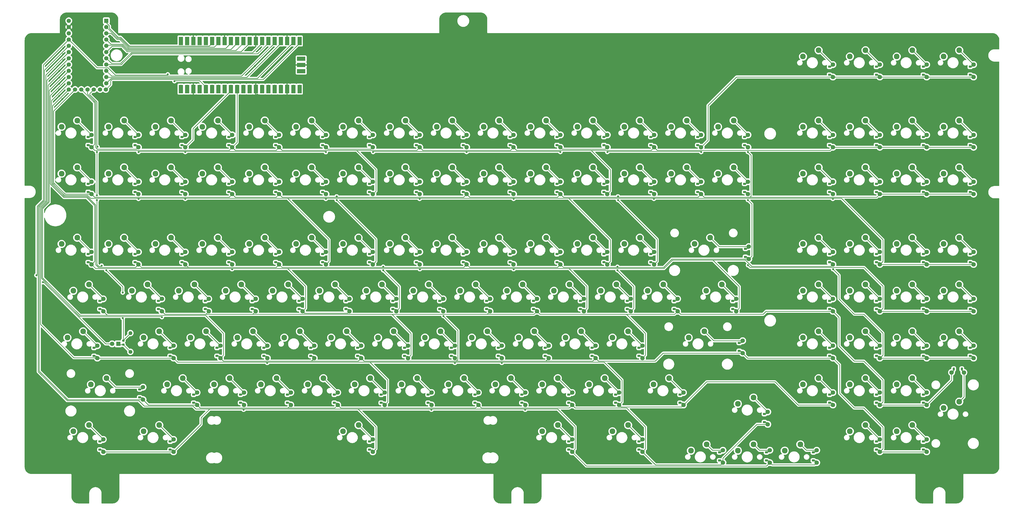
<source format=gbr>
%TF.GenerationSoftware,KiCad,Pcbnew,8.0.2*%
%TF.CreationDate,2024-06-15T15:47:28-07:00*%
%TF.ProjectId,dimension-PCB,64696d65-6e73-4696-9f6e-2d5043422e6b,rev?*%
%TF.SameCoordinates,Original*%
%TF.FileFunction,Copper,L2,Bot*%
%TF.FilePolarity,Positive*%
%FSLAX46Y46*%
G04 Gerber Fmt 4.6, Leading zero omitted, Abs format (unit mm)*
G04 Created by KiCad (PCBNEW 8.0.2) date 2024-06-15 15:47:28*
%MOMM*%
%LPD*%
G01*
G04 APERTURE LIST*
G04 Aperture macros list*
%AMRoundRect*
0 Rectangle with rounded corners*
0 $1 Rounding radius*
0 $2 $3 $4 $5 $6 $7 $8 $9 X,Y pos of 4 corners*
0 Add a 4 corners polygon primitive as box body*
4,1,4,$2,$3,$4,$5,$6,$7,$8,$9,$2,$3,0*
0 Add four circle primitives for the rounded corners*
1,1,$1+$1,$2,$3*
1,1,$1+$1,$4,$5*
1,1,$1+$1,$6,$7*
1,1,$1+$1,$8,$9*
0 Add four rect primitives between the rounded corners*
20,1,$1+$1,$2,$3,$4,$5,0*
20,1,$1+$1,$4,$5,$6,$7,0*
20,1,$1+$1,$6,$7,$8,$9,0*
20,1,$1+$1,$8,$9,$2,$3,0*%
G04 Aperture macros list end*
%TA.AperFunction,ComponentPad*%
%ADD10C,2.300000*%
%TD*%
%TA.AperFunction,ComponentPad*%
%ADD11R,1.800000X1.800000*%
%TD*%
%TA.AperFunction,ComponentPad*%
%ADD12C,1.800000*%
%TD*%
%TA.AperFunction,ComponentPad*%
%ADD13C,1.600000*%
%TD*%
%TA.AperFunction,ComponentPad*%
%ADD14O,1.600000X1.600000*%
%TD*%
%TA.AperFunction,SMDPad,CuDef*%
%ADD15R,1.280000X0.400000*%
%TD*%
%TA.AperFunction,SMDPad,CuDef*%
%ADD16RoundRect,0.225000X0.375000X-0.225000X0.375000X0.225000X-0.375000X0.225000X-0.375000X-0.225000X0*%
%TD*%
%TA.AperFunction,SMDPad,CuDef*%
%ADD17R,1.100000X0.400000*%
%TD*%
%TA.AperFunction,SMDPad,CuDef*%
%ADD18RoundRect,0.200000X0.275000X-0.200000X0.275000X0.200000X-0.275000X0.200000X-0.275000X-0.200000X0*%
%TD*%
%TA.AperFunction,ComponentPad*%
%ADD19R,1.752600X1.752600*%
%TD*%
%TA.AperFunction,ComponentPad*%
%ADD20C,1.752600*%
%TD*%
%TA.AperFunction,ComponentPad*%
%ADD21O,1.700000X1.700000*%
%TD*%
%TA.AperFunction,SMDPad,CuDef*%
%ADD22R,1.700000X3.500000*%
%TD*%
%TA.AperFunction,ComponentPad*%
%ADD23R,1.700000X1.700000*%
%TD*%
%TA.AperFunction,SMDPad,CuDef*%
%ADD24R,3.500000X1.700000*%
%TD*%
%TA.AperFunction,SMDPad,CuDef*%
%ADD25R,0.400000X1.280000*%
%TD*%
%TA.AperFunction,SMDPad,CuDef*%
%ADD26RoundRect,0.225000X-0.225000X-0.375000X0.225000X-0.375000X0.225000X0.375000X-0.225000X0.375000X0*%
%TD*%
%TA.AperFunction,SMDPad,CuDef*%
%ADD27R,0.400000X1.100000*%
%TD*%
%TA.AperFunction,ViaPad*%
%ADD28C,0.800000*%
%TD*%
%TA.AperFunction,Conductor*%
%ADD29C,0.250000*%
%TD*%
G04 APERTURE END LIST*
D10*
%TO.P,MX127,1,1*%
%TO.N,COL11*%
X421020000Y-182240000D03*
%TO.P,MX127,2,2*%
%TO.N,Net-(D127-A)*%
X427370000Y-179700000D03*
%TD*%
%TO.P,MX4,1,1*%
%TO.N,COL0*%
X81690000Y-115565000D03*
%TO.P,MX4,2,2*%
%TO.N,Net-(D4-A)*%
X88040000Y-113025000D03*
%TD*%
%TO.P,MX103,1,1*%
%TO.N,COL9*%
X382920000Y-144140000D03*
%TO.P,MX103,2,2*%
%TO.N,Net-(D103-A)*%
X389270000Y-141600000D03*
%TD*%
%TO.P,MX62,1,1*%
%TO.N,COL5*%
X243615000Y-163190000D03*
%TO.P,MX62,2,2*%
%TO.N,Net-(D62-A)*%
X249965000Y-160650000D03*
%TD*%
%TO.P,MX82,1,1*%
%TO.N,COL7*%
X319815000Y-144140000D03*
%TO.P,MX82,2,2*%
%TO.N,Net-(D82-A)*%
X326165000Y-141600000D03*
%TD*%
%TO.P,MX78,1,1*%
%TO.N,COL7*%
X310290000Y-96515000D03*
%TO.P,MX78,2,2*%
%TO.N,Net-(D78-A)*%
X316640000Y-93975000D03*
%TD*%
%TO.P,MX43,1,1*%
%TO.N,COL3*%
X162652500Y-201290000D03*
%TO.P,MX43,2,2*%
%TO.N,Net-(D43-A)*%
X169002500Y-198750000D03*
%TD*%
%TO.P,MX104,1,1*%
%TO.N,COL9*%
X382920000Y-163190000D03*
%TO.P,MX104,2,2*%
%TO.N,Net-(D104-A)*%
X389270000Y-160650000D03*
%TD*%
%TO.P,MX106,1,1*%
%TO.N,COL9*%
X382920000Y-201290000D03*
%TO.P,MX106,2,2*%
%TO.N,Net-(D106-A)*%
X389270000Y-198750000D03*
%TD*%
%TO.P,MX87,2,2*%
%TO.N,Net-(D87-A)*%
X324702500Y-225667500D03*
%TO.P,MX87,1,1*%
%TO.N,COL7*%
X318352500Y-228207500D03*
%TD*%
%TO.P,MX7,1,1*%
%TO.N,COL0*%
X91215000Y-163190000D03*
%TO.P,MX7,2,2*%
%TO.N,Net-(D7-A)*%
X97565000Y-160650000D03*
%TD*%
%TO.P,MX28,1,1*%
%TO.N,COL2*%
X148365000Y-163190000D03*
%TO.P,MX28,2,2*%
%TO.N,Net-(D28-A)*%
X154715000Y-160650000D03*
%TD*%
%TO.P,MX118,1,1*%
%TO.N,COL10*%
X401970000Y-220340000D03*
%TO.P,MX118,2,2*%
%TO.N,Net-(D118-A)*%
X408320000Y-217800000D03*
%TD*%
%TO.P,MX3,1,1*%
%TO.N,COL0*%
X62640000Y-115565000D03*
%TO.P,MX3,2,2*%
%TO.N,Net-(D3-A)*%
X68990000Y-113025000D03*
%TD*%
%TO.P,MX24,1,1*%
%TO.N,COL2*%
X138840000Y-96515000D03*
%TO.P,MX24,2,2*%
%TO.N,Net-(D24-A)*%
X145190000Y-93975000D03*
%TD*%
%TO.P,MX92,1,1*%
%TO.N,COL8*%
X363870000Y-115565000D03*
%TO.P,MX92,2,2*%
%TO.N,Net-(D92-A)*%
X370220000Y-113025000D03*
%TD*%
%TO.P,MX66,1,1*%
%TO.N,COL5*%
X238852500Y-201290000D03*
%TO.P,MX66,2,2*%
%TO.N,Net-(D66-A)*%
X245202500Y-198750000D03*
%TD*%
%TO.P,MX86,1,1*%
%TO.N,COL7*%
X303146250Y-201290000D03*
%TO.P,MX86,2,2*%
%TO.N,Net-(D86-A)*%
X309496250Y-198750000D03*
%TD*%
%TO.P,MX72,1,1*%
%TO.N,COL6*%
X262665000Y-163190000D03*
%TO.P,MX72,2,2*%
%TO.N,Net-(D72-A)*%
X269015000Y-160650000D03*
%TD*%
%TO.P,MX102,1,1*%
%TO.N,COL9*%
X382920000Y-115565000D03*
%TO.P,MX102,2,2*%
%TO.N,Net-(D102-A)*%
X389270000Y-113025000D03*
%TD*%
%TO.P,MX6,1,1*%
%TO.N,COL0*%
X62640000Y-144140000D03*
%TO.P,MX6,2,2*%
%TO.N,Net-(D6-A)*%
X68990000Y-141600000D03*
%TD*%
%TO.P,MX94,1,1*%
%TO.N,COL8*%
X363870000Y-144140000D03*
%TO.P,MX94,2,2*%
%TO.N,Net-(D94-A)*%
X370220000Y-141600000D03*
%TD*%
%TO.P,MX53,1,1*%
%TO.N,COL4*%
X210277500Y-182240000D03*
%TO.P,MX53,2,2*%
%TO.N,Net-(D53-A)*%
X216627500Y-179700000D03*
%TD*%
%TO.P,MX51,1,1*%
%TO.N,COL4*%
X224565000Y-163190000D03*
%TO.P,MX51,2,2*%
%TO.N,Net-(D51-A)*%
X230915000Y-160650000D03*
%TD*%
%TO.P,MX95,1,1*%
%TO.N,COL8*%
X363870000Y-163190000D03*
%TO.P,MX95,2,2*%
%TO.N,Net-(D95-A)*%
X370220000Y-160650000D03*
%TD*%
%TO.P,MX80,1,1*%
%TO.N,COL7*%
X310290000Y-115565000D03*
%TO.P,MX80,2,2*%
%TO.N,Net-(D80-A)*%
X316640000Y-113025000D03*
%TD*%
%TO.P,MX56,1,1*%
%TO.N,COL5*%
X253140000Y-96515000D03*
%TO.P,MX56,2,2*%
%TO.N,Net-(D56-A)*%
X259490000Y-93975000D03*
%TD*%
%TO.P,MX126,1,1*%
%TO.N,COL11*%
X421020000Y-163190000D03*
%TO.P,MX126,2,2*%
%TO.N,Net-(D126-A)*%
X427370000Y-160650000D03*
%TD*%
%TO.P,MX123,1,1*%
%TO.N,COL11*%
X421020000Y-96515000D03*
%TO.P,MX123,2,2*%
%TO.N,Net-(D123-A)*%
X427370000Y-93975000D03*
%TD*%
%TO.P,MX100,1,1*%
%TO.N,COL9*%
X382920000Y-67940000D03*
%TO.P,MX100,2,2*%
%TO.N,Net-(D100-A)*%
X389270000Y-65400000D03*
%TD*%
%TO.P,MX8,1,1*%
%TO.N,COL0*%
X67402500Y-163190000D03*
%TO.P,MX8,2,2*%
%TO.N,Net-(D8-A)*%
X73752500Y-160650000D03*
%TD*%
%TO.P,MX40,1,1*%
%TO.N,COL3*%
X191227500Y-182240000D03*
%TO.P,MX40,2,2*%
%TO.N,Net-(D40-A)*%
X197577500Y-179700000D03*
%TD*%
%TO.P,MX114,1,1*%
%TO.N,COL10*%
X401970000Y-144140000D03*
%TO.P,MX114,2,2*%
%TO.N,Net-(D114-A)*%
X408320000Y-141600000D03*
%TD*%
%TO.P,MX111,1,1*%
%TO.N,COL10*%
X401970000Y-67940000D03*
%TO.P,MX111,2,2*%
%TO.N,Net-(D111-A)*%
X408320000Y-65400000D03*
%TD*%
%TO.P,MX41,1,1*%
%TO.N,COL3*%
X172177500Y-182240000D03*
%TO.P,MX41,2,2*%
%TO.N,Net-(D41-A)*%
X178527500Y-179700000D03*
%TD*%
%TO.P,MX63,1,1*%
%TO.N,COL5*%
X248377500Y-182240000D03*
%TO.P,MX63,2,2*%
%TO.N,Net-(D63-A)*%
X254727500Y-179700000D03*
%TD*%
%TO.P,MX15,1,1*%
%TO.N,COL1*%
X100740000Y-115565000D03*
%TO.P,MX15,2,2*%
%TO.N,Net-(D15-A)*%
X107090000Y-113025000D03*
%TD*%
%TO.P,MX48,1,1*%
%TO.N,COL4*%
X195990000Y-115565000D03*
%TO.P,MX48,2,2*%
%TO.N,Net-(D48-A)*%
X202340000Y-113025000D03*
%TD*%
%TO.P,MX125,1,1*%
%TO.N,COL11*%
X421020000Y-144140000D03*
%TO.P,MX125,2,2*%
%TO.N,Net-(D125-A)*%
X427370000Y-141600000D03*
%TD*%
%TO.P,MX55,1,1*%
%TO.N,COL4*%
X200752500Y-201290000D03*
%TO.P,MX55,2,2*%
%TO.N,Net-(D55-A)*%
X207102500Y-198750000D03*
%TD*%
D11*
%TO.P,LED1,1,K*%
%TO.N,Net-(LED1-K)*%
X85700000Y-184780000D03*
D12*
%TO.P,LED1,2,A*%
%TO.N,+3V3*%
X83160000Y-184780000D03*
%TD*%
D10*
%TO.P,MX73,1,1*%
%TO.N,COL6*%
X286477500Y-182240000D03*
%TO.P,MX73,2,2*%
%TO.N,Net-(D73-A)*%
X292827500Y-179700000D03*
%TD*%
%TO.P,MX89,1,1*%
%TO.N,COL8*%
X363870000Y-67940000D03*
%TO.P,MX89,2,2*%
%TO.N,Net-(D89-A)*%
X370220000Y-65400000D03*
%TD*%
%TO.P,MX27,1,1*%
%TO.N,COL2*%
X138840000Y-144140000D03*
%TO.P,MX27,2,2*%
%TO.N,Net-(D27-A)*%
X145190000Y-141600000D03*
%TD*%
%TO.P,MX50,1,1*%
%TO.N,COL4*%
X195990000Y-144140000D03*
%TO.P,MX50,2,2*%
%TO.N,Net-(D50-A)*%
X202340000Y-141600000D03*
%TD*%
%TO.P,MX17,1,1*%
%TO.N,COL1*%
X119790000Y-144140000D03*
%TO.P,MX17,2,2*%
%TO.N,Net-(D17-A)*%
X126140000Y-141600000D03*
%TD*%
%TO.P,MX42,1,1*%
%TO.N,COL3*%
X181702500Y-201290000D03*
%TO.P,MX42,2,2*%
%TO.N,Net-(D42-A)*%
X188052500Y-198750000D03*
%TD*%
%TO.P,MX88,2,2*%
%TO.N,Net-(D88-A)*%
X343752500Y-225667500D03*
%TO.P,MX88,1,1*%
%TO.N,COL7*%
X337402500Y-228207500D03*
%TD*%
%TO.P,MX83,1,1*%
%TO.N,COL7*%
X324577500Y-163190000D03*
%TO.P,MX83,2,2*%
%TO.N,Net-(D83-A)*%
X330927500Y-160650000D03*
%TD*%
%TO.P,MX31,1,1*%
%TO.N,COL2*%
X134077500Y-182240000D03*
%TO.P,MX31,2,2*%
%TO.N,Net-(D31-A)*%
X140427500Y-179700000D03*
%TD*%
%TO.P,MX60,1,1*%
%TO.N,COL5*%
X253140000Y-144140000D03*
%TO.P,MX60,2,2*%
%TO.N,Net-(D60-A)*%
X259490000Y-141600000D03*
%TD*%
%TO.P,MX128,1,1*%
%TO.N,COL11*%
X421020000Y-210815000D03*
%TO.P,MX128,2,2*%
%TO.N,Net-(D128-A)*%
X427370000Y-208275000D03*
%TD*%
%TO.P,MX1,1,1*%
%TO.N,COL0*%
X81690000Y-96515000D03*
%TO.P,MX1,2,2*%
%TO.N,Net-(D1-A)*%
X88040000Y-93975000D03*
%TD*%
%TO.P,MX30,1,1*%
%TO.N,COL2*%
X153127500Y-182240000D03*
%TO.P,MX30,2,2*%
%TO.N,Net-(D30-A)*%
X159477500Y-179700000D03*
%TD*%
D13*
%TO.P,R2,1*%
%TO.N,Net-(LED1-K)*%
X90600000Y-188020000D03*
D14*
%TO.P,R2,2*%
%TO.N,LED_CAPS*%
X90600000Y-180400000D03*
%TD*%
D10*
%TO.P,MX23,1,1*%
%TO.N,COL2*%
X157890000Y-96515000D03*
%TO.P,MX23,2,2*%
%TO.N,Net-(D23-A)*%
X164240000Y-93975000D03*
%TD*%
%TO.P,MX57,1,1*%
%TO.N,COL5*%
X234090000Y-96515000D03*
%TO.P,MX57,2,2*%
%TO.N,Net-(D57-A)*%
X240440000Y-93975000D03*
%TD*%
%TO.P,MX74,1,1*%
%TO.N,COL6*%
X267427500Y-182240000D03*
%TO.P,MX74,2,2*%
%TO.N,Net-(D74-A)*%
X273777500Y-179700000D03*
%TD*%
%TO.P,MX58,1,1*%
%TO.N,COL5*%
X253140000Y-115565000D03*
%TO.P,MX58,2,2*%
%TO.N,Net-(D58-A)*%
X259490000Y-113025000D03*
%TD*%
%TO.P,MX97,1,1*%
%TO.N,COL8*%
X363870000Y-201290000D03*
%TO.P,MX97,2,2*%
%TO.N,Net-(D97-A)*%
X370220000Y-198750000D03*
%TD*%
%TO.P,MX29,1,1*%
%TO.N,COL2*%
X129315000Y-163190000D03*
%TO.P,MX29,2,2*%
%TO.N,Net-(D29-A)*%
X135665000Y-160650000D03*
%TD*%
%TO.P,MX49,1,1*%
%TO.N,COL4*%
X215040000Y-144140000D03*
%TO.P,MX49,2,2*%
%TO.N,Net-(D49-A)*%
X221390000Y-141600000D03*
%TD*%
%TO.P,MX84,1,1*%
%TO.N,COL7*%
X300765000Y-163190000D03*
%TO.P,MX84,2,2*%
%TO.N,Net-(D84-A)*%
X307115000Y-160650000D03*
%TD*%
%TO.P,MX26,1,1*%
%TO.N,COL2*%
X157890000Y-115565000D03*
%TO.P,MX26,2,2*%
%TO.N,Net-(D26-A)*%
X164240000Y-113025000D03*
%TD*%
%TO.P,MX113,1,1*%
%TO.N,COL10*%
X401970000Y-115565000D03*
%TO.P,MX113,2,2*%
%TO.N,Net-(D113-A)*%
X408320000Y-113025000D03*
%TD*%
%TO.P,MX107,1,1*%
%TO.N,COL9*%
X382920000Y-220340000D03*
%TO.P,MX107,2,2*%
%TO.N,Net-(D107-A)*%
X389270000Y-217800000D03*
%TD*%
%TO.P,MX67,1,1*%
%TO.N,COL6*%
X272190000Y-96515000D03*
%TO.P,MX67,2,2*%
%TO.N,Net-(D67-A)*%
X278540000Y-93975000D03*
%TD*%
%TO.P,MX65,1,1*%
%TO.N,COL5*%
X257902500Y-201290000D03*
%TO.P,MX65,2,2*%
%TO.N,Net-(D65-A)*%
X264252500Y-198750000D03*
%TD*%
%TO.P,MX37,1,1*%
%TO.N,COL3*%
X157890000Y-144140000D03*
%TO.P,MX37,2,2*%
%TO.N,Net-(D37-A)*%
X164240000Y-141600000D03*
%TD*%
%TO.P,MX91,1,1*%
%TO.N,COL8*%
X329340000Y-96515000D03*
%TO.P,MX91,2,2*%
%TO.N,Net-(D91-A)*%
X335690000Y-93975000D03*
%TD*%
%TO.P,MX112,1,1*%
%TO.N,COL10*%
X401970000Y-96515000D03*
%TO.P,MX112,2,2*%
%TO.N,Net-(D112-A)*%
X408320000Y-93975000D03*
%TD*%
%TO.P,MX34,1,1*%
%TO.N,COL3*%
X176940000Y-96515000D03*
%TO.P,MX34,2,2*%
%TO.N,Net-(D34-A)*%
X183290000Y-93975000D03*
%TD*%
%TO.P,MX52,1,1*%
%TO.N,COL4*%
X205515000Y-163190000D03*
%TO.P,MX52,2,2*%
%TO.N,Net-(D52-A)*%
X211865000Y-160650000D03*
%TD*%
%TO.P,MX69,1,1*%
%TO.N,COL6*%
X291240000Y-144140000D03*
%TO.P,MX69,2,2*%
%TO.N,Net-(D69-A)*%
X297590000Y-141600000D03*
%TD*%
%TO.P,MX96,1,1*%
%TO.N,COL8*%
X363870000Y-182240000D03*
%TO.P,MX96,2,2*%
%TO.N,Net-(D96-A)*%
X370220000Y-179700000D03*
%TD*%
%TO.P,MX18,1,1*%
%TO.N,COL1*%
X110265000Y-163190000D03*
%TO.P,MX18,2,2*%
%TO.N,Net-(D18-A)*%
X116615000Y-160650000D03*
%TD*%
%TO.P,MX22,1,1*%
%TO.N,COL1*%
X95977500Y-220340000D03*
%TO.P,MX22,2,2*%
%TO.N,Net-(D22-A)*%
X102327500Y-217800000D03*
%TD*%
%TO.P,MX85,1,1*%
%TO.N,COL7*%
X317433750Y-182240000D03*
%TO.P,MX85,2,2*%
%TO.N,Net-(D85-A)*%
X323783750Y-179700000D03*
%TD*%
%TO.P,MX12,1,1*%
%TO.N,COL1*%
X100740000Y-96515000D03*
%TO.P,MX12,2,2*%
%TO.N,Net-(D12-A)*%
X107090000Y-93975000D03*
%TD*%
%TO.P,MX81,1,1*%
%TO.N,COL7*%
X291240000Y-115565000D03*
%TO.P,MX81,2,2*%
%TO.N,Net-(D81-A)*%
X297590000Y-113025000D03*
%TD*%
%TO.P,MX99,2,2*%
%TO.N,Net-(D99-A)*%
X362802500Y-225667500D03*
%TO.P,MX99,1,1*%
%TO.N,COL8*%
X356452500Y-228207500D03*
%TD*%
%TO.P,MX2,1,1*%
%TO.N,COL0*%
X62640000Y-96515000D03*
%TO.P,MX2,2,2*%
%TO.N,Net-(D2-A)*%
X68990000Y-93975000D03*
%TD*%
%TO.P,MX32,1,1*%
%TO.N,COL2*%
X143602500Y-201290000D03*
%TO.P,MX32,2,2*%
%TO.N,Net-(D32-A)*%
X149952500Y-198750000D03*
%TD*%
%TO.P,MX124,1,1*%
%TO.N,COL11*%
X421020000Y-115565000D03*
%TO.P,MX124,2,2*%
%TO.N,Net-(D124-A)*%
X427370000Y-113025000D03*
%TD*%
%TO.P,MX46,1,1*%
%TO.N,COL4*%
X195990000Y-96515000D03*
%TO.P,MX46,2,2*%
%TO.N,Net-(D46-A)*%
X202340000Y-93975000D03*
%TD*%
%TO.P,MX77,1,1*%
%TO.N,COL6*%
X257902500Y-220340000D03*
%TO.P,MX77,2,2*%
%TO.N,Net-(D77-A)*%
X264252500Y-217800000D03*
%TD*%
%TO.P,MX117,1,1*%
%TO.N,COL10*%
X401970000Y-201290000D03*
%TO.P,MX117,2,2*%
%TO.N,Net-(D117-A)*%
X408320000Y-198750000D03*
%TD*%
%TO.P,MX10,1,1*%
%TO.N,COL0*%
X74546250Y-201290000D03*
%TO.P,MX10,2,2*%
%TO.N,Net-(D10-A)*%
X80896250Y-198750000D03*
%TD*%
%TO.P,MX68,1,1*%
%TO.N,COL6*%
X272190000Y-115565000D03*
%TO.P,MX68,2,2*%
%TO.N,Net-(D68-A)*%
X278540000Y-113025000D03*
%TD*%
%TO.P,MX59,1,1*%
%TO.N,COL5*%
X234090000Y-115565000D03*
%TO.P,MX59,2,2*%
%TO.N,Net-(D59-A)*%
X240440000Y-113025000D03*
%TD*%
%TO.P,MX20,1,1*%
%TO.N,COL1*%
X95977500Y-182240000D03*
%TO.P,MX20,2,2*%
%TO.N,Net-(D20-A)*%
X102327500Y-179700000D03*
%TD*%
%TO.P,MX79,1,1*%
%TO.N,COL7*%
X291240000Y-96515000D03*
%TO.P,MX79,2,2*%
%TO.N,Net-(D79-A)*%
X297590000Y-93975000D03*
%TD*%
%TO.P,MX70,1,1*%
%TO.N,COL6*%
X272190000Y-144140000D03*
%TO.P,MX70,2,2*%
%TO.N,Net-(D70-A)*%
X278540000Y-141600000D03*
%TD*%
%TO.P,MX101,1,1*%
%TO.N,COL9*%
X382920000Y-96515000D03*
%TO.P,MX101,2,2*%
%TO.N,Net-(D101-A)*%
X389270000Y-93975000D03*
%TD*%
%TO.P,MX122,1,1*%
%TO.N,COL11*%
X421020000Y-67940000D03*
%TO.P,MX122,2,2*%
%TO.N,Net-(D122-A)*%
X427370000Y-65400000D03*
%TD*%
%TO.P,MX45,1,1*%
%TO.N,COL4*%
X215040000Y-96515000D03*
%TO.P,MX45,2,2*%
%TO.N,Net-(D45-A)*%
X221390000Y-93975000D03*
%TD*%
%TO.P,MX44,1,1*%
%TO.N,COL3*%
X176940000Y-220340000D03*
%TO.P,MX44,2,2*%
%TO.N,Net-(D44-A)*%
X183290000Y-217800000D03*
%TD*%
%TO.P,MX38,1,1*%
%TO.N,COL3*%
X186465000Y-163190000D03*
%TO.P,MX38,2,2*%
%TO.N,Net-(D38-A)*%
X192815000Y-160650000D03*
%TD*%
%TO.P,MX11,1,1*%
%TO.N,COL0*%
X67402500Y-220340000D03*
%TO.P,MX11,2,2*%
%TO.N,Net-(D11-A)*%
X73752500Y-217800000D03*
%TD*%
%TO.P,MX19,1,1*%
%TO.N,COL1*%
X115027500Y-182240000D03*
%TO.P,MX19,2,2*%
%TO.N,Net-(D19-A)*%
X121377500Y-179700000D03*
%TD*%
%TO.P,MX36,1,1*%
%TO.N,COL3*%
X176940000Y-144140000D03*
%TO.P,MX36,2,2*%
%TO.N,Net-(D36-A)*%
X183290000Y-141600000D03*
%TD*%
%TO.P,MX116,1,1*%
%TO.N,COL10*%
X401970000Y-182240000D03*
%TO.P,MX116,2,2*%
%TO.N,Net-(D116-A)*%
X408320000Y-179700000D03*
%TD*%
%TO.P,MX71,1,1*%
%TO.N,COL6*%
X281715000Y-163190000D03*
%TO.P,MX71,2,2*%
%TO.N,Net-(D71-A)*%
X288065000Y-160650000D03*
%TD*%
%TO.P,MX39,1,1*%
%TO.N,COL3*%
X167415000Y-163190000D03*
%TO.P,MX39,2,2*%
%TO.N,Net-(D39-A)*%
X173765000Y-160650000D03*
%TD*%
%TO.P,MX98,2,2*%
%TO.N,Net-(D98-A)*%
X343752500Y-206617500D03*
%TO.P,MX98,1,1*%
%TO.N,COL8*%
X337402500Y-209157500D03*
%TD*%
%TO.P,MX75,1,1*%
%TO.N,COL6*%
X276952500Y-201290000D03*
%TO.P,MX75,2,2*%
%TO.N,Net-(D75-A)*%
X283302500Y-198750000D03*
%TD*%
%TO.P,MX64,1,1*%
%TO.N,COL5*%
X229327500Y-182240000D03*
%TO.P,MX64,2,2*%
%TO.N,Net-(D64-A)*%
X235677500Y-179700000D03*
%TD*%
%TO.P,MX115,1,1*%
%TO.N,COL10*%
X401970000Y-163190000D03*
%TO.P,MX115,2,2*%
%TO.N,Net-(D115-A)*%
X408320000Y-160650000D03*
%TD*%
%TO.P,MX76,1,1*%
%TO.N,COL6*%
X286477500Y-220340000D03*
%TO.P,MX76,2,2*%
%TO.N,Net-(D76-A)*%
X292827500Y-217800000D03*
%TD*%
%TO.P,MX14,1,1*%
%TO.N,COL1*%
X119790000Y-115565000D03*
%TO.P,MX14,2,2*%
%TO.N,Net-(D14-A)*%
X126140000Y-113025000D03*
%TD*%
%TO.P,MX35,1,1*%
%TO.N,COL3*%
X176940000Y-115565000D03*
%TO.P,MX35,2,2*%
%TO.N,Net-(D35-A)*%
X183290000Y-113025000D03*
%TD*%
%TO.P,MX90,1,1*%
%TO.N,COL8*%
X363870000Y-96515000D03*
%TO.P,MX90,2,2*%
%TO.N,Net-(D90-A)*%
X370220000Y-93975000D03*
%TD*%
%TO.P,MX61,1,1*%
%TO.N,COL5*%
X234090000Y-144140000D03*
%TO.P,MX61,2,2*%
%TO.N,Net-(D61-A)*%
X240440000Y-141600000D03*
%TD*%
%TO.P,MX13,1,1*%
%TO.N,COL1*%
X119790000Y-96515000D03*
%TO.P,MX13,2,2*%
%TO.N,Net-(D13-A)*%
X126140000Y-93975000D03*
%TD*%
%TO.P,MX16,1,1*%
%TO.N,COL1*%
X100740000Y-144140000D03*
%TO.P,MX16,2,2*%
%TO.N,Net-(D16-A)*%
X107090000Y-141600000D03*
%TD*%
%TO.P,MX5,1,1*%
%TO.N,COL0*%
X81690000Y-144140000D03*
%TO.P,MX5,2,2*%
%TO.N,Net-(D5-A)*%
X88040000Y-141600000D03*
%TD*%
%TO.P,MX33,1,1*%
%TO.N,COL2*%
X124552500Y-201290000D03*
%TO.P,MX33,2,2*%
%TO.N,Net-(D33-A)*%
X130902500Y-198750000D03*
%TD*%
%TO.P,MX93,1,1*%
%TO.N,COL8*%
X329340000Y-115565000D03*
%TO.P,MX93,2,2*%
%TO.N,Net-(D93-A)*%
X335690000Y-113025000D03*
%TD*%
%TO.P,MX105,1,1*%
%TO.N,COL9*%
X382920000Y-182240000D03*
%TO.P,MX105,2,2*%
%TO.N,Net-(D105-A)*%
X389270000Y-179700000D03*
%TD*%
%TO.P,MX9,1,1*%
%TO.N,COL0*%
X65021250Y-182240000D03*
%TO.P,MX9,2,2*%
%TO.N,Net-(D9-A)*%
X71371250Y-179700000D03*
%TD*%
%TO.P,MX21,1,1*%
%TO.N,COL1*%
X105502500Y-201290000D03*
%TO.P,MX21,2,2*%
%TO.N,Net-(D21-A)*%
X111852500Y-198750000D03*
%TD*%
%TO.P,MX54,1,1*%
%TO.N,COL4*%
X219802500Y-201290000D03*
%TO.P,MX54,2,2*%
%TO.N,Net-(D54-A)*%
X226152500Y-198750000D03*
%TD*%
%TO.P,MX47,1,1*%
%TO.N,COL4*%
X215040000Y-115565000D03*
%TO.P,MX47,2,2*%
%TO.N,Net-(D47-A)*%
X221390000Y-113025000D03*
%TD*%
%TO.P,MX25,1,1*%
%TO.N,COL2*%
X138840000Y-115565000D03*
%TO.P,MX25,2,2*%
%TO.N,Net-(D25-A)*%
X145190000Y-113025000D03*
%TD*%
D12*
%TO.P,D60,1,K*%
%TO.N,ROW4*%
X265310000Y-152465000D03*
D15*
X264670000Y-151765000D03*
D16*
X263910000Y-151595000D03*
%TO.P,D60,2,A*%
%TO.N,Net-(D60-A)*%
X263910000Y-148295000D03*
D17*
X264760000Y-148125000D03*
D12*
X265310000Y-147425000D03*
%TD*%
%TO.P,D80,1,K*%
%TO.N,ROW2*%
X322460000Y-123890000D03*
D15*
X321820000Y-123190000D03*
D16*
X321060000Y-123020000D03*
%TO.P,D80,2,A*%
%TO.N,Net-(D80-A)*%
X321060000Y-119720000D03*
D17*
X321910000Y-119550000D03*
D12*
X322460000Y-118850000D03*
%TD*%
%TO.P,D61,1,K*%
%TO.N,ROW5*%
X246260000Y-152465000D03*
D15*
X245620000Y-151765000D03*
D16*
X244860000Y-151595000D03*
%TO.P,D61,2,A*%
%TO.N,Net-(D61-A)*%
X244860000Y-148295000D03*
D17*
X245710000Y-148125000D03*
D12*
X246260000Y-147425000D03*
%TD*%
%TO.P,D45,1,K*%
%TO.N,ROW0*%
X227210000Y-104840000D03*
D15*
X226570000Y-104140000D03*
D16*
X225810000Y-103970000D03*
%TO.P,D45,2,A*%
%TO.N,Net-(D45-A)*%
X225810000Y-100670000D03*
D17*
X226660000Y-100500000D03*
D12*
X227210000Y-99800000D03*
%TD*%
%TO.P,D96,1,K*%
%TO.N,ROW7*%
X376040000Y-190565000D03*
D15*
X375400000Y-189865000D03*
D16*
X374640000Y-189695000D03*
%TO.P,D96,2,A*%
%TO.N,Net-(D96-A)*%
X374640000Y-186395000D03*
D17*
X375490000Y-186225000D03*
D12*
X376040000Y-185525000D03*
%TD*%
%TO.P,D37,1,K*%
%TO.N,ROW3*%
X170060000Y-152465000D03*
D15*
X169420000Y-151765000D03*
D16*
X168660000Y-151595000D03*
%TO.P,D37,2,A*%
%TO.N,Net-(D37-A)*%
X168660000Y-148295000D03*
D17*
X169510000Y-148125000D03*
D12*
X170060000Y-147425000D03*
%TD*%
%TO.P,D10,1,K*%
%TO.N,ROW9*%
X95737500Y-207420000D03*
D15*
X95097500Y-206720000D03*
D16*
X94337500Y-206550000D03*
%TO.P,D10,2,A*%
%TO.N,Net-(D10-A)*%
X94337500Y-203250000D03*
D17*
X95187500Y-203080000D03*
D12*
X95737500Y-202380000D03*
%TD*%
%TO.P,D103,1,K*%
%TO.N,ROW3*%
X395090000Y-152465000D03*
D15*
X394450000Y-151765000D03*
D16*
X393690000Y-151595000D03*
%TO.P,D103,2,A*%
%TO.N,Net-(D103-A)*%
X393690000Y-148295000D03*
D17*
X394540000Y-148125000D03*
D12*
X395090000Y-147425000D03*
%TD*%
%TO.P,D22,1,K*%
%TO.N,ROW10*%
X108147500Y-228665000D03*
D15*
X107507500Y-227965000D03*
D16*
X106747500Y-227795000D03*
%TO.P,D22,2,A*%
%TO.N,Net-(D22-A)*%
X106747500Y-224495000D03*
D17*
X107597500Y-224325000D03*
D12*
X108147500Y-223625000D03*
%TD*%
%TO.P,D47,1,K*%
%TO.N,ROW2*%
X227210000Y-123890000D03*
D15*
X226570000Y-123190000D03*
D16*
X225810000Y-123020000D03*
%TO.P,D47,2,A*%
%TO.N,Net-(D47-A)*%
X225810000Y-119720000D03*
D17*
X226660000Y-119550000D03*
D12*
X227210000Y-118850000D03*
%TD*%
%TO.P,D58,1,K*%
%TO.N,ROW2*%
X265310000Y-123890000D03*
D15*
X264670000Y-123190000D03*
D16*
X263910000Y-123020000D03*
%TO.P,D58,2,A*%
%TO.N,Net-(D58-A)*%
X263910000Y-119720000D03*
D17*
X264760000Y-119550000D03*
D12*
X265310000Y-118850000D03*
%TD*%
%TO.P,D87,2,A*%
%TO.N,Net-(D87-A)*%
X331350000Y-228030000D03*
D17*
X330800000Y-228730000D03*
D16*
X329950000Y-228900000D03*
%TO.P,D87,1,K*%
%TO.N,ROW9*%
X329950000Y-232200000D03*
D15*
X330710000Y-232370000D03*
D12*
X331350000Y-233070000D03*
%TD*%
%TO.P,D39,1,K*%
%TO.N,ROW5*%
X179585000Y-171515000D03*
D15*
X178945000Y-170815000D03*
D16*
X178185000Y-170645000D03*
%TO.P,D39,2,A*%
%TO.N,Net-(D39-A)*%
X178185000Y-167345000D03*
D17*
X179035000Y-167175000D03*
D12*
X179585000Y-166475000D03*
%TD*%
%TO.P,D78,1,K*%
%TO.N,ROW0*%
X322460000Y-104840000D03*
D15*
X321820000Y-104140000D03*
D16*
X321060000Y-103970000D03*
%TO.P,D78,2,A*%
%TO.N,Net-(D78-A)*%
X321060000Y-100670000D03*
D17*
X321910000Y-100500000D03*
D12*
X322460000Y-99800000D03*
%TD*%
%TO.P,D115,1,K*%
%TO.N,ROW4*%
X414140000Y-171515000D03*
D15*
X413500000Y-170815000D03*
D16*
X412740000Y-170645000D03*
%TO.P,D115,2,A*%
%TO.N,Net-(D115-A)*%
X412740000Y-167345000D03*
D17*
X413590000Y-167175000D03*
D12*
X414140000Y-166475000D03*
%TD*%
%TO.P,D56,1,K*%
%TO.N,ROW0*%
X265310000Y-104840000D03*
D15*
X264670000Y-104140000D03*
D16*
X263910000Y-103970000D03*
%TO.P,D56,2,A*%
%TO.N,Net-(D56-A)*%
X263910000Y-100670000D03*
D17*
X264760000Y-100500000D03*
D12*
X265310000Y-99800000D03*
%TD*%
%TO.P,D42,1,K*%
%TO.N,ROW8*%
X193872500Y-209615000D03*
D15*
X193232500Y-208915000D03*
D16*
X192472500Y-208745000D03*
%TO.P,D42,2,A*%
%TO.N,Net-(D42-A)*%
X192472500Y-205445000D03*
D17*
X193322500Y-205275000D03*
D12*
X193872500Y-204575000D03*
%TD*%
%TO.P,D50,1,K*%
%TO.N,ROW5*%
X208160000Y-152465000D03*
D15*
X207520000Y-151765000D03*
D16*
X206760000Y-151595000D03*
%TO.P,D50,2,A*%
%TO.N,Net-(D50-A)*%
X206760000Y-148295000D03*
D17*
X207610000Y-148125000D03*
D12*
X208160000Y-147425000D03*
%TD*%
%TO.P,D112,1,K*%
%TO.N,ROW1*%
X414140000Y-104840000D03*
D15*
X413500000Y-104140000D03*
D16*
X412740000Y-103970000D03*
%TO.P,D112,2,A*%
%TO.N,Net-(D112-A)*%
X412740000Y-100670000D03*
D17*
X413590000Y-100500000D03*
D12*
X414140000Y-99800000D03*
%TD*%
%TO.P,D104,1,K*%
%TO.N,ROW4*%
X395090000Y-171515000D03*
D15*
X394450000Y-170815000D03*
D16*
X393690000Y-170645000D03*
%TO.P,D104,2,A*%
%TO.N,Net-(D104-A)*%
X393690000Y-167345000D03*
D17*
X394540000Y-167175000D03*
D12*
X395090000Y-166475000D03*
%TD*%
%TO.P,D2,1,K*%
%TO.N,ROW1*%
X74810000Y-104840000D03*
D15*
X74170000Y-104140000D03*
D16*
X73410000Y-103970000D03*
%TO.P,D2,2,A*%
%TO.N,Net-(D2-A)*%
X73410000Y-100670000D03*
D17*
X74260000Y-100500000D03*
D12*
X74810000Y-99800000D03*
%TD*%
%TO.P,D48,1,K*%
%TO.N,ROW3*%
X208160000Y-123890000D03*
D15*
X207520000Y-123190000D03*
D16*
X206760000Y-123020000D03*
%TO.P,D48,2,A*%
%TO.N,Net-(D48-A)*%
X206760000Y-119720000D03*
D17*
X207610000Y-119550000D03*
D12*
X208160000Y-118850000D03*
%TD*%
%TO.P,D122,1,K*%
%TO.N,ROW0*%
X433190000Y-76265000D03*
D15*
X432550000Y-75565000D03*
D16*
X431790000Y-75395000D03*
%TO.P,D122,2,A*%
%TO.N,Net-(D122-A)*%
X431790000Y-72095000D03*
D17*
X432640000Y-71925000D03*
D12*
X433190000Y-71225000D03*
%TD*%
%TO.P,D40,1,K*%
%TO.N,ROW6*%
X203397500Y-190565000D03*
D15*
X202757500Y-189865000D03*
D16*
X201997500Y-189695000D03*
%TO.P,D40,2,A*%
%TO.N,Net-(D40-A)*%
X201997500Y-186395000D03*
D17*
X202847500Y-186225000D03*
D12*
X203397500Y-185525000D03*
%TD*%
%TO.P,D91,1,K*%
%TO.N,ROW2*%
X341510000Y-104840000D03*
D15*
X340870000Y-104140000D03*
D16*
X340110000Y-103970000D03*
%TO.P,D91,2,A*%
%TO.N,Net-(D91-A)*%
X340110000Y-100670000D03*
D17*
X340960000Y-100500000D03*
D12*
X341510000Y-99800000D03*
%TD*%
%TO.P,D126,1,K*%
%TO.N,ROW4*%
X433190000Y-171515000D03*
D15*
X432550000Y-170815000D03*
D16*
X431790000Y-170645000D03*
%TO.P,D126,2,A*%
%TO.N,Net-(D126-A)*%
X431790000Y-167345000D03*
D17*
X432640000Y-167175000D03*
D12*
X433190000Y-166475000D03*
%TD*%
%TO.P,D92,1,K*%
%TO.N,ROW3*%
X376040000Y-123890000D03*
D15*
X375400000Y-123190000D03*
D16*
X374640000Y-123020000D03*
%TO.P,D92,2,A*%
%TO.N,Net-(D92-A)*%
X374640000Y-119720000D03*
D17*
X375490000Y-119550000D03*
D12*
X376040000Y-118850000D03*
%TD*%
%TO.P,D28,1,K*%
%TO.N,ROW5*%
X160535000Y-171515000D03*
D15*
X159895000Y-170815000D03*
D16*
X159135000Y-170645000D03*
%TO.P,D28,2,A*%
%TO.N,Net-(D28-A)*%
X159135000Y-167345000D03*
D17*
X159985000Y-167175000D03*
D12*
X160535000Y-166475000D03*
%TD*%
%TO.P,D52,1,K*%
%TO.N,ROW7*%
X217685000Y-171515000D03*
D15*
X217045000Y-170815000D03*
D16*
X216285000Y-170645000D03*
%TO.P,D52,2,A*%
%TO.N,Net-(D52-A)*%
X216285000Y-167345000D03*
D17*
X217135000Y-167175000D03*
D12*
X217685000Y-166475000D03*
%TD*%
%TO.P,D14,1,K*%
%TO.N,ROW2*%
X131960000Y-123890000D03*
D15*
X131320000Y-123190000D03*
D16*
X130560000Y-123020000D03*
%TO.P,D14,2,A*%
%TO.N,Net-(D14-A)*%
X130560000Y-119720000D03*
D17*
X131410000Y-119550000D03*
D12*
X131960000Y-118850000D03*
%TD*%
%TO.P,D3,1,K*%
%TO.N,ROW2*%
X74810000Y-123890000D03*
D15*
X74170000Y-123190000D03*
D16*
X73410000Y-123020000D03*
%TO.P,D3,2,A*%
%TO.N,Net-(D3-A)*%
X73410000Y-119720000D03*
D17*
X74260000Y-119550000D03*
D12*
X74810000Y-118850000D03*
%TD*%
%TO.P,D69,1,K*%
%TO.N,ROW2*%
X303410000Y-152465000D03*
D15*
X302770000Y-151765000D03*
D16*
X302010000Y-151595000D03*
%TO.P,D69,2,A*%
%TO.N,Net-(D69-A)*%
X302010000Y-148295000D03*
D17*
X302860000Y-148125000D03*
D12*
X303410000Y-147425000D03*
%TD*%
%TO.P,D123,1,K*%
%TO.N,ROW1*%
X433190000Y-104840000D03*
D15*
X432550000Y-104140000D03*
D16*
X431790000Y-103970000D03*
%TO.P,D123,2,A*%
%TO.N,Net-(D123-A)*%
X431790000Y-100670000D03*
D17*
X432640000Y-100500000D03*
D12*
X433190000Y-99800000D03*
%TD*%
%TO.P,D23,1,K*%
%TO.N,ROW0*%
X170060000Y-104840000D03*
D15*
X169420000Y-104140000D03*
D16*
X168660000Y-103970000D03*
%TO.P,D23,2,A*%
%TO.N,Net-(D23-A)*%
X168660000Y-100670000D03*
D17*
X169510000Y-100500000D03*
D12*
X170060000Y-99800000D03*
%TD*%
%TO.P,D102,1,K*%
%TO.N,ROW2*%
X395090000Y-123890000D03*
D15*
X394450000Y-123190000D03*
D16*
X393690000Y-123020000D03*
%TO.P,D102,2,A*%
%TO.N,Net-(D102-A)*%
X393690000Y-119720000D03*
D17*
X394540000Y-119550000D03*
D12*
X395090000Y-118850000D03*
%TD*%
%TO.P,D125,1,K*%
%TO.N,ROW3*%
X433190000Y-152465000D03*
D15*
X432550000Y-151765000D03*
D16*
X431790000Y-151595000D03*
%TO.P,D125,2,A*%
%TO.N,Net-(D125-A)*%
X431790000Y-148295000D03*
D17*
X432640000Y-148125000D03*
D12*
X433190000Y-147425000D03*
%TD*%
%TO.P,D26,1,K*%
%TO.N,ROW3*%
X170060000Y-123890000D03*
D15*
X169420000Y-123190000D03*
D16*
X168660000Y-123020000D03*
%TO.P,D26,2,A*%
%TO.N,Net-(D26-A)*%
X168660000Y-119720000D03*
D17*
X169510000Y-119550000D03*
D12*
X170060000Y-118850000D03*
%TD*%
%TO.P,D16,1,K*%
%TO.N,ROW4*%
X112910000Y-152465000D03*
D15*
X112270000Y-151765000D03*
D16*
X111510000Y-151595000D03*
%TO.P,D16,2,A*%
%TO.N,Net-(D16-A)*%
X111510000Y-148295000D03*
D17*
X112360000Y-148125000D03*
D12*
X112910000Y-147425000D03*
%TD*%
%TO.P,D27,1,K*%
%TO.N,ROW4*%
X151010000Y-152465000D03*
D15*
X150370000Y-151765000D03*
D16*
X149610000Y-151595000D03*
%TO.P,D27,2,A*%
%TO.N,Net-(D27-A)*%
X149610000Y-148295000D03*
D17*
X150460000Y-148125000D03*
D12*
X151010000Y-147425000D03*
%TD*%
%TO.P,D35,1,K*%
%TO.N,ROW1*%
X189110000Y-123890000D03*
D15*
X188470000Y-123190000D03*
D16*
X187710000Y-123020000D03*
%TO.P,D35,2,A*%
%TO.N,Net-(D35-A)*%
X187710000Y-119720000D03*
D17*
X188560000Y-119550000D03*
D12*
X189110000Y-118850000D03*
%TD*%
%TO.P,D90,1,K*%
%TO.N,ROW1*%
X376040000Y-104840000D03*
D15*
X375400000Y-104140000D03*
D16*
X374640000Y-103970000D03*
%TO.P,D90,2,A*%
%TO.N,Net-(D90-A)*%
X374640000Y-100670000D03*
D17*
X375490000Y-100500000D03*
D12*
X376040000Y-99800000D03*
%TD*%
%TO.P,D9,1,K*%
%TO.N,ROW8*%
X77191250Y-190565000D03*
D15*
X76551250Y-189865000D03*
D16*
X75791250Y-189695000D03*
%TO.P,D9,2,A*%
%TO.N,Net-(D9-A)*%
X75791250Y-186395000D03*
D17*
X76641250Y-186225000D03*
D12*
X77191250Y-185525000D03*
%TD*%
%TO.P,D31,1,K*%
%TO.N,ROW8*%
X146247500Y-190565000D03*
D15*
X145607500Y-189865000D03*
D16*
X144847500Y-189695000D03*
%TO.P,D31,2,A*%
%TO.N,Net-(D31-A)*%
X144847500Y-186395000D03*
D17*
X145697500Y-186225000D03*
D12*
X146247500Y-185525000D03*
%TD*%
%TO.P,D83,1,K*%
%TO.N,ROW5*%
X336747500Y-171515000D03*
D15*
X336107500Y-170815000D03*
D16*
X335347500Y-170645000D03*
%TO.P,D83,2,A*%
%TO.N,Net-(D83-A)*%
X335347500Y-167345000D03*
D17*
X336197500Y-167175000D03*
D12*
X336747500Y-166475000D03*
%TD*%
%TO.P,D82,1,K*%
%TO.N,ROW4*%
X341860000Y-150290000D03*
D15*
X341220000Y-149590000D03*
D16*
X340460000Y-149420000D03*
%TO.P,D82,2,A*%
%TO.N,Net-(D82-A)*%
X340460000Y-146120000D03*
D17*
X341310000Y-145950000D03*
D12*
X341860000Y-145250000D03*
%TD*%
%TO.P,D17,1,K*%
%TO.N,ROW5*%
X131960000Y-152465000D03*
D15*
X131320000Y-151765000D03*
D16*
X130560000Y-151595000D03*
%TO.P,D17,2,A*%
%TO.N,Net-(D17-A)*%
X130560000Y-148295000D03*
D17*
X131410000Y-148125000D03*
D12*
X131960000Y-147425000D03*
%TD*%
D18*
%TO.P,R1,1*%
%TO.N,Net-(LED1-K)*%
X87700000Y-185125000D03*
%TO.P,R1,2*%
%TO.N,LED_CAPS*%
X87700000Y-183475000D03*
%TD*%
D12*
%TO.P,D111,1,K*%
%TO.N,ROW0*%
X414140000Y-76265000D03*
D15*
X413500000Y-75565000D03*
D16*
X412740000Y-75395000D03*
%TO.P,D111,2,A*%
%TO.N,Net-(D111-A)*%
X412740000Y-72095000D03*
D17*
X413590000Y-71925000D03*
D12*
X414140000Y-71225000D03*
%TD*%
%TO.P,D95,1,K*%
%TO.N,ROW6*%
X376040000Y-171515000D03*
D15*
X375400000Y-170815000D03*
D16*
X374640000Y-170645000D03*
%TO.P,D95,2,A*%
%TO.N,Net-(D95-A)*%
X374640000Y-167345000D03*
D17*
X375490000Y-167175000D03*
D12*
X376040000Y-166475000D03*
%TD*%
%TO.P,D63,1,K*%
%TO.N,ROW7*%
X260547500Y-190565000D03*
D15*
X259907500Y-189865000D03*
D16*
X259147500Y-189695000D03*
%TO.P,D63,2,A*%
%TO.N,Net-(D63-A)*%
X259147500Y-186395000D03*
D17*
X259997500Y-186225000D03*
D12*
X260547500Y-185525000D03*
%TD*%
%TO.P,D74,1,K*%
%TO.N,ROW7*%
X279597500Y-190565000D03*
D15*
X278957500Y-189865000D03*
D16*
X278197500Y-189695000D03*
%TO.P,D74,2,A*%
%TO.N,Net-(D74-A)*%
X278197500Y-186395000D03*
D17*
X279047500Y-186225000D03*
D12*
X279597500Y-185525000D03*
%TD*%
%TO.P,D46,1,K*%
%TO.N,ROW1*%
X208160000Y-104840000D03*
D15*
X207520000Y-104140000D03*
D16*
X206760000Y-103970000D03*
%TO.P,D46,2,A*%
%TO.N,Net-(D46-A)*%
X206760000Y-100670000D03*
D17*
X207610000Y-100500000D03*
D12*
X208160000Y-99800000D03*
%TD*%
%TO.P,D24,1,K*%
%TO.N,ROW1*%
X151010000Y-104840000D03*
D15*
X150370000Y-104140000D03*
D16*
X149610000Y-103970000D03*
%TO.P,D24,2,A*%
%TO.N,Net-(D24-A)*%
X149610000Y-100670000D03*
D17*
X150460000Y-100500000D03*
D12*
X151010000Y-99800000D03*
%TD*%
%TO.P,D70,1,K*%
%TO.N,ROW3*%
X284360000Y-152465000D03*
D15*
X283720000Y-151765000D03*
D16*
X282960000Y-151595000D03*
%TO.P,D70,2,A*%
%TO.N,Net-(D70-A)*%
X282960000Y-148295000D03*
D17*
X283810000Y-148125000D03*
D12*
X284360000Y-147425000D03*
%TD*%
%TO.P,D88,2,A*%
%TO.N,Net-(D88-A)*%
X350400000Y-228030000D03*
D17*
X349850000Y-228730000D03*
D16*
X349000000Y-228900000D03*
%TO.P,D88,1,K*%
%TO.N,ROW10*%
X349000000Y-232200000D03*
D15*
X349760000Y-232370000D03*
D12*
X350400000Y-233070000D03*
%TD*%
%TO.P,D89,1,K*%
%TO.N,ROW0*%
X376040000Y-76265000D03*
D15*
X375400000Y-75565000D03*
D16*
X374640000Y-75395000D03*
%TO.P,D89,2,A*%
%TO.N,Net-(D89-A)*%
X374640000Y-72095000D03*
D17*
X375490000Y-71925000D03*
D12*
X376040000Y-71225000D03*
%TD*%
%TO.P,D64,1,K*%
%TO.N,ROW8*%
X241497500Y-190565000D03*
D15*
X240857500Y-189865000D03*
D16*
X240097500Y-189695000D03*
%TO.P,D64,2,A*%
%TO.N,Net-(D64-A)*%
X240097500Y-186395000D03*
D17*
X240947500Y-186225000D03*
D12*
X241497500Y-185525000D03*
%TD*%
%TO.P,D71,1,K*%
%TO.N,ROW4*%
X293885000Y-171515000D03*
D15*
X293245000Y-170815000D03*
D16*
X292485000Y-170645000D03*
%TO.P,D71,2,A*%
%TO.N,Net-(D71-A)*%
X292485000Y-167345000D03*
D17*
X293335000Y-167175000D03*
D12*
X293885000Y-166475000D03*
%TD*%
%TO.P,D6,1,K*%
%TO.N,ROW5*%
X74810000Y-152465000D03*
D15*
X74170000Y-151765000D03*
D16*
X73410000Y-151595000D03*
%TO.P,D6,2,A*%
%TO.N,Net-(D6-A)*%
X73410000Y-148295000D03*
D17*
X74260000Y-148125000D03*
D12*
X74810000Y-147425000D03*
%TD*%
%TO.P,D21,1,K*%
%TO.N,ROW9*%
X117672500Y-209615000D03*
D15*
X117032500Y-208915000D03*
D16*
X116272500Y-208745000D03*
%TO.P,D21,2,A*%
%TO.N,Net-(D21-A)*%
X116272500Y-205445000D03*
D17*
X117122500Y-205275000D03*
D12*
X117672500Y-204575000D03*
%TD*%
%TO.P,D106,1,K*%
%TO.N,ROW6*%
X395090000Y-209615000D03*
D15*
X394450000Y-208915000D03*
D16*
X393690000Y-208745000D03*
%TO.P,D106,2,A*%
%TO.N,Net-(D106-A)*%
X393690000Y-205445000D03*
D17*
X394540000Y-205275000D03*
D12*
X395090000Y-204575000D03*
%TD*%
%TO.P,D68,1,K*%
%TO.N,ROW1*%
X284360000Y-123890000D03*
D15*
X283720000Y-123190000D03*
D16*
X282960000Y-123020000D03*
%TO.P,D68,2,A*%
%TO.N,Net-(D68-A)*%
X282960000Y-119720000D03*
D17*
X283810000Y-119550000D03*
D12*
X284360000Y-118850000D03*
%TD*%
%TO.P,D15,1,K*%
%TO.N,ROW3*%
X112910000Y-123890000D03*
D15*
X112270000Y-123190000D03*
D16*
X111510000Y-123020000D03*
%TO.P,D15,2,A*%
%TO.N,Net-(D15-A)*%
X111510000Y-119720000D03*
D17*
X112360000Y-119550000D03*
D12*
X112910000Y-118850000D03*
%TD*%
%TO.P,D18,1,K*%
%TO.N,ROW6*%
X122435000Y-171515000D03*
D15*
X121795000Y-170815000D03*
D16*
X121035000Y-170645000D03*
%TO.P,D18,2,A*%
%TO.N,Net-(D18-A)*%
X121035000Y-167345000D03*
D17*
X121885000Y-167175000D03*
D12*
X122435000Y-166475000D03*
%TD*%
%TO.P,D62,1,K*%
%TO.N,ROW6*%
X255785000Y-171515000D03*
D15*
X255145000Y-170815000D03*
D16*
X254385000Y-170645000D03*
%TO.P,D62,2,A*%
%TO.N,Net-(D62-A)*%
X254385000Y-167345000D03*
D17*
X255235000Y-167175000D03*
D12*
X255785000Y-166475000D03*
%TD*%
%TO.P,D11,1,K*%
%TO.N,ROW10*%
X79572500Y-228665000D03*
D15*
X78932500Y-227965000D03*
D16*
X78172500Y-227795000D03*
%TO.P,D11,2,A*%
%TO.N,Net-(D11-A)*%
X78172500Y-224495000D03*
D17*
X79022500Y-224325000D03*
D12*
X79572500Y-223625000D03*
%TD*%
%TO.P,D105,1,K*%
%TO.N,ROW5*%
X395090000Y-190565000D03*
D15*
X394450000Y-189865000D03*
D16*
X393690000Y-189695000D03*
%TO.P,D105,2,A*%
%TO.N,Net-(D105-A)*%
X393690000Y-186395000D03*
D17*
X394540000Y-186225000D03*
D12*
X395090000Y-185525000D03*
%TD*%
%TO.P,D8,1,K*%
%TO.N,ROW7*%
X79572500Y-171515000D03*
D15*
X78932500Y-170815000D03*
D16*
X78172500Y-170645000D03*
%TO.P,D8,2,A*%
%TO.N,Net-(D8-A)*%
X78172500Y-167345000D03*
D17*
X79022500Y-167175000D03*
D12*
X79572500Y-166475000D03*
%TD*%
%TO.P,D66,1,K*%
%TO.N,ROW10*%
X251022500Y-209615000D03*
D15*
X250382500Y-208915000D03*
D16*
X249622500Y-208745000D03*
%TO.P,D66,2,A*%
%TO.N,Net-(D66-A)*%
X249622500Y-205445000D03*
D17*
X250472500Y-205275000D03*
D12*
X251022500Y-204575000D03*
%TD*%
%TO.P,D81,1,K*%
%TO.N,ROW3*%
X303410000Y-123890000D03*
D15*
X302770000Y-123190000D03*
D16*
X302010000Y-123020000D03*
%TO.P,D81,2,A*%
%TO.N,Net-(D81-A)*%
X302010000Y-119720000D03*
D17*
X302860000Y-119550000D03*
D12*
X303410000Y-118850000D03*
%TD*%
%TO.P,D77,1,K*%
%TO.N,ROW10*%
X270072500Y-228665000D03*
D15*
X269432500Y-227965000D03*
D16*
X268672500Y-227795000D03*
%TO.P,D77,2,A*%
%TO.N,Net-(D77-A)*%
X268672500Y-224495000D03*
D17*
X269522500Y-224325000D03*
D12*
X270072500Y-223625000D03*
%TD*%
%TO.P,D41,1,K*%
%TO.N,ROW7*%
X184347500Y-190565000D03*
D15*
X183707500Y-189865000D03*
D16*
X182947500Y-189695000D03*
%TO.P,D41,2,A*%
%TO.N,Net-(D41-A)*%
X182947500Y-186395000D03*
D17*
X183797500Y-186225000D03*
D12*
X184347500Y-185525000D03*
%TD*%
%TO.P,D113,1,K*%
%TO.N,ROW2*%
X414140000Y-123890000D03*
D15*
X413500000Y-123190000D03*
D16*
X412740000Y-123020000D03*
%TO.P,D113,2,A*%
%TO.N,Net-(D113-A)*%
X412740000Y-119720000D03*
D17*
X413590000Y-119550000D03*
D12*
X414140000Y-118850000D03*
%TD*%
%TO.P,D99,2,A*%
%TO.N,Net-(D99-A)*%
X369450000Y-228030000D03*
D17*
X368900000Y-228730000D03*
D16*
X368050000Y-228900000D03*
%TO.P,D99,1,K*%
%TO.N,ROW10*%
X368050000Y-232200000D03*
D15*
X368810000Y-232370000D03*
D12*
X369450000Y-233070000D03*
%TD*%
%TO.P,D100,1,K*%
%TO.N,ROW0*%
X395090000Y-76265000D03*
D15*
X394450000Y-75565000D03*
D16*
X393690000Y-75395000D03*
%TO.P,D100,2,A*%
%TO.N,Net-(D100-A)*%
X393690000Y-72095000D03*
D17*
X394540000Y-71925000D03*
D12*
X395090000Y-71225000D03*
%TD*%
%TO.P,D85,1,K*%
%TO.N,ROW7*%
X339360000Y-188540000D03*
D15*
X338720000Y-187840000D03*
D16*
X337960000Y-187670000D03*
%TO.P,D85,2,A*%
%TO.N,Net-(D85-A)*%
X337960000Y-184370000D03*
D17*
X338810000Y-184200000D03*
D12*
X339360000Y-183500000D03*
%TD*%
%TO.P,D30,1,K*%
%TO.N,ROW7*%
X165297500Y-190565000D03*
D15*
X164657500Y-189865000D03*
D16*
X163897500Y-189695000D03*
%TO.P,D30,2,A*%
%TO.N,Net-(D30-A)*%
X163897500Y-186395000D03*
D17*
X164747500Y-186225000D03*
D12*
X165297500Y-185525000D03*
%TD*%
%TO.P,D57,1,K*%
%TO.N,ROW1*%
X246260000Y-104840000D03*
D15*
X245620000Y-104140000D03*
D16*
X244860000Y-103970000D03*
%TO.P,D57,2,A*%
%TO.N,Net-(D57-A)*%
X244860000Y-100670000D03*
D17*
X245710000Y-100500000D03*
D12*
X246260000Y-99800000D03*
%TD*%
%TO.P,D67,1,K*%
%TO.N,ROW0*%
X284360000Y-104840000D03*
D15*
X283720000Y-104140000D03*
D16*
X282960000Y-103970000D03*
%TO.P,D67,2,A*%
%TO.N,Net-(D67-A)*%
X282960000Y-100670000D03*
D17*
X283810000Y-100500000D03*
D12*
X284360000Y-99800000D03*
%TD*%
%TO.P,D97,1,K*%
%TO.N,ROW8*%
X376040000Y-209615000D03*
D15*
X375400000Y-208915000D03*
D16*
X374640000Y-208745000D03*
%TO.P,D97,2,A*%
%TO.N,Net-(D97-A)*%
X374640000Y-205445000D03*
D17*
X375490000Y-205275000D03*
D12*
X376040000Y-204575000D03*
%TD*%
%TO.P,D5,1,K*%
%TO.N,ROW4*%
X93860000Y-152465000D03*
D15*
X93220000Y-151765000D03*
D16*
X92460000Y-151595000D03*
%TO.P,D5,2,A*%
%TO.N,Net-(D5-A)*%
X92460000Y-148295000D03*
D17*
X93310000Y-148125000D03*
D12*
X93860000Y-147425000D03*
%TD*%
%TO.P,D13,1,K*%
%TO.N,ROW1*%
X131960000Y-104840000D03*
D15*
X131320000Y-104140000D03*
D16*
X130560000Y-103970000D03*
%TO.P,D13,2,A*%
%TO.N,Net-(D13-A)*%
X130560000Y-100670000D03*
D17*
X131410000Y-100500000D03*
D12*
X131960000Y-99800000D03*
%TD*%
D19*
%TO.P,U2,1,D0*%
%TO.N,COL0*%
X80820000Y-53400000D03*
D20*
%TO.P,U2,2,D1*%
%TO.N,COL1*%
X80820000Y-55940000D03*
%TO.P,U2,3,GND/D10*%
%TO.N,COL2*%
X80820000Y-58480000D03*
%TO.P,U2,4,GND/D11*%
%TO.N,COL3*%
X80820000Y-61020000D03*
%TO.P,U2,5,D2*%
%TO.N,COL4*%
X80820000Y-63560000D03*
%TO.P,U2,6,D3*%
%TO.N,COL5*%
X80820000Y-66100000D03*
%TO.P,U2,7,D4*%
%TO.N,COL6*%
X80820000Y-68640000D03*
%TO.P,U2,8,D5*%
%TO.N,COL7*%
X80820000Y-71180000D03*
%TO.P,U2,9,D6*%
%TO.N,COL8*%
X80820000Y-73720000D03*
%TO.P,U2,10,D7*%
%TO.N,COL9*%
X80820000Y-76260000D03*
%TO.P,U2,11,D8*%
%TO.N,COL10*%
X80820000Y-78800000D03*
%TO.P,U2,12,D9*%
%TO.N,COL11*%
X80591400Y-81340000D03*
%TO.P,U2,13,D21*%
%TO.N,ROW3*%
X65580000Y-81340000D03*
%TO.P,U2,14,D23*%
%TO.N,ROW4*%
X65580000Y-78800000D03*
%TO.P,U2,15,D20*%
%TO.N,ROW5*%
X65580000Y-76260000D03*
%TO.P,U2,16,D22*%
%TO.N,ROW7*%
X65580000Y-73720000D03*
%TO.P,U2,17,D26/A0*%
%TO.N,ROW6*%
X65580000Y-71180000D03*
%TO.P,U2,18,D27/A1*%
%TO.N,ROW8*%
X65580000Y-68640000D03*
%TO.P,U2,19,D28/A2*%
%TO.N,ROW9*%
X65580000Y-66100000D03*
%TO.P,U2,20,D29/A3*%
%TO.N,ROW10*%
X65580000Y-63560000D03*
%TO.P,U2,21,VCC*%
%TO.N,+3V3*%
X65580000Y-61020000D03*
%TO.P,U2,22,RUN*%
%TO.N,unconnected-(U2-RUN-Pad22)*%
X65580000Y-58480000D03*
%TO.P,U2,23,GND*%
%TO.N,GND*%
X65580000Y-55940000D03*
%TO.P,U2,24,RAW*%
%TO.N,unconnected-(U2-RAW-Pad24)*%
X65580000Y-53400000D03*
%TO.P,U2,25,D12*%
%TO.N,unconnected-(U2-D12-Pad25)*%
X78280000Y-81340000D03*
%TO.P,U2,26,D13*%
%TO.N,LED_CAPS*%
X75740000Y-81340000D03*
%TO.P,U2,27,D14*%
%TO.N,ROW0*%
X73200000Y-81340000D03*
%TO.P,U2,28,D15*%
%TO.N,ROW1*%
X70660000Y-81340000D03*
%TO.P,U2,29,D16*%
%TO.N,ROW2*%
X68120000Y-81340000D03*
%TD*%
D12*
%TO.P,D59,1,K*%
%TO.N,ROW3*%
X246260000Y-123890000D03*
D15*
X245620000Y-123190000D03*
D16*
X244860000Y-123020000D03*
%TO.P,D59,2,A*%
%TO.N,Net-(D59-A)*%
X244860000Y-119720000D03*
D17*
X245710000Y-119550000D03*
D12*
X246260000Y-118850000D03*
%TD*%
%TO.P,D72,1,K*%
%TO.N,ROW5*%
X274835000Y-171515000D03*
D15*
X274195000Y-170815000D03*
D16*
X273435000Y-170645000D03*
%TO.P,D72,2,A*%
%TO.N,Net-(D72-A)*%
X273435000Y-167345000D03*
D17*
X274285000Y-167175000D03*
D12*
X274835000Y-166475000D03*
%TD*%
%TO.P,D49,1,K*%
%TO.N,ROW4*%
X227210000Y-152465000D03*
D15*
X226570000Y-151765000D03*
D16*
X225810000Y-151595000D03*
%TO.P,D49,2,A*%
%TO.N,Net-(D49-A)*%
X225810000Y-148295000D03*
D17*
X226660000Y-148125000D03*
D12*
X227210000Y-147425000D03*
%TD*%
%TO.P,D79,1,K*%
%TO.N,ROW1*%
X303410000Y-104840000D03*
D15*
X302770000Y-104140000D03*
D16*
X302010000Y-103970000D03*
%TO.P,D79,2,A*%
%TO.N,Net-(D79-A)*%
X302010000Y-100670000D03*
D17*
X302860000Y-100500000D03*
D12*
X303410000Y-99800000D03*
%TD*%
%TO.P,D34,1,K*%
%TO.N,ROW0*%
X189110000Y-104840000D03*
D15*
X188470000Y-104140000D03*
D16*
X187710000Y-103970000D03*
%TO.P,D34,2,A*%
%TO.N,Net-(D34-A)*%
X187710000Y-100670000D03*
D17*
X188560000Y-100500000D03*
D12*
X189110000Y-99800000D03*
%TD*%
%TO.P,D114,1,K*%
%TO.N,ROW3*%
X414140000Y-152465000D03*
D15*
X413500000Y-151765000D03*
D16*
X412740000Y-151595000D03*
%TO.P,D114,2,A*%
%TO.N,Net-(D114-A)*%
X412740000Y-148295000D03*
D17*
X413590000Y-148125000D03*
D12*
X414140000Y-147425000D03*
%TD*%
%TO.P,D75,1,K*%
%TO.N,ROW8*%
X289122500Y-209615000D03*
D15*
X288482500Y-208915000D03*
D16*
X287722500Y-208745000D03*
%TO.P,D75,2,A*%
%TO.N,Net-(D75-A)*%
X287722500Y-205445000D03*
D17*
X288572500Y-205275000D03*
D12*
X289122500Y-204575000D03*
%TD*%
%TO.P,D44,1,K*%
%TO.N,ROW10*%
X189110000Y-228665000D03*
D15*
X188470000Y-227965000D03*
D16*
X187710000Y-227795000D03*
%TO.P,D44,2,A*%
%TO.N,Net-(D44-A)*%
X187710000Y-224495000D03*
D17*
X188560000Y-224325000D03*
D12*
X189110000Y-223625000D03*
%TD*%
%TO.P,D12,1,K*%
%TO.N,ROW0*%
X112910000Y-104840000D03*
D15*
X112270000Y-104140000D03*
D16*
X111510000Y-103970000D03*
%TO.P,D12,2,A*%
%TO.N,Net-(D12-A)*%
X111510000Y-100670000D03*
D17*
X112360000Y-100500000D03*
D12*
X112910000Y-99800000D03*
%TD*%
%TO.P,D107,1,K*%
%TO.N,ROW7*%
X395090000Y-228665000D03*
D15*
X394450000Y-227965000D03*
D16*
X393690000Y-227795000D03*
%TO.P,D107,2,A*%
%TO.N,Net-(D107-A)*%
X393690000Y-224495000D03*
D17*
X394540000Y-224325000D03*
D12*
X395090000Y-223625000D03*
%TD*%
%TO.P,D118,1,K*%
%TO.N,ROW7*%
X414140000Y-228665000D03*
D15*
X413500000Y-227965000D03*
D16*
X412740000Y-227795000D03*
%TO.P,D118,2,A*%
%TO.N,Net-(D118-A)*%
X412740000Y-224495000D03*
D17*
X413590000Y-224325000D03*
D12*
X414140000Y-223625000D03*
%TD*%
%TO.P,D1,1,K*%
%TO.N,ROW0*%
X93860000Y-104840000D03*
D15*
X93220000Y-104140000D03*
D16*
X92460000Y-103970000D03*
%TO.P,D1,2,A*%
%TO.N,Net-(D1-A)*%
X92460000Y-100670000D03*
D17*
X93310000Y-100500000D03*
D12*
X93860000Y-99800000D03*
%TD*%
%TO.P,D76,1,K*%
%TO.N,ROW9*%
X298647500Y-228665000D03*
D15*
X298007500Y-227965000D03*
D16*
X297247500Y-227795000D03*
%TO.P,D76,2,A*%
%TO.N,Net-(D76-A)*%
X297247500Y-224495000D03*
D17*
X298097500Y-224325000D03*
D12*
X298647500Y-223625000D03*
%TD*%
%TO.P,D32,1,K*%
%TO.N,ROW9*%
X155772500Y-209615000D03*
D15*
X155132500Y-208915000D03*
D16*
X154372500Y-208745000D03*
%TO.P,D32,2,A*%
%TO.N,Net-(D32-A)*%
X154372500Y-205445000D03*
D17*
X155222500Y-205275000D03*
D12*
X155772500Y-204575000D03*
%TD*%
%TO.P,D55,1,K*%
%TO.N,ROW10*%
X212922500Y-209615000D03*
D15*
X212282500Y-208915000D03*
D16*
X211522500Y-208745000D03*
%TO.P,D55,2,A*%
%TO.N,Net-(D55-A)*%
X211522500Y-205445000D03*
D17*
X212372500Y-205275000D03*
D12*
X212922500Y-204575000D03*
%TD*%
%TO.P,D29,1,K*%
%TO.N,ROW6*%
X141485000Y-171515000D03*
D15*
X140845000Y-170815000D03*
D16*
X140085000Y-170645000D03*
%TO.P,D29,2,A*%
%TO.N,Net-(D29-A)*%
X140085000Y-167345000D03*
D17*
X140935000Y-167175000D03*
D12*
X141485000Y-166475000D03*
%TD*%
%TO.P,D94,1,K*%
%TO.N,ROW5*%
X376040000Y-152465000D03*
D15*
X375400000Y-151765000D03*
D16*
X374640000Y-151595000D03*
%TO.P,D94,2,A*%
%TO.N,Net-(D94-A)*%
X374640000Y-148295000D03*
D17*
X375490000Y-148125000D03*
D12*
X376040000Y-147425000D03*
%TD*%
%TO.P,D98,2,A*%
%TO.N,Net-(D98-A)*%
X349572500Y-212442500D03*
D17*
X349022500Y-213142500D03*
D16*
X348172500Y-213312500D03*
%TO.P,D98,1,K*%
%TO.N,ROW9*%
X348172500Y-216612500D03*
D15*
X348932500Y-216782500D03*
D12*
X349572500Y-217482500D03*
%TD*%
%TO.P,D51,1,K*%
%TO.N,ROW6*%
X236735000Y-171515000D03*
D15*
X236095000Y-170815000D03*
D16*
X235335000Y-170645000D03*
%TO.P,D51,2,A*%
%TO.N,Net-(D51-A)*%
X235335000Y-167345000D03*
D17*
X236185000Y-167175000D03*
D12*
X236735000Y-166475000D03*
%TD*%
%TO.P,D38,1,K*%
%TO.N,ROW4*%
X198635000Y-171515000D03*
D15*
X197995000Y-170815000D03*
D16*
X197235000Y-170645000D03*
%TO.P,D38,2,A*%
%TO.N,Net-(D38-A)*%
X197235000Y-167345000D03*
D17*
X198085000Y-167175000D03*
D12*
X198635000Y-166475000D03*
%TD*%
%TO.P,D117,1,K*%
%TO.N,ROW6*%
X414140000Y-209615000D03*
D15*
X413500000Y-208915000D03*
D16*
X412740000Y-208745000D03*
%TO.P,D117,2,A*%
%TO.N,Net-(D117-A)*%
X412740000Y-205445000D03*
D17*
X413590000Y-205275000D03*
D12*
X414140000Y-204575000D03*
%TD*%
%TO.P,D43,1,K*%
%TO.N,ROW9*%
X174822500Y-209615000D03*
D15*
X174182500Y-208915000D03*
D16*
X173422500Y-208745000D03*
%TO.P,D43,2,A*%
%TO.N,Net-(D43-A)*%
X173422500Y-205445000D03*
D17*
X174272500Y-205275000D03*
D12*
X174822500Y-204575000D03*
%TD*%
%TO.P,D116,1,K*%
%TO.N,ROW5*%
X414140000Y-190565000D03*
D15*
X413500000Y-189865000D03*
D16*
X412740000Y-189695000D03*
%TO.P,D116,2,A*%
%TO.N,Net-(D116-A)*%
X412740000Y-186395000D03*
D17*
X413590000Y-186225000D03*
D12*
X414140000Y-185525000D03*
%TD*%
D21*
%TO.P,U1,1,GPIO0*%
%TO.N,ROW9*%
X111070000Y-62510000D03*
D22*
X111070000Y-61610000D03*
D21*
%TO.P,U1,2,GPIO1*%
%TO.N,ROW10*%
X113610000Y-62510000D03*
D22*
X113610000Y-61610000D03*
D23*
%TO.P,U1,3,GND*%
%TO.N,GND*%
X116150000Y-62510000D03*
D22*
X116150000Y-61610000D03*
D21*
%TO.P,U1,4,GPIO2*%
%TO.N,unconnected-(U1-GPIO2-Pad4)*%
X118690000Y-62510000D03*
D22*
X118690000Y-61610000D03*
D21*
%TO.P,U1,5,GPIO3*%
%TO.N,unconnected-(U1-GPIO3-Pad5)*%
X121230000Y-62510000D03*
D22*
X121230000Y-61610000D03*
D21*
%TO.P,U1,6,GPIO4*%
%TO.N,COL0*%
X123770000Y-62510000D03*
D22*
X123770000Y-61610000D03*
D21*
%TO.P,U1,7,GPIO5*%
%TO.N,COL1*%
X126310000Y-62510000D03*
D22*
X126310000Y-61610000D03*
D23*
%TO.P,U1,8,GND*%
%TO.N,GND*%
X128850000Y-62510000D03*
D22*
X128850000Y-61610000D03*
D21*
%TO.P,U1,9,GPIO6*%
%TO.N,COL2*%
X131390000Y-62510000D03*
D22*
X131390000Y-61610000D03*
D21*
%TO.P,U1,10,GPIO7*%
%TO.N,COL3*%
X133930000Y-62510000D03*
D22*
X133930000Y-61610000D03*
D21*
%TO.P,U1,11,GPIO8*%
%TO.N,COL4*%
X136470000Y-62510000D03*
D22*
X136470000Y-61610000D03*
D21*
%TO.P,U1,12,GPIO9*%
%TO.N,COL5*%
X139010000Y-62510000D03*
D22*
X139010000Y-61610000D03*
D23*
%TO.P,U1,13,GND*%
%TO.N,GND*%
X141550000Y-62510000D03*
D22*
X141550000Y-61610000D03*
D21*
%TO.P,U1,14,GPIO10*%
%TO.N,COL6*%
X144090000Y-62510000D03*
D22*
X144090000Y-61610000D03*
D21*
%TO.P,U1,15,GPIO11*%
%TO.N,COL7*%
X146630000Y-62510000D03*
D22*
X146630000Y-61610000D03*
D21*
%TO.P,U1,16,GPIO12*%
%TO.N,COL8*%
X149170000Y-62510000D03*
D22*
X149170000Y-61610000D03*
D21*
%TO.P,U1,17,GPIO13*%
%TO.N,COL9*%
X151710000Y-62510000D03*
D22*
X151710000Y-61610000D03*
D23*
%TO.P,U1,18,GND*%
%TO.N,GND*%
X154250000Y-62510000D03*
D22*
X154250000Y-61610000D03*
D21*
%TO.P,U1,19,GPIO14*%
%TO.N,COL10*%
X156790000Y-62510000D03*
D22*
X156790000Y-61610000D03*
D21*
%TO.P,U1,20,GPIO15*%
%TO.N,COL11*%
X159330000Y-62510000D03*
D22*
X159330000Y-61610000D03*
D21*
%TO.P,U1,21,GPIO16*%
%TO.N,ROW8*%
X159330000Y-80290000D03*
D22*
X159330000Y-81190000D03*
D21*
%TO.P,U1,22,GPIO17*%
%TO.N,ROW6*%
X156790000Y-80290000D03*
D22*
X156790000Y-81190000D03*
D23*
%TO.P,U1,23,GND*%
%TO.N,GND*%
X154250000Y-80290000D03*
D22*
X154250000Y-81190000D03*
D21*
%TO.P,U1,24,GPIO18*%
%TO.N,ROW7*%
X151710000Y-80290000D03*
D22*
X151710000Y-81190000D03*
D21*
%TO.P,U1,25,GPIO19*%
%TO.N,ROW5*%
X149170000Y-80290000D03*
D22*
X149170000Y-81190000D03*
D21*
%TO.P,U1,26,GPIO20*%
%TO.N,ROW4*%
X146630000Y-80290000D03*
D22*
X146630000Y-81190000D03*
D21*
%TO.P,U1,27,GPIO21*%
%TO.N,ROW3*%
X144090000Y-80290000D03*
D22*
X144090000Y-81190000D03*
D23*
%TO.P,U1,28,GND*%
%TO.N,GND*%
X141550000Y-80290000D03*
D22*
X141550000Y-81190000D03*
D21*
%TO.P,U1,29,GPIO22*%
%TO.N,ROW2*%
X139010000Y-80290000D03*
D22*
X139010000Y-81190000D03*
D21*
%TO.P,U1,30,RUN*%
%TO.N,unconnected-(U1-RUN-Pad30)*%
X136470000Y-80290000D03*
D22*
X136470000Y-81190000D03*
D21*
%TO.P,U1,31,GPIO26_ADC0*%
%TO.N,ROW1*%
X133930000Y-80290000D03*
D22*
X133930000Y-81190000D03*
D21*
%TO.P,U1,32,GPIO27_ADC1*%
%TO.N,ROW0*%
X131390000Y-80290000D03*
D22*
X131390000Y-81190000D03*
D23*
%TO.P,U1,33,AGND*%
%TO.N,unconnected-(U1-AGND-Pad33)_0*%
X128850000Y-80290000D03*
D22*
X128850000Y-81190000D03*
D21*
%TO.P,U1,34,GPIO28_ADC2*%
%TO.N,LED_CAPS*%
X126310000Y-80290000D03*
D22*
X126310000Y-81190000D03*
D21*
%TO.P,U1,35,ADC_VREF*%
%TO.N,unconnected-(U1-ADC_VREF-Pad35)*%
X123770000Y-80290000D03*
D22*
X123770000Y-81190000D03*
D21*
%TO.P,U1,36,3V3*%
%TO.N,+3V3*%
X121230000Y-80290000D03*
D22*
X121230000Y-81190000D03*
D21*
%TO.P,U1,37,3V3_EN*%
%TO.N,unconnected-(U1-3V3_EN-Pad37)_0*%
X118690000Y-80290000D03*
D22*
X118690000Y-81190000D03*
D23*
%TO.P,U1,38,GND*%
%TO.N,GND*%
X116150000Y-80290000D03*
D22*
X116150000Y-81190000D03*
D21*
%TO.P,U1,39,VSYS*%
%TO.N,unconnected-(U1-VSYS-Pad39)*%
X113610000Y-80290000D03*
D22*
X113610000Y-81190000D03*
D21*
%TO.P,U1,40,VBUS*%
%TO.N,unconnected-(U1-VBUS-Pad40)*%
X111070000Y-80290000D03*
D22*
X111070000Y-81190000D03*
D21*
%TO.P,U1,41,SWCLK*%
%TO.N,unconnected-(U1-SWCLK-Pad41)_0*%
X159100000Y-68860000D03*
D24*
X160000000Y-68860000D03*
D23*
%TO.P,U1,42,GND*%
%TO.N,GND*%
X159100000Y-71400000D03*
D24*
X160000000Y-71400000D03*
D21*
%TO.P,U1,43,SWDIO*%
%TO.N,unconnected-(U1-SWDIO-Pad43)_0*%
X159100000Y-73940000D03*
D24*
X160000000Y-73940000D03*
%TD*%
D12*
%TO.P,D124,1,K*%
%TO.N,ROW2*%
X433190000Y-123890000D03*
D15*
X432550000Y-123190000D03*
D16*
X431790000Y-123020000D03*
%TO.P,D124,2,A*%
%TO.N,Net-(D124-A)*%
X431790000Y-119720000D03*
D17*
X432640000Y-119550000D03*
D12*
X433190000Y-118850000D03*
%TD*%
%TO.P,D25,1,K*%
%TO.N,ROW2*%
X151010000Y-123890000D03*
D15*
X150370000Y-123190000D03*
D16*
X149610000Y-123020000D03*
%TO.P,D25,2,A*%
%TO.N,Net-(D25-A)*%
X149610000Y-119720000D03*
D17*
X150460000Y-119550000D03*
D12*
X151010000Y-118850000D03*
%TD*%
%TO.P,D54,1,K*%
%TO.N,ROW9*%
X231972500Y-209615000D03*
D15*
X231332500Y-208915000D03*
D16*
X230572500Y-208745000D03*
%TO.P,D54,2,A*%
%TO.N,Net-(D54-A)*%
X230572500Y-205445000D03*
D17*
X231422500Y-205275000D03*
D12*
X231972500Y-204575000D03*
%TD*%
%TO.P,D73,1,K*%
%TO.N,ROW6*%
X298647500Y-190565000D03*
D15*
X298007500Y-189865000D03*
D16*
X297247500Y-189695000D03*
%TO.P,D73,2,A*%
%TO.N,Net-(D73-A)*%
X297247500Y-186395000D03*
D17*
X298097500Y-186225000D03*
D12*
X298647500Y-185525000D03*
%TD*%
%TO.P,D128,1,K*%
%TO.N,ROW6*%
X424230000Y-196400000D03*
D25*
X424930000Y-195760000D03*
D26*
X425100000Y-195000000D03*
%TO.P,D128,2,A*%
%TO.N,Net-(D128-A)*%
X428400000Y-195000000D03*
D27*
X428570000Y-195850000D03*
D12*
X429270000Y-196400000D03*
%TD*%
%TO.P,D7,1,K*%
%TO.N,ROW6*%
X103385000Y-171515000D03*
D15*
X102745000Y-170815000D03*
D16*
X101985000Y-170645000D03*
%TO.P,D7,2,A*%
%TO.N,Net-(D7-A)*%
X101985000Y-167345000D03*
D17*
X102835000Y-167175000D03*
D12*
X103385000Y-166475000D03*
%TD*%
%TO.P,D33,1,K*%
%TO.N,ROW10*%
X136722500Y-209615000D03*
D15*
X136082500Y-208915000D03*
D16*
X135322500Y-208745000D03*
%TO.P,D33,2,A*%
%TO.N,Net-(D33-A)*%
X135322500Y-205445000D03*
D17*
X136172500Y-205275000D03*
D12*
X136722500Y-204575000D03*
%TD*%
%TO.P,D65,1,K*%
%TO.N,ROW9*%
X270072500Y-209615000D03*
D15*
X269432500Y-208915000D03*
D16*
X268672500Y-208745000D03*
%TO.P,D65,2,A*%
%TO.N,Net-(D65-A)*%
X268672500Y-205445000D03*
D17*
X269522500Y-205275000D03*
D12*
X270072500Y-204575000D03*
%TD*%
%TO.P,D4,1,K*%
%TO.N,ROW3*%
X93860000Y-123890000D03*
D15*
X93220000Y-123190000D03*
D16*
X92460000Y-123020000D03*
%TO.P,D4,2,A*%
%TO.N,Net-(D4-A)*%
X92460000Y-119720000D03*
D17*
X93310000Y-119550000D03*
D12*
X93860000Y-118850000D03*
%TD*%
%TO.P,D86,1,K*%
%TO.N,ROW8*%
X315316250Y-209615000D03*
D15*
X314676250Y-208915000D03*
D16*
X313916250Y-208745000D03*
%TO.P,D86,2,A*%
%TO.N,Net-(D86-A)*%
X313916250Y-205445000D03*
D17*
X314766250Y-205275000D03*
D12*
X315316250Y-204575000D03*
%TD*%
%TO.P,D20,1,K*%
%TO.N,ROW8*%
X108147500Y-190565000D03*
D15*
X107507500Y-189865000D03*
D16*
X106747500Y-189695000D03*
%TO.P,D20,2,A*%
%TO.N,Net-(D20-A)*%
X106747500Y-186395000D03*
D17*
X107597500Y-186225000D03*
D12*
X108147500Y-185525000D03*
%TD*%
%TO.P,D53,1,K*%
%TO.N,ROW8*%
X222447500Y-190565000D03*
D15*
X221807500Y-189865000D03*
D16*
X221047500Y-189695000D03*
%TO.P,D53,2,A*%
%TO.N,Net-(D53-A)*%
X221047500Y-186395000D03*
D17*
X221897500Y-186225000D03*
D12*
X222447500Y-185525000D03*
%TD*%
%TO.P,D101,1,K*%
%TO.N,ROW1*%
X395090000Y-104840000D03*
D15*
X394450000Y-104140000D03*
D16*
X393690000Y-103970000D03*
%TO.P,D101,2,A*%
%TO.N,Net-(D101-A)*%
X393690000Y-100670000D03*
D17*
X394540000Y-100500000D03*
D12*
X395090000Y-99800000D03*
%TD*%
%TO.P,D93,1,K*%
%TO.N,ROW4*%
X341510000Y-123890000D03*
D15*
X340870000Y-123190000D03*
D16*
X340110000Y-123020000D03*
%TO.P,D93,2,A*%
%TO.N,Net-(D93-A)*%
X340110000Y-119720000D03*
D17*
X340960000Y-119550000D03*
D12*
X341510000Y-118850000D03*
%TD*%
%TO.P,D127,1,K*%
%TO.N,ROW5*%
X433190000Y-190565000D03*
D15*
X432550000Y-189865000D03*
D16*
X431790000Y-189695000D03*
%TO.P,D127,2,A*%
%TO.N,Net-(D127-A)*%
X431790000Y-186395000D03*
D17*
X432640000Y-186225000D03*
D12*
X433190000Y-185525000D03*
%TD*%
%TO.P,D36,1,K*%
%TO.N,ROW2*%
X189110000Y-152465000D03*
D15*
X188470000Y-151765000D03*
D16*
X187710000Y-151595000D03*
%TO.P,D36,2,A*%
%TO.N,Net-(D36-A)*%
X187710000Y-148295000D03*
D17*
X188560000Y-148125000D03*
D12*
X189110000Y-147425000D03*
%TD*%
%TO.P,D19,1,K*%
%TO.N,ROW7*%
X127197500Y-190565000D03*
D15*
X126557500Y-189865000D03*
D16*
X125797500Y-189695000D03*
%TO.P,D19,2,A*%
%TO.N,Net-(D19-A)*%
X125797500Y-186395000D03*
D17*
X126647500Y-186225000D03*
D12*
X127197500Y-185525000D03*
%TD*%
%TO.P,D84,1,K*%
%TO.N,ROW6*%
X312935000Y-171515000D03*
D15*
X312295000Y-170815000D03*
D16*
X311535000Y-170645000D03*
%TO.P,D84,2,A*%
%TO.N,Net-(D84-A)*%
X311535000Y-167345000D03*
D17*
X312385000Y-167175000D03*
D12*
X312935000Y-166475000D03*
%TD*%
D28*
%TO.N,ROW0*%
X265300000Y-106790000D03*
X93900000Y-106790000D03*
X227200000Y-106790000D03*
X189200000Y-106790000D03*
X322500000Y-106790000D03*
X112900000Y-106790000D03*
X284400000Y-106790000D03*
X170000000Y-106800000D03*
%TO.N,ROW2*%
X341500000Y-106790000D03*
X174400000Y-126290000D03*
X288700000Y-124840000D03*
X174400000Y-124840000D03*
X288700000Y-126290000D03*
%TO.N,ROW3*%
X303300000Y-125840000D03*
X93900000Y-125840000D03*
X170000000Y-125840000D03*
X208100000Y-125840000D03*
X376000000Y-125840000D03*
X112900000Y-125840000D03*
X246300000Y-125840000D03*
%TO.N,ROW4*%
X288500000Y-153415000D03*
X341517347Y-152782653D03*
X193300000Y-153415000D03*
X288500000Y-154865000D03*
X193300000Y-154865000D03*
X341500000Y-126290000D03*
%TO.N,ROW5*%
X376100000Y-154415000D03*
X208200000Y-154415000D03*
X131900000Y-154415000D03*
X246300000Y-154415000D03*
%TO.N,ROW6*%
X103400000Y-173915000D03*
%TO.N,ROW7*%
X217800000Y-173465000D03*
%TO.N,ROW8*%
X146200000Y-192515000D03*
X241500000Y-192515000D03*
X222434834Y-192515000D03*
%TO.N,ROW10*%
X136600000Y-211565000D03*
X212900000Y-211565000D03*
X251000000Y-211565000D03*
%TO.N,LED_CAPS*%
X77000000Y-126290000D03*
X77000000Y-106790000D03*
X87500000Y-163915000D03*
X77267653Y-104657347D03*
X78900000Y-152965000D03*
X80800000Y-154865000D03*
X87500000Y-174365000D03*
X77000000Y-124390000D03*
%TO.N,GND*%
X86800000Y-64800000D03*
X164900000Y-176300000D03*
X119900000Y-174400000D03*
X146700000Y-84100000D03*
X181000000Y-128300000D03*
X441100000Y-61200000D03*
X55500000Y-180100000D03*
X164300000Y-71400000D03*
X84200000Y-54100000D03*
X160800000Y-128300000D03*
X297600000Y-157400000D03*
X71500000Y-69800000D03*
X160000000Y-162300000D03*
X81000000Y-178300000D03*
X138200000Y-71800000D03*
X91000000Y-59800000D03*
X125400000Y-104800000D03*
X153500000Y-127000000D03*
X253300000Y-175500000D03*
X50000000Y-60800000D03*
X61700000Y-81400000D03*
X83600000Y-72200000D03*
X288400000Y-109500000D03*
X148600000Y-71800000D03*
X141200000Y-71800000D03*
X107900000Y-193000000D03*
X279600000Y-157400000D03*
X143300000Y-64700000D03*
X155100000Y-69600000D03*
X71700000Y-64300000D03*
X58700000Y-122000000D03*
X279100000Y-217000000D03*
X83200000Y-60200000D03*
X61700000Y-73800000D03*
X88300000Y-66700000D03*
X50200000Y-235100000D03*
X153700000Y-84700000D03*
X278300000Y-129400000D03*
X70200000Y-78400000D03*
X154200000Y-77500000D03*
X61700000Y-79000000D03*
X63300000Y-67000000D03*
X168500000Y-141900000D03*
X296700000Y-129500000D03*
X62900000Y-85300000D03*
X63100000Y-54700000D03*
X192100000Y-109600000D03*
X80000000Y-126900000D03*
X72300000Y-61000000D03*
X150500000Y-84200000D03*
X112700000Y-71400000D03*
X63300000Y-64600000D03*
X129000000Y-88200000D03*
X163900000Y-60300000D03*
X125400000Y-107600000D03*
X56100000Y-162900000D03*
X63400000Y-69400000D03*
X200500000Y-157500000D03*
X64400000Y-86800000D03*
X441100000Y-234900000D03*
X239700000Y-195700000D03*
X144700000Y-71800000D03*
X73300000Y-51800000D03*
X61700000Y-76500000D03*
X211100000Y-176500000D03*
X61700000Y-84000000D03*
X154000000Y-152500000D03*
X144500000Y-83800000D03*
X165500000Y-157500000D03*
X142200000Y-83500000D03*
X107300000Y-59900000D03*
%TO.N,+3V3*%
X55024999Y-159686700D03*
X52400000Y-156900000D03*
X108500000Y-77975000D03*
X105775838Y-75175000D03*
%TD*%
D29*
%TO.N,Net-(D98-A)*%
X349572500Y-212437500D02*
X349572500Y-212442500D01*
X343752500Y-206617500D02*
X349572500Y-212437500D01*
%TO.N,Net-(D99-A)*%
X365165000Y-228030000D02*
X369450000Y-228030000D01*
X362802500Y-225667500D02*
X365165000Y-228030000D01*
%TO.N,ROW10*%
X368550000Y-233970000D02*
X369450000Y-233070000D01*
X351300000Y-233970000D02*
X368550000Y-233970000D01*
X350400000Y-233070000D02*
X351300000Y-233970000D01*
X349050000Y-234420000D02*
X350400000Y-233070000D01*
X275827500Y-234420000D02*
X349050000Y-234420000D01*
X270072500Y-228665000D02*
X275827500Y-234420000D01*
%TO.N,ROW9*%
X330450000Y-233970000D02*
X331350000Y-233070000D01*
X303952500Y-233970000D02*
X330450000Y-233970000D01*
X298647500Y-228665000D02*
X303952500Y-233970000D01*
%TO.N,Net-(D88-A)*%
X346115000Y-228030000D02*
X350400000Y-228030000D01*
X343752500Y-225667500D02*
X346115000Y-228030000D01*
%TO.N,ROW9*%
X345117500Y-217482500D02*
X349572500Y-217482500D01*
X331350000Y-231250000D02*
X345117500Y-217482500D01*
X331350000Y-233070000D02*
X331350000Y-231250000D01*
%TO.N,Net-(D87-A)*%
X324702500Y-225667500D02*
X327065000Y-228030000D01*
X327065000Y-228030000D02*
X331350000Y-228030000D01*
%TO.N,ROW0*%
X112910000Y-104840000D02*
X115990000Y-101760000D01*
X115990000Y-101760000D02*
X115990000Y-97300000D01*
X265310000Y-104840000D02*
X266085000Y-105615000D01*
X93085000Y-105615000D02*
X77200000Y-105615000D01*
X188335000Y-105615000D02*
X189110000Y-104840000D01*
X284400000Y-106790000D02*
X284675000Y-106515000D01*
X265025000Y-106515000D02*
X265300000Y-106790000D01*
X376040000Y-76265000D02*
X395090000Y-76265000D01*
X76500000Y-104915000D02*
X76500000Y-86543604D01*
X284675000Y-106515000D02*
X286400000Y-106515000D01*
X336835000Y-76265000D02*
X376040000Y-76265000D01*
X227475000Y-106515000D02*
X229900000Y-106515000D01*
X77200000Y-105615000D02*
X76500000Y-104915000D01*
X395090000Y-76265000D02*
X414140000Y-76265000D01*
X189475000Y-106515000D02*
X190000000Y-106515000D01*
X227200000Y-106790000D02*
X227475000Y-106515000D01*
X322460000Y-104840000D02*
X325300000Y-102000000D01*
X322225000Y-106515000D02*
X322500000Y-106790000D01*
X286400000Y-106515000D02*
X322225000Y-106515000D01*
X189200000Y-106790000D02*
X189475000Y-106515000D01*
X169715000Y-106515000D02*
X170000000Y-106800000D01*
X190000000Y-106515000D02*
X226925000Y-106515000D01*
X113175000Y-106515000D02*
X124400000Y-106515000D01*
X325300000Y-102000000D02*
X325300000Y-87800000D01*
X94175000Y-106515000D02*
X94800000Y-106515000D01*
X229900000Y-106515000D02*
X265025000Y-106515000D01*
X154800000Y-106515000D02*
X166215000Y-106515000D01*
X94800000Y-106515000D02*
X112625000Y-106515000D01*
X112900000Y-106790000D02*
X113175000Y-106515000D01*
X131390000Y-81900000D02*
X131390000Y-80290000D01*
X93860000Y-104780000D02*
X93220000Y-104140000D01*
X93900000Y-106790000D02*
X94175000Y-106515000D01*
X112625000Y-106515000D02*
X112900000Y-106790000D01*
X93860000Y-104840000D02*
X93085000Y-105615000D01*
X115990000Y-97300000D02*
X131390000Y-81900000D01*
X170835000Y-105615000D02*
X188335000Y-105615000D01*
X124400000Y-106515000D02*
X154800000Y-106515000D01*
X76500000Y-86543604D02*
X73200000Y-83243604D01*
X283585000Y-105615000D02*
X284360000Y-104840000D01*
X170060000Y-104840000D02*
X170835000Y-105615000D01*
X93860000Y-104840000D02*
X93860000Y-104780000D01*
X226925000Y-106515000D02*
X227200000Y-106790000D01*
X73200000Y-83243604D02*
X73200000Y-81340000D01*
X414140000Y-76265000D02*
X433190000Y-76265000D01*
X166215000Y-106515000D02*
X169715000Y-106515000D01*
X325300000Y-87800000D02*
X336835000Y-76265000D01*
X266085000Y-105615000D02*
X283585000Y-105615000D01*
%TO.N,Net-(D1-A)*%
X93860000Y-99800000D02*
X88040000Y-93980000D01*
X88040000Y-93980000D02*
X88040000Y-93975000D01*
%TO.N,Net-(D2-A)*%
X68990000Y-93980000D02*
X68990000Y-93975000D01*
X74810000Y-99800000D02*
X68990000Y-93980000D01*
%TO.N,ROW1*%
X114000000Y-106065000D02*
X130735000Y-106065000D01*
X414140000Y-104840000D02*
X433190000Y-104840000D01*
X284360000Y-123890000D02*
X285585000Y-122665000D01*
X76035000Y-106065000D02*
X114000000Y-106065000D01*
X303410000Y-104840000D02*
X304635000Y-106065000D01*
X76035000Y-103615000D02*
X76035000Y-86715000D01*
X208160000Y-104840000D02*
X209385000Y-106065000D01*
X74810000Y-104840000D02*
X76035000Y-106065000D01*
X246260000Y-104840000D02*
X247485000Y-106065000D01*
X133930000Y-102870000D02*
X133930000Y-80290000D01*
X270800000Y-106065000D02*
X277800000Y-106065000D01*
X395090000Y-104840000D02*
X414140000Y-104840000D01*
X149785000Y-106065000D02*
X151010000Y-104840000D01*
X174700000Y-106065000D02*
X182500000Y-106065000D01*
X247485000Y-106065000D02*
X270800000Y-106065000D01*
X277800000Y-106065000D02*
X302185000Y-106065000D01*
X152235000Y-106065000D02*
X161200000Y-106065000D01*
X285585000Y-122665000D02*
X285585000Y-113850000D01*
X209385000Y-106065000D02*
X245035000Y-106065000D01*
X190335000Y-122665000D02*
X190335000Y-113900000D01*
X285585000Y-113850000D02*
X277800000Y-106065000D01*
X206935000Y-106065000D02*
X208160000Y-104840000D01*
X74810000Y-104840000D02*
X76035000Y-103615000D01*
X133185000Y-106065000D02*
X149785000Y-106065000D01*
X374815000Y-106065000D02*
X376040000Y-104840000D01*
X76035000Y-86715000D02*
X70660000Y-81340000D01*
X130735000Y-106065000D02*
X131960000Y-104840000D01*
X245035000Y-106065000D02*
X246260000Y-104840000D01*
X189110000Y-123890000D02*
X190335000Y-122665000D01*
X131960000Y-104840000D02*
X133930000Y-102870000D01*
X190335000Y-113900000D02*
X182500000Y-106065000D01*
X131960000Y-104840000D02*
X133185000Y-106065000D01*
X151010000Y-104840000D02*
X152235000Y-106065000D01*
X302185000Y-106065000D02*
X303410000Y-104840000D01*
X161200000Y-106065000D02*
X174700000Y-106065000D01*
X182500000Y-106065000D02*
X206935000Y-106065000D01*
X376040000Y-104840000D02*
X395090000Y-104840000D01*
X304635000Y-106065000D02*
X374815000Y-106065000D01*
%TO.N,Net-(D3-A)*%
X68990000Y-113030000D02*
X68990000Y-113025000D01*
X74810000Y-118850000D02*
X68990000Y-113030000D01*
%TO.N,Net-(D4-A)*%
X93860000Y-118850000D02*
X88040000Y-113030000D01*
X88040000Y-113030000D02*
X88040000Y-113025000D01*
%TO.N,Net-(D5-A)*%
X88040000Y-141605000D02*
X88040000Y-141600000D01*
X93860000Y-147425000D02*
X88040000Y-141605000D01*
%TO.N,Net-(D6-A)*%
X74810000Y-147425000D02*
X68990000Y-141605000D01*
X68990000Y-141605000D02*
X68990000Y-141600000D01*
%TO.N,Net-(D7-A)*%
X97565000Y-160655000D02*
X97565000Y-160650000D01*
X103385000Y-166475000D02*
X97565000Y-160655000D01*
%TO.N,Net-(D8-A)*%
X79572500Y-166475000D02*
X73752500Y-160655000D01*
X73752500Y-160655000D02*
X73752500Y-160650000D01*
%TO.N,ROW2*%
X288400000Y-125115000D02*
X321235000Y-125115000D01*
X323685000Y-125115000D02*
X342300000Y-125115000D01*
X189110000Y-152465000D02*
X190335000Y-151240000D01*
X74810000Y-123890000D02*
X76035000Y-125115000D01*
X342735000Y-124680000D02*
X342300000Y-125115000D01*
X59400000Y-90060000D02*
X59400000Y-92600000D01*
X304635000Y-151240000D02*
X304635000Y-142235000D01*
X414140000Y-123890000D02*
X433190000Y-123890000D01*
X264085000Y-125115000D02*
X265310000Y-123890000D01*
X174400000Y-124840000D02*
X174375000Y-124840000D01*
X393865000Y-125115000D02*
X395090000Y-123890000D01*
X64090000Y-123890000D02*
X59400000Y-119200000D01*
X395090000Y-123890000D02*
X414140000Y-123890000D01*
X131960000Y-123890000D02*
X133185000Y-125115000D01*
X288700000Y-124840000D02*
X288675000Y-124840000D01*
X190335000Y-151240000D02*
X190335000Y-142225000D01*
X304635000Y-142235000D02*
X289000000Y-126600000D01*
X151010000Y-123890000D02*
X152235000Y-125115000D01*
X225985000Y-125115000D02*
X227210000Y-123890000D01*
X74810000Y-123890000D02*
X64090000Y-123890000D01*
X76035000Y-125115000D02*
X130735000Y-125115000D01*
X321235000Y-125115000D02*
X322460000Y-123890000D01*
X228435000Y-125115000D02*
X264085000Y-125115000D01*
X341500000Y-106790000D02*
X342735000Y-108025000D01*
X174375000Y-124840000D02*
X174100000Y-125115000D01*
X303410000Y-152465000D02*
X304635000Y-151240000D01*
X288675000Y-124840000D02*
X288400000Y-125115000D01*
X322460000Y-123890000D02*
X323685000Y-125115000D01*
X59400000Y-119200000D02*
X59400000Y-92600000D01*
X130735000Y-125115000D02*
X131960000Y-123890000D01*
X265310000Y-123890000D02*
X266535000Y-125115000D01*
X149785000Y-125115000D02*
X151010000Y-123890000D01*
X152235000Y-125115000D02*
X174100000Y-125115000D01*
X133185000Y-125115000D02*
X149785000Y-125115000D01*
X174100000Y-125115000D02*
X225985000Y-125115000D01*
X227210000Y-123890000D02*
X228435000Y-125115000D01*
X288700000Y-126300000D02*
X288700000Y-126290000D01*
X342300000Y-125115000D02*
X393865000Y-125115000D01*
X266535000Y-125115000D02*
X288400000Y-125115000D01*
X68120000Y-81340000D02*
X59400000Y-90060000D01*
X342735000Y-108025000D02*
X342735000Y-124680000D01*
X190335000Y-142225000D02*
X174400000Y-126290000D01*
X289000000Y-126600000D02*
X288700000Y-126300000D01*
%TO.N,Net-(D9-A)*%
X77191250Y-185525000D02*
X71371250Y-179705000D01*
X71371250Y-179705000D02*
X71371250Y-179700000D01*
%TO.N,Net-(D10-A)*%
X84526250Y-202380000D02*
X80896250Y-198750000D01*
X95737500Y-202380000D02*
X84526250Y-202380000D01*
%TO.N,Net-(D11-A)*%
X73752500Y-217805000D02*
X73752500Y-217800000D01*
X79572500Y-223625000D02*
X73752500Y-217805000D01*
%TO.N,Net-(D12-A)*%
X112910000Y-99800000D02*
X107090000Y-93980000D01*
X107090000Y-93980000D02*
X107090000Y-93975000D01*
%TO.N,Net-(D13-A)*%
X131960000Y-99800000D02*
X126140000Y-93980000D01*
X126140000Y-93980000D02*
X126140000Y-93975000D01*
%TO.N,Net-(D14-A)*%
X131960000Y-118850000D02*
X126140000Y-113030000D01*
X126140000Y-113030000D02*
X126140000Y-113025000D01*
%TO.N,Net-(D15-A)*%
X107090000Y-113030000D02*
X107090000Y-113025000D01*
X112910000Y-118850000D02*
X107090000Y-113030000D01*
%TO.N,Net-(D16-A)*%
X107090000Y-141605000D02*
X107090000Y-141600000D01*
X112910000Y-147425000D02*
X107090000Y-141605000D01*
%TO.N,Net-(D17-A)*%
X131960000Y-147425000D02*
X126140000Y-141605000D01*
X126140000Y-141605000D02*
X126140000Y-141600000D01*
%TO.N,Net-(D18-A)*%
X116615000Y-160655000D02*
X116615000Y-160650000D01*
X122435000Y-166475000D02*
X116615000Y-160655000D01*
%TO.N,Net-(D19-A)*%
X121377500Y-179705000D02*
X121377500Y-179700000D01*
X127197500Y-185525000D02*
X121377500Y-179705000D01*
%TO.N,Net-(D20-A)*%
X102327500Y-179705000D02*
X102327500Y-179700000D01*
X108147500Y-185525000D02*
X102327500Y-179705000D01*
%TO.N,Net-(D21-A)*%
X117672500Y-204575000D02*
X111852500Y-198755000D01*
X111852500Y-198755000D02*
X111852500Y-198750000D01*
%TO.N,Net-(D22-A)*%
X102327500Y-217805000D02*
X102327500Y-217800000D01*
X108147500Y-223625000D02*
X102327500Y-217805000D01*
%TO.N,Net-(D23-A)*%
X164240000Y-93980000D02*
X164240000Y-93975000D01*
X170060000Y-99800000D02*
X164240000Y-93980000D01*
%TO.N,Net-(D24-A)*%
X145190000Y-93980000D02*
X145190000Y-93975000D01*
X151010000Y-99800000D02*
X145190000Y-93980000D01*
%TO.N,ROW3*%
X395090000Y-152465000D02*
X396315000Y-151240000D01*
X246575000Y-125565000D02*
X251600000Y-125565000D01*
X58950000Y-91413604D02*
X58950000Y-87970000D01*
X208100000Y-125840000D02*
X208100000Y-125800000D01*
X58950000Y-119386396D02*
X58950000Y-91413604D01*
X206900000Y-125565000D02*
X207825000Y-125565000D01*
X168200000Y-125565000D02*
X169725000Y-125565000D01*
X112625000Y-125565000D02*
X112900000Y-125840000D01*
X73200000Y-124340000D02*
X63903604Y-124340000D01*
X170275000Y-125565000D02*
X206900000Y-125565000D01*
X208100000Y-125800000D02*
X208335000Y-125565000D01*
X246300000Y-125840000D02*
X246575000Y-125565000D01*
X208335000Y-125565000D02*
X209900000Y-125565000D01*
X396315000Y-151240000D02*
X396315000Y-142415000D01*
X171285000Y-151240000D02*
X171285000Y-142350000D01*
X93100000Y-125565000D02*
X74425000Y-125565000D01*
X209900000Y-125565000D02*
X246025000Y-125565000D01*
X74425000Y-125565000D02*
X73200000Y-124340000D01*
X63903604Y-124340000D02*
X58950000Y-119386396D01*
X112900000Y-125840000D02*
X112960000Y-125840000D01*
X246025000Y-125565000D02*
X246300000Y-125840000D01*
X285585000Y-142450000D02*
X268700000Y-125565000D01*
X154500000Y-125565000D02*
X168200000Y-125565000D01*
X93465000Y-125565000D02*
X93100000Y-125565000D01*
X207825000Y-125565000D02*
X208100000Y-125840000D01*
X395090000Y-152465000D02*
X414140000Y-152465000D01*
X251600000Y-125565000D02*
X268700000Y-125565000D01*
X396315000Y-142415000D02*
X379500000Y-125600000D01*
X305100000Y-125565000D02*
X375725000Y-125565000D01*
X170000000Y-125840000D02*
X170275000Y-125565000D01*
X135400000Y-125565000D02*
X152400000Y-125565000D01*
X94800000Y-125565000D02*
X112625000Y-125565000D01*
X113235000Y-125565000D02*
X135400000Y-125565000D01*
X171285000Y-142350000D02*
X154500000Y-125565000D01*
X58950000Y-87970000D02*
X65580000Y-81340000D01*
X93900000Y-125840000D02*
X94175000Y-125565000D01*
X169725000Y-125565000D02*
X170000000Y-125840000D01*
X93900000Y-125840000D02*
X93740000Y-125840000D01*
X414140000Y-152465000D02*
X433190000Y-152465000D01*
X375725000Y-125565000D02*
X376000000Y-125840000D01*
X284360000Y-152465000D02*
X285585000Y-151240000D01*
X376240000Y-125600000D02*
X376000000Y-125840000D01*
X94175000Y-125565000D02*
X94800000Y-125565000D01*
X152400000Y-125565000D02*
X154500000Y-125565000D01*
X379500000Y-125600000D02*
X376240000Y-125600000D01*
X268700000Y-125565000D02*
X303025000Y-125565000D01*
X285585000Y-151240000D02*
X285585000Y-142450000D01*
X303575000Y-125565000D02*
X305100000Y-125565000D01*
X303025000Y-125565000D02*
X303300000Y-125840000D01*
X303300000Y-125840000D02*
X303575000Y-125565000D01*
X112960000Y-125840000D02*
X113235000Y-125565000D01*
X170060000Y-152465000D02*
X171285000Y-151240000D01*
X93740000Y-125840000D02*
X93465000Y-125565000D01*
%TO.N,Net-(D25-A)*%
X151010000Y-118850000D02*
X145190000Y-113030000D01*
X145190000Y-113030000D02*
X145190000Y-113025000D01*
%TO.N,ROW4*%
X76485000Y-128261396D02*
X76485000Y-152585000D01*
X193025000Y-153690000D02*
X193300000Y-153415000D01*
X264085000Y-153690000D02*
X265310000Y-152465000D01*
X266535000Y-153690000D02*
X288100000Y-153690000D01*
X396315000Y-170290000D02*
X396315000Y-161315000D01*
X58500000Y-119572792D02*
X63717208Y-124790000D01*
X92635000Y-153690000D02*
X93860000Y-152465000D01*
X288500000Y-153415000D02*
X288375000Y-153415000D01*
X265310000Y-152465000D02*
X266535000Y-153690000D01*
X95085000Y-153690000D02*
X93860000Y-152465000D01*
X63717208Y-124790000D02*
X73013604Y-124790000D01*
X227210000Y-152465000D02*
X228435000Y-153690000D01*
X114135000Y-153690000D02*
X114600000Y-153690000D01*
X228435000Y-153690000D02*
X264085000Y-153690000D01*
X199860000Y-170290000D02*
X199860000Y-161425000D01*
X225985000Y-153690000D02*
X227210000Y-152465000D01*
X58500000Y-85880000D02*
X58500000Y-119572792D01*
X114600000Y-153690000D02*
X95085000Y-153690000D01*
X414140000Y-171515000D02*
X433190000Y-171515000D01*
X295110000Y-170290000D02*
X295110000Y-161475000D01*
X77590000Y-153690000D02*
X92635000Y-153690000D01*
X293885000Y-171515000D02*
X295110000Y-170290000D01*
X343085000Y-149065000D02*
X343085000Y-127875000D01*
X199860000Y-161425000D02*
X193300000Y-154865000D01*
X343085000Y-127875000D02*
X341500000Y-126290000D01*
X193000000Y-153690000D02*
X225985000Y-153690000D01*
X112910000Y-152465000D02*
X114135000Y-153690000D01*
X295110000Y-161475000D02*
X288500000Y-154865000D01*
X288375000Y-153415000D02*
X288100000Y-153690000D01*
X341860000Y-150290000D02*
X310610000Y-150290000D01*
X342424694Y-153690000D02*
X388690000Y-153690000D01*
X65580000Y-78800000D02*
X58500000Y-85880000D01*
X73013604Y-124790000D02*
X76485000Y-128261396D01*
X152235000Y-153690000D02*
X193025000Y-153690000D01*
X193275000Y-153415000D02*
X193000000Y-153690000D01*
X114600000Y-153690000D02*
X149785000Y-153690000D01*
X395090000Y-171515000D02*
X414140000Y-171515000D01*
X307210000Y-153690000D02*
X309900000Y-151000000D01*
X396315000Y-161315000D02*
X389100000Y-154100000D01*
X193300000Y-153415000D02*
X193275000Y-153415000D01*
X288100000Y-153690000D02*
X307210000Y-153690000D01*
X388690000Y-153690000D02*
X389100000Y-154100000D01*
X198635000Y-171515000D02*
X199860000Y-170290000D01*
X76485000Y-152585000D02*
X77590000Y-153690000D01*
X341860000Y-150290000D02*
X343085000Y-149065000D01*
X149785000Y-153690000D02*
X151010000Y-152465000D01*
X395090000Y-171515000D02*
X396315000Y-170290000D01*
X151010000Y-152465000D02*
X152235000Y-153690000D01*
X341517347Y-152782653D02*
X342424694Y-153690000D01*
X310610000Y-150290000D02*
X309900000Y-151000000D01*
%TO.N,Net-(D26-A)*%
X164240000Y-113030000D02*
X164240000Y-113025000D01*
X170060000Y-118850000D02*
X164240000Y-113030000D01*
%TO.N,ROW5*%
X414140000Y-190565000D02*
X433190000Y-190565000D01*
X208200000Y-154415000D02*
X208475000Y-154140000D01*
X384700000Y-172700000D02*
X378500000Y-166500000D01*
X178810000Y-172290000D02*
X179585000Y-171515000D01*
X161310000Y-172290000D02*
X178810000Y-172290000D01*
X76035000Y-128447792D02*
X76035000Y-151240000D01*
X74810000Y-152465000D02*
X76485000Y-154140000D01*
X131900000Y-154415000D02*
X132175000Y-154140000D01*
X274835000Y-171515000D02*
X276060000Y-170290000D01*
X340500000Y-150740000D02*
X327300000Y-150740000D01*
X63530812Y-125240000D02*
X72827208Y-125240000D01*
X76035000Y-151240000D02*
X74810000Y-152465000D01*
X327300000Y-150740000D02*
X310796396Y-150740000D01*
X378500000Y-165300000D02*
X378500000Y-156815000D01*
X58050000Y-119759188D02*
X63530812Y-125240000D01*
X276060000Y-161400000D02*
X268800000Y-154140000D01*
X310796396Y-150740000D02*
X307396396Y-154140000D01*
X207925000Y-154140000D02*
X208200000Y-154415000D01*
X307396396Y-154140000D02*
X268800000Y-154140000D01*
X395090000Y-190565000D02*
X396315000Y-189340000D01*
X154500000Y-154140000D02*
X207600000Y-154140000D01*
X246025000Y-154140000D02*
X246300000Y-154415000D01*
X375265000Y-153240000D02*
X343000000Y-153240000D01*
X336747500Y-171515000D02*
X337972500Y-170290000D01*
X376040000Y-152465000D02*
X375265000Y-153240000D01*
X378500000Y-166500000D02*
X378500000Y-165300000D01*
X207600000Y-154140000D02*
X207925000Y-154140000D01*
X276060000Y-170290000D02*
X276060000Y-161400000D01*
X72827208Y-125240000D02*
X76035000Y-128447792D01*
X76485000Y-154140000D02*
X130800000Y-154140000D01*
X161760000Y-170290000D02*
X161760000Y-161400000D01*
X396315000Y-189340000D02*
X396315000Y-180415000D01*
X337972500Y-170290000D02*
X337972500Y-161412500D01*
X268800000Y-154140000D02*
X246575000Y-154140000D01*
X130800000Y-154140000D02*
X131625000Y-154140000D01*
X132175000Y-154140000D02*
X154500000Y-154140000D01*
X396315000Y-180415000D02*
X388600000Y-172700000D01*
X337972500Y-161412500D02*
X327300000Y-150740000D01*
X160535000Y-171515000D02*
X161310000Y-172290000D01*
X388600000Y-172700000D02*
X384700000Y-172700000D01*
X208475000Y-154140000D02*
X245600000Y-154140000D01*
X65580000Y-76260000D02*
X58050000Y-83790000D01*
X245600000Y-154140000D02*
X246025000Y-154140000D01*
X246575000Y-154140000D02*
X246300000Y-154415000D01*
X395090000Y-190565000D02*
X414140000Y-190565000D01*
X161760000Y-161400000D02*
X154500000Y-154140000D01*
X58050000Y-83790000D02*
X58050000Y-119759188D01*
X378500000Y-156815000D02*
X376100000Y-154415000D01*
X160535000Y-171515000D02*
X161760000Y-170290000D01*
X343000000Y-153240000D02*
X340500000Y-150740000D01*
X131625000Y-154140000D02*
X131900000Y-154415000D01*
%TO.N,Net-(D27-A)*%
X151010000Y-147425000D02*
X145190000Y-141605000D01*
X145190000Y-141605000D02*
X145190000Y-141600000D01*
%TO.N,Net-(D28-A)*%
X154715000Y-160655000D02*
X154715000Y-160650000D01*
X160535000Y-166475000D02*
X154715000Y-160655000D01*
%TO.N,Net-(D29-A)*%
X135665000Y-160655000D02*
X135665000Y-160650000D01*
X141485000Y-166475000D02*
X135665000Y-160655000D01*
%TO.N,Net-(D30-A)*%
X165297500Y-185525000D02*
X159477500Y-179705000D01*
X159477500Y-179705000D02*
X159477500Y-179700000D01*
%TO.N,Net-(D31-A)*%
X146247500Y-185525000D02*
X140427500Y-179705000D01*
X140427500Y-179705000D02*
X140427500Y-179700000D01*
%TO.N,Net-(D32-A)*%
X149952500Y-198755000D02*
X149952500Y-198750000D01*
X155772500Y-204575000D02*
X149952500Y-198755000D01*
%TO.N,Net-(D33-A)*%
X130902500Y-198755000D02*
X130902500Y-198750000D01*
X136722500Y-204575000D02*
X130902500Y-198755000D01*
%TO.N,Net-(D34-A)*%
X189110000Y-99800000D02*
X183290000Y-93980000D01*
X183290000Y-93980000D02*
X183290000Y-93975000D01*
%TO.N,Net-(D35-A)*%
X183290000Y-113030000D02*
X183290000Y-113025000D01*
X189110000Y-118850000D02*
X183290000Y-113030000D01*
%TO.N,Net-(D36-A)*%
X189110000Y-147425000D02*
X183290000Y-141605000D01*
X183290000Y-141605000D02*
X183290000Y-141600000D01*
%TO.N,Net-(D37-A)*%
X164240000Y-141605000D02*
X164240000Y-141600000D01*
X170060000Y-147425000D02*
X164240000Y-141605000D01*
%TO.N,Net-(D38-A)*%
X192815000Y-160655000D02*
X192815000Y-160650000D01*
X198635000Y-166475000D02*
X192815000Y-160655000D01*
%TO.N,Net-(D39-A)*%
X179585000Y-166475000D02*
X173765000Y-160655000D01*
X173765000Y-160655000D02*
X173765000Y-160650000D01*
%TO.N,Net-(D40-A)*%
X203397500Y-185525000D02*
X197577500Y-179705000D01*
X197577500Y-179705000D02*
X197577500Y-179700000D01*
%TO.N,Net-(D41-A)*%
X184347500Y-185525000D02*
X178527500Y-179705000D01*
X178527500Y-179705000D02*
X178527500Y-179700000D01*
%TO.N,Net-(D42-A)*%
X188052500Y-198755000D02*
X188052500Y-198750000D01*
X193872500Y-204575000D02*
X188052500Y-198755000D01*
%TO.N,Net-(D43-A)*%
X174822500Y-204575000D02*
X169002500Y-198755000D01*
X169002500Y-198755000D02*
X169002500Y-198750000D01*
%TO.N,Net-(D44-A)*%
X183290000Y-217805000D02*
X183290000Y-217800000D01*
X189110000Y-223625000D02*
X183290000Y-217805000D01*
%TO.N,Net-(D45-A)*%
X221390000Y-93980000D02*
X221390000Y-93975000D01*
X227210000Y-99800000D02*
X221390000Y-93980000D01*
%TO.N,Net-(D46-A)*%
X208160000Y-99800000D02*
X202340000Y-93980000D01*
X202340000Y-93980000D02*
X202340000Y-93975000D01*
%TO.N,Net-(D47-A)*%
X227210000Y-118850000D02*
X221390000Y-113030000D01*
X221390000Y-113030000D02*
X221390000Y-113025000D01*
%TO.N,Net-(D48-A)*%
X202340000Y-113030000D02*
X202340000Y-113025000D01*
X208160000Y-118850000D02*
X202340000Y-113030000D01*
%TO.N,Net-(D49-A)*%
X221390000Y-141605000D02*
X221390000Y-141600000D01*
X227210000Y-147425000D02*
X221390000Y-141605000D01*
%TO.N,Net-(D50-A)*%
X202340000Y-141605000D02*
X202340000Y-141600000D01*
X208160000Y-147425000D02*
X202340000Y-141605000D01*
%TO.N,Net-(D51-A)*%
X230915000Y-160655000D02*
X230915000Y-160650000D01*
X236735000Y-166475000D02*
X230915000Y-160655000D01*
%TO.N,Net-(D52-A)*%
X217685000Y-166475000D02*
X211865000Y-160655000D01*
X211865000Y-160655000D02*
X211865000Y-160650000D01*
%TO.N,Net-(D53-A)*%
X222447500Y-185525000D02*
X216627500Y-179705000D01*
X216627500Y-179705000D02*
X216627500Y-179700000D01*
%TO.N,Net-(D54-A)*%
X231972500Y-204575000D02*
X226152500Y-198755000D01*
X226152500Y-198755000D02*
X226152500Y-198750000D01*
%TO.N,Net-(D55-A)*%
X212922500Y-204575000D02*
X207102500Y-198755000D01*
X207102500Y-198755000D02*
X207102500Y-198750000D01*
%TO.N,Net-(D56-A)*%
X265310000Y-99800000D02*
X259490000Y-93980000D01*
X259490000Y-93980000D02*
X259490000Y-93975000D01*
%TO.N,Net-(D57-A)*%
X240440000Y-93980000D02*
X240440000Y-93975000D01*
X246260000Y-99800000D02*
X240440000Y-93980000D01*
%TO.N,Net-(D58-A)*%
X259490000Y-113030000D02*
X259490000Y-113025000D01*
X265310000Y-118850000D02*
X259490000Y-113030000D01*
%TO.N,Net-(D59-A)*%
X240440000Y-113030000D02*
X240440000Y-113025000D01*
X246260000Y-118850000D02*
X240440000Y-113030000D01*
%TO.N,Net-(D60-A)*%
X265310000Y-147425000D02*
X259490000Y-141605000D01*
X259490000Y-141605000D02*
X259490000Y-141600000D01*
%TO.N,Net-(D61-A)*%
X240440000Y-141605000D02*
X240440000Y-141600000D01*
X246260000Y-147425000D02*
X240440000Y-141605000D01*
%TO.N,Net-(D62-A)*%
X255785000Y-166475000D02*
X249965000Y-160655000D01*
X249965000Y-160655000D02*
X249965000Y-160650000D01*
%TO.N,Net-(D63-A)*%
X260547500Y-185525000D02*
X254727500Y-179705000D01*
X254727500Y-179705000D02*
X254727500Y-179700000D01*
%TO.N,Net-(D64-A)*%
X235677500Y-179705000D02*
X235677500Y-179700000D01*
X241497500Y-185525000D02*
X235677500Y-179705000D01*
%TO.N,Net-(D65-A)*%
X270072500Y-204575000D02*
X264252500Y-198755000D01*
X264252500Y-198755000D02*
X264252500Y-198750000D01*
%TO.N,Net-(D66-A)*%
X245202500Y-198755000D02*
X245202500Y-198750000D01*
X251022500Y-204575000D02*
X245202500Y-198755000D01*
%TO.N,Net-(D67-A)*%
X278540000Y-93980000D02*
X278540000Y-93975000D01*
X284360000Y-99800000D02*
X278540000Y-93980000D01*
%TO.N,Net-(D68-A)*%
X284360000Y-118850000D02*
X278540000Y-113030000D01*
X278540000Y-113030000D02*
X278540000Y-113025000D01*
%TO.N,Net-(D69-A)*%
X303410000Y-147425000D02*
X297590000Y-141605000D01*
X297590000Y-141605000D02*
X297590000Y-141600000D01*
%TO.N,Net-(D70-A)*%
X284360000Y-147425000D02*
X278540000Y-141605000D01*
X278540000Y-141605000D02*
X278540000Y-141600000D01*
%TO.N,Net-(D71-A)*%
X288065000Y-160655000D02*
X288065000Y-160650000D01*
X293885000Y-166475000D02*
X288065000Y-160655000D01*
%TO.N,Net-(D72-A)*%
X269015000Y-160655000D02*
X269015000Y-160650000D01*
X274835000Y-166475000D02*
X269015000Y-160655000D01*
%TO.N,ROW6*%
X120200000Y-172740000D02*
X139600000Y-172740000D01*
X348885000Y-171515000D02*
X376040000Y-171515000D01*
X424230000Y-199525000D02*
X424230000Y-196400000D01*
X140260000Y-172740000D02*
X139600000Y-172740000D01*
X254560000Y-172740000D02*
X255785000Y-171515000D01*
X235510000Y-172740000D02*
X236735000Y-171515000D01*
X378500000Y-185600000D02*
X378500000Y-173975000D01*
X388590000Y-191790000D02*
X384690000Y-191790000D01*
X255785000Y-171515000D02*
X257010000Y-172740000D01*
X54475000Y-129597792D02*
X54475000Y-158111396D01*
X395090000Y-209615000D02*
X414140000Y-209615000D01*
X299872500Y-189340000D02*
X299872500Y-180512500D01*
X121210000Y-172740000D02*
X120200000Y-172740000D01*
X204622500Y-180522500D02*
X196840000Y-172740000D01*
X196300000Y-172740000D02*
X235100000Y-172740000D01*
X54475000Y-158111396D02*
X70003604Y-173640000D01*
X396315000Y-208390000D02*
X396315000Y-199515000D01*
X57150000Y-79610000D02*
X65580000Y-71180000D01*
X141485000Y-171515000D02*
X140260000Y-172740000D01*
X378500000Y-173975000D02*
X376040000Y-171515000D01*
X384690000Y-191790000D02*
X378500000Y-185600000D01*
X204622500Y-189340000D02*
X204622500Y-180522500D01*
X235100000Y-172740000D02*
X254560000Y-172740000D01*
X103400000Y-173915000D02*
X103125000Y-173640000D01*
X414140000Y-209615000D02*
X424230000Y-199525000D01*
X235100000Y-172740000D02*
X235510000Y-172740000D01*
X104610000Y-172740000D02*
X120200000Y-172740000D01*
X395090000Y-209615000D02*
X396315000Y-208390000D01*
X57150000Y-126922792D02*
X54475000Y-129597792D01*
X57150000Y-79610000D02*
X57150000Y-126922792D01*
X299872500Y-180512500D02*
X292100000Y-172740000D01*
X196840000Y-172740000D02*
X196300000Y-172740000D01*
X396315000Y-199515000D02*
X388590000Y-191790000D01*
X298647500Y-190565000D02*
X299872500Y-189340000D01*
X292100000Y-172740000D02*
X311710000Y-172740000D01*
X347660000Y-172740000D02*
X348885000Y-171515000D01*
X139600000Y-172740000D02*
X196300000Y-172740000D01*
X311710000Y-172740000D02*
X312935000Y-171515000D01*
X103125000Y-173640000D02*
X70003604Y-173640000D01*
X203397500Y-190565000D02*
X204622500Y-189340000D01*
X257010000Y-172740000D02*
X292100000Y-172740000D01*
X122435000Y-171515000D02*
X121210000Y-172740000D01*
X103385000Y-171515000D02*
X104610000Y-172740000D01*
X314160000Y-172740000D02*
X347660000Y-172740000D01*
X312935000Y-171515000D02*
X314160000Y-172740000D01*
%TO.N,Net-(D73-A)*%
X292827500Y-179705000D02*
X292827500Y-179700000D01*
X298647500Y-185525000D02*
X292827500Y-179705000D01*
%TO.N,ROW7*%
X57600000Y-127109188D02*
X57600000Y-81700000D01*
X259000000Y-191790000D02*
X278372500Y-191790000D01*
X222954912Y-191790000D02*
X223672500Y-191072412D01*
X259000000Y-191790000D02*
X259322500Y-191790000D01*
X279597500Y-190565000D02*
X280822500Y-191790000D01*
X81247500Y-173190000D02*
X81400000Y-173190000D01*
X223672500Y-179337500D02*
X217800000Y-173465000D01*
X127197500Y-190565000D02*
X128422500Y-191790000D01*
X222800000Y-191790000D02*
X259000000Y-191790000D01*
X395090000Y-228665000D02*
X396315000Y-227440000D01*
X282200000Y-191790000D02*
X303810000Y-191790000D01*
X278372500Y-191790000D02*
X279597500Y-190565000D01*
X54925000Y-157925000D02*
X54925000Y-129784188D01*
X339360000Y-188540000D02*
X341385000Y-190565000D01*
X307060000Y-188540000D02*
X305500000Y-190100000D01*
X163600000Y-191790000D02*
X183122500Y-191790000D01*
X79572500Y-171515000D02*
X81247500Y-173190000D01*
X303810000Y-191790000D02*
X305500000Y-190100000D01*
X128422500Y-180512500D02*
X121100000Y-173190000D01*
X222800000Y-191790000D02*
X222954912Y-191790000D01*
X183122500Y-191790000D02*
X184347500Y-190565000D01*
X384640000Y-210840000D02*
X378700000Y-204900000D01*
X396315000Y-227440000D02*
X396315000Y-218615000D01*
X280822500Y-191790000D02*
X282200000Y-191790000D01*
X81400000Y-173190000D02*
X70190000Y-173190000D01*
X395090000Y-228665000D02*
X414140000Y-228665000D01*
X396315000Y-218615000D02*
X388540000Y-210840000D01*
X164072500Y-191790000D02*
X165297500Y-190565000D01*
X81400000Y-173190000D02*
X121100000Y-173190000D01*
X378700000Y-193225000D02*
X376040000Y-190565000D01*
X127197500Y-190565000D02*
X128422500Y-189340000D01*
X128422500Y-191790000D02*
X163600000Y-191790000D01*
X128422500Y-189340000D02*
X128422500Y-180512500D01*
X185572500Y-191790000D02*
X222800000Y-191790000D01*
X339360000Y-188540000D02*
X307060000Y-188540000D01*
X70190000Y-173190000D02*
X54925000Y-157925000D01*
X54925000Y-129784188D02*
X57600000Y-127109188D01*
X341385000Y-190565000D02*
X376040000Y-190565000D01*
X223672500Y-191072412D02*
X223672500Y-179337500D01*
X259322500Y-191790000D02*
X260547500Y-190565000D01*
X378700000Y-204900000D02*
X378700000Y-193225000D01*
X184347500Y-190565000D02*
X185572500Y-191790000D01*
X388540000Y-210840000D02*
X384640000Y-210840000D01*
X57600000Y-81700000D02*
X65580000Y-73720000D01*
X163600000Y-191790000D02*
X164072500Y-191790000D01*
%TO.N,Net-(D74-A)*%
X279597500Y-185525000D02*
X273777500Y-179705000D01*
X273777500Y-179705000D02*
X273777500Y-179700000D01*
%TO.N,ROW8*%
X352500000Y-200200000D02*
X362000000Y-209700000D01*
X324731250Y-200200000D02*
X334700000Y-200200000D01*
X315316250Y-209615000D02*
X324731250Y-200200000D01*
X241500000Y-192500000D02*
X241760000Y-192240000D01*
X67603483Y-190400000D02*
X76100000Y-190400000D01*
X54025000Y-129411396D02*
X54025000Y-176821517D01*
X334700000Y-200200000D02*
X352500000Y-200200000D01*
X314541250Y-210390000D02*
X315316250Y-209615000D01*
X222709834Y-192240000D02*
X241225000Y-192240000D01*
X290347500Y-208390000D02*
X290347500Y-199487500D01*
X193872500Y-209615000D02*
X195097500Y-208390000D01*
X289122500Y-209615000D02*
X289897500Y-210390000D01*
X221900000Y-192240000D02*
X222159834Y-192240000D01*
X362085000Y-209615000D02*
X362000000Y-209700000D01*
X241225000Y-192240000D02*
X241500000Y-192515000D01*
X65580000Y-68640000D02*
X56700000Y-77520000D01*
X376040000Y-209615000D02*
X362085000Y-209615000D01*
X242600000Y-192240000D02*
X283100000Y-192240000D01*
X77191250Y-190565000D02*
X108147500Y-190565000D01*
X195097500Y-199437500D02*
X187900000Y-192240000D01*
X222159834Y-192240000D02*
X222434834Y-192515000D01*
X76100000Y-190400000D02*
X76265000Y-190565000D01*
X241760000Y-192240000D02*
X242600000Y-192240000D01*
X76265000Y-190565000D02*
X77191250Y-190565000D01*
X241500000Y-192515000D02*
X241500000Y-192500000D01*
X195097500Y-208390000D02*
X195097500Y-199437500D01*
X222434834Y-192515000D02*
X222709834Y-192240000D01*
X56700000Y-126736396D02*
X54025000Y-129411396D01*
X108147500Y-190565000D02*
X109822500Y-192240000D01*
X54025000Y-176821517D02*
X67603483Y-190400000D01*
X56700000Y-77520000D02*
X56700000Y-126736396D01*
X146475000Y-192240000D02*
X187900000Y-192240000D01*
X109822500Y-192240000D02*
X145900000Y-192240000D01*
X145925000Y-192240000D02*
X146200000Y-192515000D01*
X187900000Y-192240000D02*
X221900000Y-192240000D01*
X289122500Y-209615000D02*
X290347500Y-208390000D01*
X289897500Y-210390000D02*
X314541250Y-210390000D01*
X290347500Y-199487500D02*
X283100000Y-192240000D01*
X146200000Y-192515000D02*
X146475000Y-192240000D01*
X145900000Y-192240000D02*
X145925000Y-192240000D01*
%TO.N,Net-(D75-A)*%
X283302500Y-198755000D02*
X283302500Y-198750000D01*
X289122500Y-204575000D02*
X283302500Y-198755000D01*
%TO.N,ROW9*%
X53575000Y-195875000D02*
X65120000Y-207420000D01*
X230747500Y-210840000D02*
X231972500Y-209615000D01*
X65120000Y-207420000D02*
X95737500Y-207420000D01*
X117672500Y-209615000D02*
X118897500Y-210840000D01*
X56245406Y-126554594D02*
X53575000Y-129225000D01*
X271297500Y-210840000D02*
X292200000Y-210840000D01*
X154400000Y-210840000D02*
X173597500Y-210840000D01*
X176047500Y-210840000D02*
X230747500Y-210840000D01*
X154547500Y-210840000D02*
X155772500Y-209615000D01*
X270072500Y-209615000D02*
X271297500Y-210840000D01*
X65580000Y-66100000D02*
X56245406Y-75434594D01*
X174822500Y-209615000D02*
X176047500Y-210840000D01*
X299872500Y-227440000D02*
X299872500Y-218512500D01*
X154400000Y-210840000D02*
X154547500Y-210840000D01*
X118897500Y-210840000D02*
X154400000Y-210840000D01*
X97932500Y-209615000D02*
X117672500Y-209615000D01*
X231972500Y-209615000D02*
X233197500Y-210840000D01*
X268847500Y-210840000D02*
X270072500Y-209615000D01*
X298647500Y-228665000D02*
X299872500Y-227440000D01*
X233197500Y-210840000D02*
X268847500Y-210840000D01*
X298647500Y-228665000D02*
X303577500Y-233595000D01*
X173597500Y-210840000D02*
X174822500Y-209615000D01*
X53575000Y-129225000D02*
X53575000Y-195875000D01*
X56245406Y-75434594D02*
X56245406Y-126554594D01*
X95737500Y-207420000D02*
X97932500Y-209615000D01*
X299872500Y-218512500D02*
X292200000Y-210840000D01*
%TO.N,Net-(D76-A)*%
X292827500Y-217805000D02*
X292827500Y-217800000D01*
X298647500Y-223625000D02*
X292827500Y-217805000D01*
%TO.N,ROW10*%
X212900000Y-211565000D02*
X213175000Y-211290000D01*
X117225000Y-211290000D02*
X116000000Y-210065000D01*
X212700000Y-211290000D02*
X212700000Y-211365000D01*
X122800000Y-211290000D02*
X136325000Y-211290000D01*
X94000000Y-207870000D02*
X64933604Y-207870000D01*
X55677208Y-126486396D02*
X55677208Y-73462792D01*
X136875000Y-211290000D02*
X183100000Y-211290000D01*
X136600000Y-211565000D02*
X136875000Y-211290000D01*
X219500000Y-211290000D02*
X250725000Y-211290000D01*
X190335000Y-227440000D02*
X190335000Y-218525000D01*
X251275000Y-211290000D02*
X251000000Y-211565000D01*
X119300000Y-214790000D02*
X122800000Y-211290000D01*
X271297500Y-227440000D02*
X271297500Y-218397500D01*
X213175000Y-211290000D02*
X219500000Y-211290000D01*
X96195000Y-210065000D02*
X94000000Y-207870000D01*
X271297500Y-218397500D02*
X264190000Y-211290000D01*
X136325000Y-211290000D02*
X136600000Y-211565000D01*
X64933604Y-207870000D02*
X53125000Y-196061396D01*
X264190000Y-211290000D02*
X251275000Y-211290000D01*
X119300000Y-217512500D02*
X119300000Y-214790000D01*
X189110000Y-228665000D02*
X190335000Y-227440000D01*
X108147500Y-228665000D02*
X119300000Y-217512500D01*
X183100000Y-211290000D02*
X212700000Y-211290000D01*
X116000000Y-210065000D02*
X96195000Y-210065000D01*
X79572500Y-228665000D02*
X108147500Y-228665000D01*
X270072500Y-228665000D02*
X271297500Y-227440000D01*
X122800000Y-211290000D02*
X117225000Y-211290000D01*
X190335000Y-218525000D02*
X183100000Y-211290000D01*
X55677208Y-73462792D02*
X65580000Y-63560000D01*
X53125000Y-129038604D02*
X55677208Y-126486396D01*
X212700000Y-211365000D02*
X212900000Y-211565000D01*
X250725000Y-211290000D02*
X251000000Y-211565000D01*
X53125000Y-196061396D02*
X53125000Y-129038604D01*
%TO.N,Net-(D77-A)*%
X264252500Y-217805000D02*
X264252500Y-217800000D01*
X270072500Y-223625000D02*
X264252500Y-217805000D01*
%TO.N,Net-(D79-A)*%
X297590000Y-93980000D02*
X297590000Y-93975000D01*
X303410000Y-99800000D02*
X297590000Y-93980000D01*
%TO.N,Net-(D80-A)*%
X316640000Y-113030000D02*
X316640000Y-113025000D01*
X322460000Y-118850000D02*
X316640000Y-113030000D01*
%TO.N,Net-(D81-A)*%
X297590000Y-113030000D02*
X297590000Y-113025000D01*
X303410000Y-118850000D02*
X297590000Y-113030000D01*
%TO.N,Net-(D82-A)*%
X341860000Y-145250000D02*
X329815000Y-145250000D01*
X329815000Y-145250000D02*
X326165000Y-141600000D01*
%TO.N,Net-(D83-A)*%
X336747500Y-166475000D02*
X330927500Y-160655000D01*
X330927500Y-160655000D02*
X330927500Y-160650000D01*
%TO.N,Net-(D85-A)*%
X327583750Y-183500000D02*
X323783750Y-179700000D01*
X339360000Y-183500000D02*
X327583750Y-183500000D01*
%TO.N,Net-(D86-A)*%
X309496250Y-198755000D02*
X309496250Y-198750000D01*
X315316250Y-204575000D02*
X309496250Y-198755000D01*
%TO.N,Net-(D89-A)*%
X376040000Y-71225000D02*
X370220000Y-65405000D01*
X370220000Y-65405000D02*
X370220000Y-65400000D01*
%TO.N,Net-(D91-A)*%
X335690000Y-93980000D02*
X335690000Y-93975000D01*
X341510000Y-99800000D02*
X335690000Y-93980000D01*
%TO.N,Net-(D92-A)*%
X370220000Y-113030000D02*
X370220000Y-113025000D01*
X376040000Y-118850000D02*
X370220000Y-113030000D01*
%TO.N,Net-(D93-A)*%
X335690000Y-113030000D02*
X335690000Y-113025000D01*
X341510000Y-118850000D02*
X335690000Y-113030000D01*
%TO.N,Net-(D94-A)*%
X376040000Y-147425000D02*
X370220000Y-141605000D01*
X370220000Y-141605000D02*
X370220000Y-141600000D01*
%TO.N,Net-(D95-A)*%
X376040000Y-166475000D02*
X370220000Y-160655000D01*
X370220000Y-160655000D02*
X370220000Y-160650000D01*
%TO.N,Net-(D97-A)*%
X376040000Y-204575000D02*
X370220000Y-198755000D01*
X370220000Y-198755000D02*
X370220000Y-198750000D01*
%TO.N,Net-(D98-A)*%
X344002500Y-206372500D02*
X344002500Y-206367500D01*
%TO.N,Net-(D100-A)*%
X395090000Y-71225000D02*
X389270000Y-65405000D01*
X389270000Y-65405000D02*
X389270000Y-65400000D01*
%TO.N,Net-(D101-A)*%
X395090000Y-99800000D02*
X389270000Y-93980000D01*
X389270000Y-93980000D02*
X389270000Y-93975000D01*
%TO.N,Net-(D103-A)*%
X395090000Y-147425000D02*
X389270000Y-141605000D01*
X389270000Y-141605000D02*
X389270000Y-141600000D01*
%TO.N,Net-(D104-A)*%
X395090000Y-166475000D02*
X389270000Y-160655000D01*
X389270000Y-160655000D02*
X389270000Y-160650000D01*
%TO.N,Net-(D105-A)*%
X395090000Y-185525000D02*
X389270000Y-179705000D01*
X389270000Y-179705000D02*
X389270000Y-179700000D01*
%TO.N,Net-(D106-A)*%
X389270000Y-198755000D02*
X389270000Y-198750000D01*
X395090000Y-204575000D02*
X389270000Y-198755000D01*
%TO.N,Net-(D107-A)*%
X395090000Y-223625000D02*
X389270000Y-217805000D01*
X389270000Y-217805000D02*
X389270000Y-217800000D01*
%TO.N,Net-(D111-A)*%
X408320000Y-65405000D02*
X408320000Y-65400000D01*
X414140000Y-71225000D02*
X408320000Y-65405000D01*
%TO.N,Net-(D112-A)*%
X414140000Y-99800000D02*
X408320000Y-93980000D01*
X408320000Y-93980000D02*
X408320000Y-93975000D01*
%TO.N,Net-(D113-A)*%
X408320000Y-113030000D02*
X408320000Y-113025000D01*
X414140000Y-118850000D02*
X408320000Y-113030000D01*
%TO.N,Net-(D115-A)*%
X408320000Y-160655000D02*
X408320000Y-160650000D01*
X414140000Y-166475000D02*
X408320000Y-160655000D01*
%TO.N,Net-(D116-A)*%
X414140000Y-185525000D02*
X408320000Y-179705000D01*
X408320000Y-179705000D02*
X408320000Y-179700000D01*
%TO.N,Net-(D117-A)*%
X408320000Y-198755000D02*
X408320000Y-198750000D01*
X414140000Y-204575000D02*
X408320000Y-198755000D01*
%TO.N,Net-(D118-A)*%
X414140000Y-223625000D02*
X408320000Y-217805000D01*
X408320000Y-217805000D02*
X408320000Y-217800000D01*
%TO.N,Net-(D122-A)*%
X427370000Y-65405000D02*
X427370000Y-65400000D01*
X433190000Y-71225000D02*
X427370000Y-65405000D01*
%TO.N,Net-(D123-A)*%
X427370000Y-93980000D02*
X427370000Y-93975000D01*
X433190000Y-99800000D02*
X427370000Y-93980000D01*
%TO.N,Net-(D124-A)*%
X433190000Y-118850000D02*
X427370000Y-113030000D01*
X427370000Y-113030000D02*
X427370000Y-113025000D01*
%TO.N,Net-(D125-A)*%
X427370000Y-141605000D02*
X427370000Y-141600000D01*
X433190000Y-147425000D02*
X427370000Y-141605000D01*
%TO.N,Net-(D127-A)*%
X433190000Y-185525000D02*
X427370000Y-179705000D01*
X427370000Y-179705000D02*
X427370000Y-179700000D01*
%TO.N,Net-(D128-A)*%
X429270000Y-196400000D02*
X429270000Y-206375000D01*
X429270000Y-206375000D02*
X427370000Y-208275000D01*
%TO.N,Net-(LED1-K)*%
X87705000Y-185125000D02*
X90600000Y-188020000D01*
X85700000Y-184780000D02*
X86045000Y-185125000D01*
X86045000Y-185125000D02*
X87700000Y-185125000D01*
X87700000Y-185125000D02*
X87705000Y-185125000D01*
%TO.N,LED_CAPS*%
X87500000Y-161565000D02*
X80800000Y-154865000D01*
X76950000Y-86357208D02*
X73996396Y-83403604D01*
X87700000Y-183300000D02*
X90600000Y-180400000D01*
X87500000Y-174365000D02*
X87700000Y-174565000D01*
X77000000Y-152463604D02*
X77776396Y-153240000D01*
X74000000Y-83080000D02*
X75740000Y-81340000D01*
X78900000Y-152965000D02*
X78625000Y-153240000D01*
X77267653Y-104657347D02*
X76950000Y-104339694D01*
X76950000Y-104339694D02*
X76950000Y-86357208D01*
X87500000Y-163915000D02*
X87500000Y-161565000D01*
X78625000Y-153240000D02*
X77776396Y-153240000D01*
X73996396Y-83403604D02*
X74000000Y-83400000D01*
X74000000Y-83400000D02*
X74000000Y-83080000D01*
X87700000Y-174565000D02*
X87700000Y-183475000D01*
X77000000Y-126290000D02*
X77000000Y-152463604D01*
X87700000Y-183475000D02*
X87700000Y-183300000D01*
X77000000Y-124390000D02*
X77000000Y-106790000D01*
%TO.N,COL0*%
X86636396Y-60100000D02*
X85616396Y-60100000D01*
X90036396Y-63500000D02*
X86636396Y-60100000D01*
X90100000Y-63500000D02*
X90036396Y-63500000D01*
X80820000Y-54220000D02*
X80820000Y-53400000D01*
X82100000Y-56583604D02*
X82100000Y-55500000D01*
X82100000Y-55500000D02*
X80820000Y-54220000D01*
X122595000Y-63685000D02*
X90285000Y-63685000D01*
X123770000Y-62510000D02*
X122595000Y-63685000D01*
X85616396Y-60100000D02*
X82100000Y-56583604D01*
X90285000Y-63685000D02*
X90100000Y-63500000D01*
%TO.N,COL1*%
X126310000Y-62510000D02*
X124685000Y-64135000D01*
X90035000Y-64135000D02*
X86450000Y-60550000D01*
X124685000Y-64135000D02*
X90035000Y-64135000D01*
X85430000Y-60550000D02*
X86450000Y-60550000D01*
X80820000Y-55940000D02*
X85430000Y-60550000D01*
%TO.N,COL2*%
X86263604Y-61000000D02*
X89848604Y-64585000D01*
X82723604Y-58480000D02*
X85243604Y-61000000D01*
X85243604Y-61000000D02*
X86263604Y-61000000D01*
X129315000Y-64585000D02*
X131390000Y-62510000D01*
X80820000Y-58480000D02*
X82723604Y-58480000D01*
X89848604Y-64585000D02*
X129315000Y-64585000D01*
%TO.N,COL3*%
X87507965Y-62880757D02*
X89662208Y-65035000D01*
X80820000Y-61020000D02*
X82680757Y-62880757D01*
X133930000Y-62510000D02*
X131405000Y-65035000D01*
X131405000Y-65035000D02*
X89662208Y-65035000D01*
X82680757Y-62880757D02*
X87507965Y-62880757D01*
%TO.N,COL4*%
X87637441Y-63662559D02*
X89459882Y-65485000D01*
X89459882Y-65485000D02*
X133495000Y-65485000D01*
X87305639Y-63330757D02*
X81049243Y-63330757D01*
X133495000Y-65485000D02*
X136470000Y-62510000D01*
X87637441Y-63662559D02*
X87305639Y-63330757D01*
X81049243Y-63330757D02*
X80820000Y-63560000D01*
%TO.N,COL5*%
X89273486Y-65935000D02*
X135585000Y-65935000D01*
X83139243Y-63780757D02*
X87119243Y-63780757D01*
X80820000Y-66100000D02*
X83139243Y-63780757D01*
X87119243Y-63780757D02*
X89273486Y-65935000D01*
X135585000Y-65935000D02*
X139010000Y-62510000D01*
%TO.N,COL6*%
X86693604Y-70705000D02*
X87349302Y-70049302D01*
X91013604Y-66385000D02*
X140215000Y-66385000D01*
X82540000Y-70360000D02*
X81690000Y-69510000D01*
X140215000Y-66385000D02*
X144090000Y-62510000D01*
X87349302Y-70049302D02*
X91013604Y-66385000D01*
X86668604Y-70730000D02*
X87349302Y-70049302D01*
X82910000Y-70730000D02*
X86668604Y-70730000D01*
X80820000Y-68640000D02*
X82910000Y-70730000D01*
X81690000Y-69510000D02*
X80820000Y-68640000D01*
X81690000Y-69510000D02*
X82885000Y-70705000D01*
%TO.N,COL7*%
X91200000Y-66835000D02*
X142305000Y-66835000D01*
X80820000Y-71180000D02*
X86855000Y-71180000D01*
X86855000Y-71180000D02*
X91200000Y-66835000D01*
X142305000Y-66835000D02*
X146630000Y-62510000D01*
%TO.N,COL8*%
X149170000Y-62510000D02*
X135780000Y-75900000D01*
X135780000Y-75900000D02*
X105600000Y-75900000D01*
X83000000Y-75900000D02*
X80820000Y-73720000D01*
X105600000Y-75900000D02*
X89300000Y-75900000D01*
X89300000Y-75900000D02*
X83000000Y-75900000D01*
%TO.N,COL9*%
X80820000Y-76260000D02*
X80910000Y-76350000D01*
X80910000Y-76350000D02*
X137870000Y-76350000D01*
X137870000Y-76350000D02*
X151710000Y-62510000D01*
%TO.N,COL10*%
X156790000Y-62510000D02*
X156490000Y-62510000D01*
X156490000Y-62510000D02*
X142200000Y-76800000D01*
X142200000Y-76800000D02*
X82820000Y-76800000D01*
X82820000Y-76800000D02*
X80820000Y-78800000D01*
%TO.N,COL11*%
X82600000Y-79331400D02*
X82600000Y-77700000D01*
X83050000Y-77250000D02*
X144590000Y-77250000D01*
X144590000Y-77250000D02*
X159330000Y-62510000D01*
X82600000Y-77700000D02*
X83050000Y-77250000D01*
X80591400Y-81340000D02*
X82600000Y-79331400D01*
%TO.N,Net-(D78-A)*%
X322460000Y-99800000D02*
X316640000Y-93980000D01*
X316640000Y-93980000D02*
X316640000Y-93975000D01*
%TO.N,Net-(D84-A)*%
X307115000Y-160655000D02*
X307115000Y-160650000D01*
X312935000Y-166475000D02*
X307115000Y-160655000D01*
%TO.N,Net-(D90-A)*%
X376040000Y-99800000D02*
X370220000Y-93980000D01*
X370220000Y-93980000D02*
X370220000Y-93975000D01*
%TO.N,Net-(D96-A)*%
X370220000Y-179705000D02*
X370220000Y-179700000D01*
X376040000Y-185525000D02*
X370220000Y-179705000D01*
%TO.N,Net-(D102-A)*%
X395090000Y-118850000D02*
X389270000Y-113030000D01*
X389270000Y-113030000D02*
X389270000Y-113025000D01*
%TO.N,Net-(D114-A)*%
X414140000Y-147425000D02*
X408320000Y-141605000D01*
X408320000Y-141605000D02*
X408320000Y-141600000D01*
%TO.N,Net-(D126-A)*%
X427370000Y-160655000D02*
X427370000Y-160650000D01*
X433190000Y-166475000D02*
X427370000Y-160655000D01*
%TO.N,+3V3*%
X84400000Y-75450000D02*
X105500838Y-75450000D01*
X52675000Y-156900000D02*
X52675000Y-156400000D01*
X83160000Y-184780000D02*
X80507208Y-184780000D01*
X52675000Y-128852208D02*
X55227208Y-126300000D01*
X105500838Y-75450000D02*
X105775838Y-75175000D01*
X108775000Y-77700000D02*
X118640000Y-77700000D01*
X65580000Y-61020000D02*
X77078700Y-72518700D01*
X55413908Y-159686700D02*
X55024999Y-159686700D01*
X52675000Y-156625000D02*
X52400000Y-156900000D01*
X81468700Y-72518700D02*
X84400000Y-75450000D01*
X55227208Y-71372792D02*
X65580000Y-61020000D01*
X52675000Y-156400000D02*
X52675000Y-156625000D01*
X77078700Y-72518700D02*
X81468700Y-72518700D01*
X108500000Y-77975000D02*
X108775000Y-77700000D01*
X80507208Y-184780000D02*
X55413908Y-159686700D01*
X55227208Y-126300000D02*
X55227208Y-71372792D01*
X52675000Y-156400000D02*
X52675000Y-128852208D01*
X118640000Y-77700000D02*
X121230000Y-80290000D01*
%TD*%
%TA.AperFunction,Conductor*%
%TO.N,GND*%
G36*
X269701920Y-210968509D02*
G01*
X269727519Y-210977298D01*
X269956451Y-211015500D01*
X269956452Y-211015500D01*
X270188548Y-211015500D01*
X270188549Y-211015500D01*
X270417481Y-210977298D01*
X270443076Y-210968510D01*
X270512871Y-210965359D01*
X270571018Y-210998108D01*
X270831609Y-211258700D01*
X270898768Y-211325859D01*
X271001210Y-211394309D01*
X271001211Y-211394309D01*
X271001215Y-211394312D01*
X271067896Y-211421931D01*
X271067898Y-211421933D01*
X271096898Y-211433945D01*
X271115048Y-211441463D01*
X271135097Y-211445451D01*
X271168696Y-211452134D01*
X271235892Y-211465501D01*
X271235894Y-211465501D01*
X271365221Y-211465501D01*
X271365241Y-211465500D01*
X291889548Y-211465500D01*
X291956587Y-211485185D01*
X291977229Y-211501819D01*
X299210681Y-218735271D01*
X299244166Y-218796594D01*
X299247000Y-218822952D01*
X299247000Y-222176405D01*
X299227315Y-222243444D01*
X299174511Y-222289199D01*
X299105353Y-222299143D01*
X299082738Y-222293686D01*
X298992486Y-222262702D01*
X298801704Y-222230867D01*
X298763549Y-222224500D01*
X298531451Y-222224500D01*
X298493295Y-222230867D01*
X298302514Y-222262702D01*
X298276919Y-222271489D01*
X298207120Y-222274637D01*
X298148978Y-222241888D01*
X294406950Y-218499860D01*
X294373465Y-218438537D01*
X294378449Y-218368845D01*
X294380046Y-218364786D01*
X294402073Y-218311610D01*
X294462721Y-218058994D01*
X294483104Y-217800000D01*
X294462721Y-217541006D01*
X294402073Y-217288390D01*
X294339379Y-217137035D01*
X294302656Y-217048376D01*
X294270952Y-216996640D01*
X294166912Y-216826860D01*
X293998189Y-216629311D01*
X293800640Y-216460588D01*
X293579128Y-216324846D01*
X293579127Y-216324845D01*
X293579123Y-216324843D01*
X293413127Y-216256086D01*
X293339110Y-216225427D01*
X293339111Y-216225427D01*
X293201421Y-216192370D01*
X293086494Y-216164779D01*
X293086492Y-216164778D01*
X293086491Y-216164778D01*
X292827500Y-216144396D01*
X292568509Y-216164778D01*
X292315889Y-216225427D01*
X292075876Y-216324843D01*
X291854359Y-216460588D01*
X291656811Y-216629311D01*
X291488088Y-216826859D01*
X291352343Y-217048376D01*
X291252927Y-217288389D01*
X291192278Y-217541009D01*
X291171896Y-217800000D01*
X291192278Y-218058990D01*
X291252927Y-218311610D01*
X291352343Y-218551623D01*
X291352345Y-218551627D01*
X291352346Y-218551628D01*
X291488088Y-218773140D01*
X291656811Y-218970689D01*
X291854360Y-219139412D01*
X292075872Y-219275154D01*
X292075874Y-219275154D01*
X292075876Y-219275156D01*
X292137193Y-219300554D01*
X292315890Y-219374573D01*
X292568506Y-219435221D01*
X292827500Y-219455604D01*
X293086494Y-219435221D01*
X293339110Y-219374573D01*
X293385157Y-219355499D01*
X293454622Y-219348030D01*
X293517102Y-219379303D01*
X293520289Y-219382379D01*
X295704669Y-221566759D01*
X295738154Y-221628082D01*
X295733170Y-221697774D01*
X295691298Y-221753707D01*
X295625834Y-221778124D01*
X295597590Y-221776913D01*
X295487085Y-221759411D01*
X295456079Y-221754500D01*
X295278921Y-221754500D01*
X295220595Y-221763738D01*
X295103943Y-221782214D01*
X294935460Y-221836956D01*
X294935457Y-221836957D01*
X294777609Y-221917386D01*
X294705040Y-221970111D01*
X294634286Y-222021517D01*
X294634284Y-222021519D01*
X294634283Y-222021519D01*
X294509019Y-222146783D01*
X294509019Y-222146784D01*
X294509017Y-222146786D01*
X294487498Y-222176405D01*
X294404886Y-222290109D01*
X294324457Y-222447957D01*
X294324456Y-222447960D01*
X294269714Y-222616443D01*
X294242000Y-222791421D01*
X294242000Y-222968578D01*
X294269714Y-223143556D01*
X294324456Y-223312039D01*
X294324457Y-223312042D01*
X294366066Y-223393702D01*
X294404886Y-223469890D01*
X294509017Y-223613214D01*
X294634286Y-223738483D01*
X294777610Y-223842614D01*
X294840784Y-223874803D01*
X294935457Y-223923042D01*
X294935460Y-223923043D01*
X295011185Y-223947647D01*
X295103945Y-223977786D01*
X295278921Y-224005500D01*
X295278922Y-224005500D01*
X295456078Y-224005500D01*
X295456079Y-224005500D01*
X295631055Y-223977786D01*
X295799542Y-223923042D01*
X295957390Y-223842614D01*
X296040496Y-223782233D01*
X296106299Y-223758755D01*
X296174353Y-223774580D01*
X296223048Y-223824685D01*
X296236924Y-223893163D01*
X296218919Y-223947647D01*
X296210502Y-223961293D01*
X296210496Y-223961305D01*
X296157151Y-224122290D01*
X296147000Y-224221647D01*
X296147000Y-224768337D01*
X296147001Y-224768355D01*
X296157150Y-224867707D01*
X296157151Y-224867710D01*
X296210496Y-225028694D01*
X296210501Y-225028705D01*
X296299529Y-225173040D01*
X296299532Y-225173044D01*
X296419455Y-225292967D01*
X296419459Y-225292970D01*
X296563794Y-225381998D01*
X296563797Y-225381999D01*
X296563803Y-225382003D01*
X296724792Y-225435349D01*
X296824155Y-225445500D01*
X297670844Y-225445499D01*
X297670852Y-225445498D01*
X297670855Y-225445498D01*
X297725260Y-225439940D01*
X297770208Y-225435349D01*
X297931197Y-225382003D01*
X298075544Y-225292968D01*
X298195468Y-225173044D01*
X298225472Y-225124400D01*
X298250144Y-225084402D01*
X298302092Y-225037677D01*
X298355682Y-225025499D01*
X298526316Y-225025499D01*
X298526340Y-225025500D01*
X298531451Y-225025500D01*
X298763548Y-225025500D01*
X298763549Y-225025500D01*
X298992481Y-224987298D01*
X299082737Y-224956312D01*
X299152535Y-224953163D01*
X299212957Y-224988249D01*
X299244817Y-225050431D01*
X299247000Y-225073594D01*
X299247000Y-227129547D01*
X299227315Y-227196586D01*
X299210685Y-227217223D01*
X299166615Y-227261294D01*
X299146020Y-227281889D01*
X299084696Y-227315373D01*
X299018077Y-227311488D01*
X298992486Y-227302702D01*
X298801704Y-227270867D01*
X298763549Y-227264500D01*
X298763548Y-227264500D01*
X298355682Y-227264500D01*
X298288643Y-227244815D01*
X298250144Y-227205598D01*
X298195468Y-227116956D01*
X298075544Y-226997032D01*
X298075540Y-226997029D01*
X297931205Y-226908001D01*
X297931199Y-226907998D01*
X297931197Y-226907997D01*
X297810759Y-226868088D01*
X297770209Y-226854651D01*
X297670846Y-226844500D01*
X296824162Y-226844500D01*
X296824144Y-226844501D01*
X296724792Y-226854650D01*
X296724789Y-226854651D01*
X296563805Y-226907996D01*
X296563794Y-226908001D01*
X296419459Y-226997029D01*
X296419455Y-226997032D01*
X296299532Y-227116955D01*
X296299529Y-227116959D01*
X296210501Y-227261294D01*
X296210496Y-227261305D01*
X296157151Y-227422290D01*
X296147000Y-227521647D01*
X296147000Y-228068337D01*
X296147001Y-228068355D01*
X296157150Y-228167707D01*
X296157151Y-228167710D01*
X296210496Y-228328694D01*
X296210501Y-228328705D01*
X296299529Y-228473040D01*
X296299532Y-228473044D01*
X296419455Y-228592967D01*
X296419459Y-228592970D01*
X296563794Y-228681998D01*
X296563797Y-228681999D01*
X296563803Y-228682003D01*
X296724792Y-228735349D01*
X296824155Y-228745500D01*
X297134719Y-228745499D01*
X297201758Y-228765183D01*
X297247513Y-228817987D01*
X297258295Y-228859257D01*
X297261364Y-228896297D01*
X297261366Y-228896308D01*
X297318342Y-229121300D01*
X297411575Y-229333848D01*
X297538516Y-229528147D01*
X297538519Y-229528151D01*
X297538521Y-229528153D01*
X297695716Y-229698913D01*
X297695719Y-229698915D01*
X297695722Y-229698918D01*
X297878865Y-229841464D01*
X297878871Y-229841468D01*
X297878874Y-229841470D01*
X298082997Y-229951936D01*
X298196987Y-229991068D01*
X298302515Y-230027297D01*
X298302517Y-230027297D01*
X298302519Y-230027298D01*
X298531451Y-230065500D01*
X298531452Y-230065500D01*
X298763548Y-230065500D01*
X298763549Y-230065500D01*
X298992481Y-230027298D01*
X299018076Y-230018510D01*
X299087871Y-230015359D01*
X299146020Y-230048110D01*
X302680729Y-233582819D01*
X302714214Y-233644142D01*
X302709230Y-233713834D01*
X302667358Y-233769767D01*
X302601894Y-233794184D01*
X302593048Y-233794500D01*
X276137952Y-233794500D01*
X276070913Y-233774815D01*
X276050271Y-233758181D01*
X271453847Y-229161757D01*
X271420362Y-229100434D01*
X271421322Y-229043638D01*
X271458634Y-228896305D01*
X271458635Y-228896297D01*
X271477800Y-228665006D01*
X271477800Y-228664993D01*
X271458635Y-228433702D01*
X271458632Y-228433686D01*
X271432043Y-228328694D01*
X271421323Y-228286361D01*
X271423947Y-228216544D01*
X271453843Y-228168245D01*
X271783358Y-227838733D01*
X271851812Y-227736285D01*
X271884438Y-227657517D01*
X271898963Y-227622452D01*
X271912164Y-227556086D01*
X271923001Y-227501606D01*
X271923001Y-227378393D01*
X271923001Y-227373283D01*
X271923000Y-227373257D01*
X271923000Y-222791421D01*
X284082000Y-222791421D01*
X284082000Y-222968578D01*
X284109714Y-223143556D01*
X284164456Y-223312039D01*
X284164457Y-223312042D01*
X284206066Y-223393702D01*
X284244886Y-223469890D01*
X284349017Y-223613214D01*
X284474286Y-223738483D01*
X284617610Y-223842614D01*
X284680784Y-223874803D01*
X284775457Y-223923042D01*
X284775460Y-223923043D01*
X284851185Y-223947647D01*
X284943945Y-223977786D01*
X285118921Y-224005500D01*
X285118922Y-224005500D01*
X285296078Y-224005500D01*
X285296079Y-224005500D01*
X285471055Y-223977786D01*
X285639542Y-223923042D01*
X285797390Y-223842614D01*
X285940714Y-223738483D01*
X286065983Y-223613214D01*
X286170114Y-223469890D01*
X286250542Y-223312042D01*
X286305286Y-223143555D01*
X286333000Y-222968579D01*
X286333000Y-222791421D01*
X286323731Y-222732900D01*
X288043100Y-222732900D01*
X288043100Y-223027099D01*
X288043101Y-223027116D01*
X288080611Y-223312039D01*
X288081502Y-223318800D01*
X288141978Y-223544500D01*
X288157652Y-223602994D01*
X288270234Y-223874794D01*
X288270242Y-223874810D01*
X288417340Y-224129589D01*
X288417351Y-224129605D01*
X288596448Y-224363009D01*
X288596454Y-224363016D01*
X288804483Y-224571045D01*
X288804489Y-224571050D01*
X289037903Y-224750155D01*
X289037910Y-224750159D01*
X289292689Y-224897257D01*
X289292705Y-224897265D01*
X289564505Y-225009847D01*
X289564507Y-225009847D01*
X289564513Y-225009850D01*
X289848700Y-225085998D01*
X290140394Y-225124400D01*
X290140401Y-225124400D01*
X290434599Y-225124400D01*
X290434606Y-225124400D01*
X290726300Y-225085998D01*
X291010487Y-225009850D01*
X291147343Y-224953163D01*
X291282294Y-224897265D01*
X291282297Y-224897263D01*
X291282303Y-224897261D01*
X291537097Y-224750155D01*
X291770511Y-224571050D01*
X291978550Y-224363011D01*
X292157655Y-224129597D01*
X292304761Y-223874803D01*
X292312427Y-223856297D01*
X292398256Y-223649085D01*
X292417350Y-223602987D01*
X292493498Y-223318800D01*
X292531900Y-223027106D01*
X292531900Y-222732894D01*
X292493498Y-222441200D01*
X292417350Y-222157013D01*
X292394039Y-222100735D01*
X292304765Y-221885205D01*
X292304757Y-221885189D01*
X292157659Y-221630410D01*
X292157655Y-221630403D01*
X291978550Y-221396989D01*
X291978545Y-221396983D01*
X291770516Y-221188954D01*
X291770509Y-221188948D01*
X291537105Y-221009851D01*
X291537103Y-221009849D01*
X291537097Y-221009845D01*
X291537092Y-221009842D01*
X291537089Y-221009840D01*
X291282310Y-220862742D01*
X291282294Y-220862734D01*
X291010494Y-220750152D01*
X290726296Y-220674001D01*
X290434616Y-220635601D01*
X290434611Y-220635600D01*
X290434606Y-220635600D01*
X290140394Y-220635600D01*
X290140388Y-220635600D01*
X290140383Y-220635601D01*
X289848703Y-220674001D01*
X289564505Y-220750152D01*
X289292705Y-220862734D01*
X289292689Y-220862742D01*
X289037910Y-221009840D01*
X289037894Y-221009851D01*
X288804490Y-221188948D01*
X288804483Y-221188954D01*
X288596454Y-221396983D01*
X288596448Y-221396990D01*
X288417351Y-221630394D01*
X288417340Y-221630410D01*
X288270242Y-221885189D01*
X288270234Y-221885205D01*
X288157652Y-222157005D01*
X288081501Y-222441203D01*
X288043101Y-222732883D01*
X288043100Y-222732900D01*
X286323731Y-222732900D01*
X286305286Y-222616445D01*
X286269571Y-222506524D01*
X286250543Y-222447960D01*
X286250542Y-222447957D01*
X286194546Y-222338061D01*
X286170114Y-222290110D01*
X286080335Y-222166540D01*
X286056856Y-222100735D01*
X286072681Y-222032681D01*
X286122787Y-221983986D01*
X286191265Y-221970111D01*
X286209598Y-221973082D01*
X286218506Y-221975221D01*
X286477500Y-221995604D01*
X286736494Y-221975221D01*
X286989110Y-221914573D01*
X287229128Y-221815154D01*
X287450640Y-221679412D01*
X287648189Y-221510689D01*
X287816912Y-221313140D01*
X287952654Y-221091628D01*
X288052073Y-220851610D01*
X288112721Y-220598994D01*
X288133104Y-220340000D01*
X288112721Y-220081006D01*
X288052073Y-219828390D01*
X287952654Y-219588372D01*
X287816912Y-219366860D01*
X287648189Y-219169311D01*
X287450640Y-219000588D01*
X287229128Y-218864846D01*
X287229127Y-218864845D01*
X287229123Y-218864843D01*
X287034166Y-218784090D01*
X286989110Y-218765427D01*
X286989111Y-218765427D01*
X286749710Y-218707952D01*
X286736494Y-218704779D01*
X286736492Y-218704778D01*
X286736491Y-218704778D01*
X286477500Y-218684396D01*
X286218509Y-218704778D01*
X285965889Y-218765427D01*
X285725876Y-218864843D01*
X285504359Y-219000588D01*
X285306811Y-219169311D01*
X285138088Y-219366859D01*
X285002343Y-219588376D01*
X284902927Y-219828389D01*
X284842278Y-220081009D01*
X284821896Y-220340000D01*
X284842278Y-220598990D01*
X284902927Y-220851610D01*
X285002343Y-221091623D01*
X285002345Y-221091627D01*
X285002346Y-221091628D01*
X285138088Y-221313140D01*
X285306811Y-221510689D01*
X285336693Y-221536210D01*
X285374886Y-221594716D01*
X285375385Y-221664584D01*
X285338031Y-221723631D01*
X285274684Y-221753109D01*
X285256161Y-221754500D01*
X285118921Y-221754500D01*
X285060595Y-221763738D01*
X284943943Y-221782214D01*
X284775460Y-221836956D01*
X284775457Y-221836957D01*
X284617609Y-221917386D01*
X284545040Y-221970111D01*
X284474286Y-222021517D01*
X284474284Y-222021519D01*
X284474283Y-222021519D01*
X284349019Y-222146783D01*
X284349019Y-222146784D01*
X284349017Y-222146786D01*
X284327498Y-222176405D01*
X284244886Y-222290109D01*
X284164457Y-222447957D01*
X284164456Y-222447960D01*
X284109714Y-222616443D01*
X284082000Y-222791421D01*
X271923000Y-222791421D01*
X271923000Y-218335894D01*
X271921837Y-218330049D01*
X271921837Y-218330048D01*
X271898963Y-218215049D01*
X271851812Y-218101215D01*
X271851808Y-218101210D01*
X271851808Y-218101208D01*
X271823602Y-218058997D01*
X271823601Y-218058995D01*
X271783356Y-217998764D01*
X271693137Y-217908545D01*
X271693106Y-217908516D01*
X265461771Y-211677181D01*
X265428286Y-211615858D01*
X265433270Y-211546166D01*
X265475142Y-211490233D01*
X265540606Y-211465816D01*
X265549452Y-211465500D01*
X268909107Y-211465500D01*
X268969529Y-211453481D01*
X269029952Y-211441463D01*
X269065820Y-211426606D01*
X269143786Y-211394312D01*
X269207698Y-211351606D01*
X269246233Y-211325858D01*
X269333358Y-211238733D01*
X269333358Y-211238731D01*
X269343566Y-211228524D01*
X269343568Y-211228521D01*
X269573980Y-210998108D01*
X269635301Y-210964625D01*
X269701920Y-210968509D01*
G37*
%TD.AperFunction*%
%TA.AperFunction,Conductor*%
G36*
X54405703Y-178087256D02*
G01*
X54412181Y-178093288D01*
X67114499Y-190795606D01*
X67114528Y-190795637D01*
X67204747Y-190885856D01*
X67204750Y-190885858D01*
X67281673Y-190937256D01*
X67307193Y-190954309D01*
X67307195Y-190954310D01*
X67307198Y-190954312D01*
X67373879Y-190981931D01*
X67373881Y-190981933D01*
X67418544Y-191000433D01*
X67421031Y-191001463D01*
X67445700Y-191006369D01*
X67467956Y-191010797D01*
X67467976Y-191010800D01*
X67467998Y-191010805D01*
X67541874Y-191025499D01*
X67541875Y-191025500D01*
X67541876Y-191025500D01*
X67541877Y-191025500D01*
X75782922Y-191025500D01*
X75849961Y-191045185D01*
X75895716Y-191097989D01*
X75896478Y-191099690D01*
X75955325Y-191233848D01*
X76082266Y-191428147D01*
X76082269Y-191428151D01*
X76082271Y-191428153D01*
X76239466Y-191598913D01*
X76239469Y-191598915D01*
X76239472Y-191598918D01*
X76422615Y-191741464D01*
X76422621Y-191741468D01*
X76422624Y-191741470D01*
X76626747Y-191851936D01*
X76740737Y-191891068D01*
X76846265Y-191927297D01*
X76846267Y-191927297D01*
X76846269Y-191927298D01*
X77075201Y-191965500D01*
X77075202Y-191965500D01*
X77307298Y-191965500D01*
X77307299Y-191965500D01*
X77536231Y-191927298D01*
X77755753Y-191851936D01*
X77959876Y-191741470D01*
X78143034Y-191598913D01*
X78300229Y-191428153D01*
X78355243Y-191343948D01*
X78418792Y-191246679D01*
X78471939Y-191201322D01*
X78522601Y-191190500D01*
X106816149Y-191190500D01*
X106883188Y-191210185D01*
X106919958Y-191246679D01*
X107038516Y-191428147D01*
X107038519Y-191428151D01*
X107038521Y-191428153D01*
X107195716Y-191598913D01*
X107195719Y-191598915D01*
X107195722Y-191598918D01*
X107378865Y-191741464D01*
X107378871Y-191741468D01*
X107378874Y-191741470D01*
X107582997Y-191851936D01*
X107696987Y-191891068D01*
X107802515Y-191927297D01*
X107802517Y-191927297D01*
X107802519Y-191927298D01*
X108031451Y-191965500D01*
X108031452Y-191965500D01*
X108263548Y-191965500D01*
X108263549Y-191965500D01*
X108492481Y-191927298D01*
X108518076Y-191918510D01*
X108587871Y-191915359D01*
X108646020Y-191948110D01*
X109423763Y-192725855D01*
X109423767Y-192725858D01*
X109526210Y-192794309D01*
X109526211Y-192794309D01*
X109526215Y-192794312D01*
X109592896Y-192821931D01*
X109592898Y-192821933D01*
X109622629Y-192834247D01*
X109640048Y-192841463D01*
X109760894Y-192865500D01*
X145290962Y-192865500D01*
X145358001Y-192885185D01*
X145398349Y-192927500D01*
X145467467Y-193047216D01*
X145588917Y-193182099D01*
X145594129Y-193187888D01*
X145747265Y-193299148D01*
X145747270Y-193299151D01*
X145920192Y-193376142D01*
X145920197Y-193376144D01*
X146105354Y-193415500D01*
X146105355Y-193415500D01*
X146294644Y-193415500D01*
X146294646Y-193415500D01*
X146479803Y-193376144D01*
X146652730Y-193299151D01*
X146805871Y-193187888D01*
X146932533Y-193047216D01*
X147001651Y-192927500D01*
X147052218Y-192879285D01*
X147109038Y-192865500D01*
X187589548Y-192865500D01*
X187656587Y-192885185D01*
X187677229Y-192901819D01*
X194435681Y-199660271D01*
X194469166Y-199721594D01*
X194472000Y-199747952D01*
X194472000Y-203126405D01*
X194452315Y-203193444D01*
X194399511Y-203239199D01*
X194330353Y-203249143D01*
X194307738Y-203243686D01*
X194217486Y-203212702D01*
X194026704Y-203180867D01*
X193988549Y-203174500D01*
X193756451Y-203174500D01*
X193718295Y-203180867D01*
X193527514Y-203212702D01*
X193501919Y-203221489D01*
X193432120Y-203224637D01*
X193373978Y-203191888D01*
X189631950Y-199449860D01*
X189598465Y-199388537D01*
X189603449Y-199318845D01*
X189605046Y-199314786D01*
X189627073Y-199261610D01*
X189687721Y-199008994D01*
X189708104Y-198750000D01*
X189687721Y-198491006D01*
X189627073Y-198238390D01*
X189527654Y-197998372D01*
X189391912Y-197776860D01*
X189223189Y-197579311D01*
X189025640Y-197410588D01*
X188804128Y-197274846D01*
X188804127Y-197274845D01*
X188804123Y-197274843D01*
X188638127Y-197206086D01*
X188564110Y-197175427D01*
X188564111Y-197175427D01*
X188426421Y-197142370D01*
X188311494Y-197114779D01*
X188311492Y-197114778D01*
X188311491Y-197114778D01*
X188052500Y-197094396D01*
X187793509Y-197114778D01*
X187540889Y-197175427D01*
X187300876Y-197274843D01*
X187079359Y-197410588D01*
X186881811Y-197579311D01*
X186713088Y-197776859D01*
X186577343Y-197998376D01*
X186477927Y-198238389D01*
X186417278Y-198491009D01*
X186396896Y-198750000D01*
X186417278Y-199008990D01*
X186477927Y-199261610D01*
X186577343Y-199501623D01*
X186577345Y-199501627D01*
X186577346Y-199501628D01*
X186713088Y-199723140D01*
X186881811Y-199920689D01*
X187079360Y-200089412D01*
X187300872Y-200225154D01*
X187300874Y-200225154D01*
X187300876Y-200225156D01*
X187362193Y-200250554D01*
X187540890Y-200324573D01*
X187793506Y-200385221D01*
X188052500Y-200405604D01*
X188311494Y-200385221D01*
X188564110Y-200324573D01*
X188610157Y-200305499D01*
X188679622Y-200298030D01*
X188742102Y-200329303D01*
X188745289Y-200332379D01*
X190929669Y-202516759D01*
X190963154Y-202578082D01*
X190958170Y-202647774D01*
X190916298Y-202703707D01*
X190850834Y-202728124D01*
X190822590Y-202726913D01*
X190712085Y-202709411D01*
X190681079Y-202704500D01*
X190503921Y-202704500D01*
X190445595Y-202713738D01*
X190328943Y-202732214D01*
X190160460Y-202786956D01*
X190160457Y-202786957D01*
X190002609Y-202867386D01*
X189930040Y-202920111D01*
X189859286Y-202971517D01*
X189859284Y-202971519D01*
X189859283Y-202971519D01*
X189734019Y-203096783D01*
X189734019Y-203096784D01*
X189734017Y-203096786D01*
X189702765Y-203139801D01*
X189629886Y-203240109D01*
X189549457Y-203397957D01*
X189549456Y-203397960D01*
X189494714Y-203566443D01*
X189467000Y-203741421D01*
X189467000Y-203918578D01*
X189494714Y-204093556D01*
X189549456Y-204262039D01*
X189549457Y-204262042D01*
X189591066Y-204343702D01*
X189629886Y-204419890D01*
X189734017Y-204563214D01*
X189859286Y-204688483D01*
X190002610Y-204792614D01*
X190065784Y-204824803D01*
X190160457Y-204873042D01*
X190160460Y-204873043D01*
X190236185Y-204897647D01*
X190328945Y-204927786D01*
X190503921Y-204955500D01*
X190503922Y-204955500D01*
X190681078Y-204955500D01*
X190681079Y-204955500D01*
X190856055Y-204927786D01*
X191024542Y-204873042D01*
X191182390Y-204792614D01*
X191265496Y-204732233D01*
X191331299Y-204708755D01*
X191399353Y-204724580D01*
X191448048Y-204774685D01*
X191461924Y-204843163D01*
X191443919Y-204897647D01*
X191435502Y-204911293D01*
X191435496Y-204911305D01*
X191382151Y-205072290D01*
X191372000Y-205171647D01*
X191372000Y-205718337D01*
X191372001Y-205718355D01*
X191382150Y-205817707D01*
X191382151Y-205817710D01*
X191435496Y-205978694D01*
X191435501Y-205978705D01*
X191524529Y-206123040D01*
X191524532Y-206123044D01*
X191644455Y-206242967D01*
X191644459Y-206242970D01*
X191788794Y-206331998D01*
X191788797Y-206331999D01*
X191788803Y-206332003D01*
X191949792Y-206385349D01*
X192049155Y-206395500D01*
X192895844Y-206395499D01*
X192895852Y-206395498D01*
X192895855Y-206395498D01*
X192950260Y-206389940D01*
X192995208Y-206385349D01*
X193156197Y-206332003D01*
X193300544Y-206242968D01*
X193420468Y-206123044D01*
X193450472Y-206074400D01*
X193475144Y-206034402D01*
X193527092Y-205987677D01*
X193580682Y-205975499D01*
X193751316Y-205975499D01*
X193751340Y-205975500D01*
X193756451Y-205975500D01*
X193988548Y-205975500D01*
X193988549Y-205975500D01*
X194217481Y-205937298D01*
X194307737Y-205906312D01*
X194377535Y-205903163D01*
X194437957Y-205938249D01*
X194469817Y-206000431D01*
X194472000Y-206023594D01*
X194472000Y-208079547D01*
X194452315Y-208146586D01*
X194435685Y-208167223D01*
X194391615Y-208211294D01*
X194371020Y-208231889D01*
X194309696Y-208265373D01*
X194243077Y-208261488D01*
X194217486Y-208252702D01*
X194026704Y-208220867D01*
X193988549Y-208214500D01*
X193988548Y-208214500D01*
X193580682Y-208214500D01*
X193513643Y-208194815D01*
X193475144Y-208155598D01*
X193420468Y-208066956D01*
X193300544Y-207947032D01*
X193300540Y-207947029D01*
X193156205Y-207858001D01*
X193156199Y-207857998D01*
X193156197Y-207857997D01*
X193035759Y-207818088D01*
X192995209Y-207804651D01*
X192895846Y-207794500D01*
X192049162Y-207794500D01*
X192049144Y-207794501D01*
X191949792Y-207804650D01*
X191949789Y-207804651D01*
X191788805Y-207857996D01*
X191788794Y-207858001D01*
X191644459Y-207947029D01*
X191644455Y-207947032D01*
X191524532Y-208066955D01*
X191524529Y-208066959D01*
X191435501Y-208211294D01*
X191435496Y-208211305D01*
X191382151Y-208372290D01*
X191372000Y-208471647D01*
X191372000Y-209018337D01*
X191372001Y-209018355D01*
X191382150Y-209117707D01*
X191382151Y-209117710D01*
X191435496Y-209278694D01*
X191435501Y-209278705D01*
X191524529Y-209423040D01*
X191524532Y-209423044D01*
X191644455Y-209542967D01*
X191644459Y-209542970D01*
X191788794Y-209631998D01*
X191788797Y-209631999D01*
X191788803Y-209632003D01*
X191949792Y-209685349D01*
X192049155Y-209695500D01*
X192359719Y-209695499D01*
X192426758Y-209715183D01*
X192472513Y-209767987D01*
X192483295Y-209809257D01*
X192486364Y-209846297D01*
X192486368Y-209846317D01*
X192540496Y-210060059D01*
X192537872Y-210129880D01*
X192497916Y-210187197D01*
X192433315Y-210213814D01*
X192420291Y-210214500D01*
X176357954Y-210214500D01*
X176290915Y-210194815D01*
X176270273Y-210178181D01*
X176203848Y-210111756D01*
X176170363Y-210050433D01*
X176171324Y-209993633D01*
X176192725Y-209909128D01*
X176208634Y-209846305D01*
X176208635Y-209846297D01*
X176227800Y-209615006D01*
X176227800Y-209614993D01*
X176208635Y-209383702D01*
X176208633Y-209383691D01*
X176151657Y-209158699D01*
X176058424Y-208946151D01*
X175931483Y-208751852D01*
X175931480Y-208751849D01*
X175931479Y-208751847D01*
X175774284Y-208581087D01*
X175774279Y-208581083D01*
X175774277Y-208581081D01*
X175591134Y-208438535D01*
X175591128Y-208438531D01*
X175387004Y-208328064D01*
X175386995Y-208328061D01*
X175167484Y-208252702D01*
X174995782Y-208224050D01*
X174938549Y-208214500D01*
X174938548Y-208214500D01*
X174530682Y-208214500D01*
X174463643Y-208194815D01*
X174425144Y-208155598D01*
X174370468Y-208066956D01*
X174250544Y-207947032D01*
X174250540Y-207947029D01*
X174106205Y-207858001D01*
X174106199Y-207857998D01*
X174106197Y-207857997D01*
X173985759Y-207818088D01*
X173945209Y-207804651D01*
X173845846Y-207794500D01*
X172999162Y-207794500D01*
X172999144Y-207794501D01*
X172899792Y-207804650D01*
X172899789Y-207804651D01*
X172738805Y-207857996D01*
X172738794Y-207858001D01*
X172594459Y-207947029D01*
X172594455Y-207947032D01*
X172474532Y-208066955D01*
X172474529Y-208066959D01*
X172385501Y-208211294D01*
X172385496Y-208211305D01*
X172332151Y-208372290D01*
X172322000Y-208471647D01*
X172322000Y-209018337D01*
X172322001Y-209018355D01*
X172332150Y-209117707D01*
X172332151Y-209117710D01*
X172385496Y-209278694D01*
X172385501Y-209278705D01*
X172474529Y-209423040D01*
X172474532Y-209423044D01*
X172594455Y-209542967D01*
X172594459Y-209542970D01*
X172738794Y-209631998D01*
X172738797Y-209631999D01*
X172738803Y-209632003D01*
X172899792Y-209685349D01*
X172999155Y-209695500D01*
X173309719Y-209695499D01*
X173376758Y-209715183D01*
X173422513Y-209767987D01*
X173433295Y-209809257D01*
X173436364Y-209846297D01*
X173436366Y-209846308D01*
X173473675Y-209993636D01*
X173471050Y-210063456D01*
X173441152Y-210111756D01*
X173374730Y-210178180D01*
X173313407Y-210211666D01*
X173287047Y-210214500D01*
X157224709Y-210214500D01*
X157157670Y-210194815D01*
X157111915Y-210142011D01*
X157101971Y-210072853D01*
X157104504Y-210060059D01*
X157158631Y-209846317D01*
X157158633Y-209846308D01*
X157158634Y-209846305D01*
X157158635Y-209846297D01*
X157177800Y-209615006D01*
X157177800Y-209614993D01*
X157158635Y-209383702D01*
X157158633Y-209383691D01*
X157101657Y-209158699D01*
X157008424Y-208946151D01*
X156881483Y-208751852D01*
X156881480Y-208751849D01*
X156881479Y-208751847D01*
X156724284Y-208581087D01*
X156724279Y-208581083D01*
X156724277Y-208581081D01*
X156541134Y-208438535D01*
X156541128Y-208438531D01*
X156337004Y-208328064D01*
X156336995Y-208328061D01*
X156117484Y-208252702D01*
X155945782Y-208224050D01*
X155888549Y-208214500D01*
X155888548Y-208214500D01*
X155480682Y-208214500D01*
X155413643Y-208194815D01*
X155375144Y-208155598D01*
X155320468Y-208066956D01*
X155200544Y-207947032D01*
X155200540Y-207947029D01*
X155056205Y-207858001D01*
X155056199Y-207857998D01*
X155056197Y-207857997D01*
X154935759Y-207818088D01*
X154895209Y-207804651D01*
X154795846Y-207794500D01*
X153949162Y-207794500D01*
X153949144Y-207794501D01*
X153849792Y-207804650D01*
X153849789Y-207804651D01*
X153688805Y-207857996D01*
X153688794Y-207858001D01*
X153544459Y-207947029D01*
X153544455Y-207947032D01*
X153424532Y-208066955D01*
X153424529Y-208066959D01*
X153335501Y-208211294D01*
X153335496Y-208211305D01*
X153282151Y-208372290D01*
X153272000Y-208471647D01*
X153272000Y-209018337D01*
X153272001Y-209018355D01*
X153282150Y-209117707D01*
X153282151Y-209117710D01*
X153335496Y-209278694D01*
X153335501Y-209278705D01*
X153424529Y-209423040D01*
X153424532Y-209423044D01*
X153544455Y-209542967D01*
X153544459Y-209542970D01*
X153688794Y-209631998D01*
X153688797Y-209631999D01*
X153688803Y-209632003D01*
X153849792Y-209685349D01*
X153949155Y-209695500D01*
X154259719Y-209695499D01*
X154326758Y-209715183D01*
X154372513Y-209767987D01*
X154383295Y-209809257D01*
X154386364Y-209846297D01*
X154386366Y-209846308D01*
X154423675Y-209993636D01*
X154421050Y-210063456D01*
X154391152Y-210111756D01*
X154324730Y-210178180D01*
X154263407Y-210211666D01*
X154237047Y-210214500D01*
X138174709Y-210214500D01*
X138107670Y-210194815D01*
X138061915Y-210142011D01*
X138051971Y-210072853D01*
X138054504Y-210060059D01*
X138108631Y-209846317D01*
X138108633Y-209846308D01*
X138108634Y-209846305D01*
X138108635Y-209846297D01*
X138127800Y-209615006D01*
X138127800Y-209614993D01*
X138108635Y-209383702D01*
X138108633Y-209383691D01*
X138051657Y-209158699D01*
X137958424Y-208946151D01*
X137831483Y-208751852D01*
X137831480Y-208751849D01*
X137831479Y-208751847D01*
X137674284Y-208581087D01*
X137674279Y-208581083D01*
X137674277Y-208581081D01*
X137491134Y-208438535D01*
X137491128Y-208438531D01*
X137287004Y-208328064D01*
X137286995Y-208328061D01*
X137067484Y-208252702D01*
X136895782Y-208224050D01*
X136838549Y-208214500D01*
X136838548Y-208214500D01*
X136430682Y-208214500D01*
X136363643Y-208194815D01*
X136325144Y-208155598D01*
X136270468Y-208066956D01*
X136150544Y-207947032D01*
X136150540Y-207947029D01*
X136006205Y-207858001D01*
X136006199Y-207857998D01*
X136006197Y-207857997D01*
X135885759Y-207818088D01*
X135845209Y-207804651D01*
X135745846Y-207794500D01*
X134899162Y-207794500D01*
X134899144Y-207794501D01*
X134799792Y-207804650D01*
X134799789Y-207804651D01*
X134638805Y-207857996D01*
X134638794Y-207858001D01*
X134494459Y-207947029D01*
X134494455Y-207947032D01*
X134374532Y-208066955D01*
X134374529Y-208066959D01*
X134285501Y-208211294D01*
X134285496Y-208211305D01*
X134232151Y-208372290D01*
X134222000Y-208471647D01*
X134222000Y-209018337D01*
X134222001Y-209018355D01*
X134232150Y-209117707D01*
X134232151Y-209117710D01*
X134285496Y-209278694D01*
X134285501Y-209278705D01*
X134374529Y-209423040D01*
X134374532Y-209423044D01*
X134494455Y-209542967D01*
X134494459Y-209542970D01*
X134638794Y-209631998D01*
X134638797Y-209631999D01*
X134638803Y-209632003D01*
X134799792Y-209685349D01*
X134899155Y-209695500D01*
X135209719Y-209695499D01*
X135276758Y-209715183D01*
X135322513Y-209767987D01*
X135333295Y-209809257D01*
X135336364Y-209846297D01*
X135336368Y-209846317D01*
X135390496Y-210060059D01*
X135387872Y-210129880D01*
X135347916Y-210187197D01*
X135283315Y-210213814D01*
X135270291Y-210214500D01*
X119207954Y-210214500D01*
X119140915Y-210194815D01*
X119120273Y-210178181D01*
X119053848Y-210111756D01*
X119020363Y-210050433D01*
X119021324Y-209993633D01*
X119042725Y-209909128D01*
X119058634Y-209846305D01*
X119058635Y-209846297D01*
X119077800Y-209615006D01*
X119077800Y-209614993D01*
X119058635Y-209383702D01*
X119058633Y-209383691D01*
X119001657Y-209158699D01*
X118908424Y-208946151D01*
X118781483Y-208751852D01*
X118781480Y-208751849D01*
X118781479Y-208751847D01*
X118624284Y-208581087D01*
X118624279Y-208581083D01*
X118624277Y-208581081D01*
X118441134Y-208438535D01*
X118441128Y-208438531D01*
X118237004Y-208328064D01*
X118236995Y-208328061D01*
X118017484Y-208252702D01*
X117845782Y-208224050D01*
X117788549Y-208214500D01*
X117788548Y-208214500D01*
X117380682Y-208214500D01*
X117313643Y-208194815D01*
X117275144Y-208155598D01*
X117220468Y-208066956D01*
X117100544Y-207947032D01*
X117100540Y-207947029D01*
X116956205Y-207858001D01*
X116956199Y-207857998D01*
X116956197Y-207857997D01*
X116835759Y-207818088D01*
X116795209Y-207804651D01*
X116695846Y-207794500D01*
X115849162Y-207794500D01*
X115849144Y-207794501D01*
X115749792Y-207804650D01*
X115749789Y-207804651D01*
X115588805Y-207857996D01*
X115588794Y-207858001D01*
X115444459Y-207947029D01*
X115444455Y-207947032D01*
X115324532Y-208066955D01*
X115324529Y-208066959D01*
X115235501Y-208211294D01*
X115235496Y-208211305D01*
X115182151Y-208372290D01*
X115172000Y-208471647D01*
X115172000Y-208471655D01*
X115172000Y-208686287D01*
X115172001Y-208865500D01*
X115152317Y-208932539D01*
X115099513Y-208978294D01*
X115048001Y-208989500D01*
X98242952Y-208989500D01*
X98175913Y-208969815D01*
X98155271Y-208953181D01*
X97118847Y-207916757D01*
X97085362Y-207855434D01*
X97086322Y-207798638D01*
X97123634Y-207651305D01*
X97129300Y-207582927D01*
X97142800Y-207420006D01*
X97142800Y-207419993D01*
X97123635Y-207188702D01*
X97123633Y-207188691D01*
X97066657Y-206963699D01*
X96973424Y-206751151D01*
X96846483Y-206556852D01*
X96846480Y-206556849D01*
X96846479Y-206556847D01*
X96689284Y-206386087D01*
X96689279Y-206386083D01*
X96689277Y-206386081D01*
X96506134Y-206243535D01*
X96506128Y-206243531D01*
X96302004Y-206133064D01*
X96301995Y-206133061D01*
X96082484Y-206057702D01*
X95910782Y-206029050D01*
X95853549Y-206019500D01*
X95853548Y-206019500D01*
X95445682Y-206019500D01*
X95378643Y-205999815D01*
X95340144Y-205960598D01*
X95285468Y-205871956D01*
X95165544Y-205752032D01*
X95165540Y-205752029D01*
X95021205Y-205663001D01*
X95021199Y-205662998D01*
X95021197Y-205662997D01*
X94964951Y-205644359D01*
X94860209Y-205609651D01*
X94760846Y-205599500D01*
X93914162Y-205599500D01*
X93914144Y-205599501D01*
X93814792Y-205609650D01*
X93814789Y-205609651D01*
X93653805Y-205662996D01*
X93653794Y-205663001D01*
X93509459Y-205752029D01*
X93509455Y-205752032D01*
X93389532Y-205871955D01*
X93389529Y-205871959D01*
X93300501Y-206016294D01*
X93300496Y-206016305D01*
X93247151Y-206177290D01*
X93237000Y-206276647D01*
X93237000Y-206276660D01*
X93237001Y-206670500D01*
X93217317Y-206737539D01*
X93164513Y-206783294D01*
X93113001Y-206794500D01*
X65430453Y-206794500D01*
X65363414Y-206774815D01*
X65342772Y-206758181D01*
X62326012Y-203741421D01*
X72150750Y-203741421D01*
X72150750Y-203918578D01*
X72178464Y-204093556D01*
X72233206Y-204262039D01*
X72233207Y-204262042D01*
X72274816Y-204343702D01*
X72313636Y-204419890D01*
X72417767Y-204563214D01*
X72543036Y-204688483D01*
X72686360Y-204792614D01*
X72749534Y-204824803D01*
X72844207Y-204873042D01*
X72844210Y-204873043D01*
X72919935Y-204897647D01*
X73012695Y-204927786D01*
X73187671Y-204955500D01*
X73187672Y-204955500D01*
X73364828Y-204955500D01*
X73364829Y-204955500D01*
X73539805Y-204927786D01*
X73708292Y-204873042D01*
X73866140Y-204792614D01*
X74009464Y-204688483D01*
X74134733Y-204563214D01*
X74238864Y-204419890D01*
X74319292Y-204262042D01*
X74374036Y-204093555D01*
X74401750Y-203918579D01*
X74401750Y-203741421D01*
X74392481Y-203682900D01*
X76111850Y-203682900D01*
X76111850Y-203977099D01*
X76111851Y-203977116D01*
X76149361Y-204262039D01*
X76150252Y-204268800D01*
X76210728Y-204494500D01*
X76226402Y-204552994D01*
X76338984Y-204824794D01*
X76338992Y-204824810D01*
X76486090Y-205079589D01*
X76486101Y-205079605D01*
X76665198Y-205313009D01*
X76665204Y-205313016D01*
X76873233Y-205521045D01*
X76873239Y-205521050D01*
X77106653Y-205700155D01*
X77106660Y-205700159D01*
X77361439Y-205847257D01*
X77361455Y-205847265D01*
X77633255Y-205959847D01*
X77633257Y-205959847D01*
X77633263Y-205959850D01*
X77917450Y-206035998D01*
X78209144Y-206074400D01*
X78209151Y-206074400D01*
X78503349Y-206074400D01*
X78503356Y-206074400D01*
X78795050Y-206035998D01*
X79079237Y-205959850D01*
X79216093Y-205903163D01*
X79351044Y-205847265D01*
X79351047Y-205847263D01*
X79351053Y-205847261D01*
X79605847Y-205700155D01*
X79839261Y-205521050D01*
X80047300Y-205313011D01*
X80226405Y-205079597D01*
X80373511Y-204824803D01*
X80381177Y-204806297D01*
X80470956Y-204589547D01*
X80486100Y-204552987D01*
X80562248Y-204268800D01*
X80600650Y-203977106D01*
X80600650Y-203682894D01*
X80562248Y-203391200D01*
X80486100Y-203107013D01*
X80462008Y-203048849D01*
X80373515Y-202835205D01*
X80373507Y-202835189D01*
X80226409Y-202580410D01*
X80226405Y-202580403D01*
X80047300Y-202346989D01*
X80047295Y-202346983D01*
X79839266Y-202138954D01*
X79839259Y-202138948D01*
X79605855Y-201959851D01*
X79605853Y-201959849D01*
X79605847Y-201959845D01*
X79605842Y-201959842D01*
X79605839Y-201959840D01*
X79351060Y-201812742D01*
X79351044Y-201812734D01*
X79079244Y-201700152D01*
X78795046Y-201624001D01*
X78503366Y-201585601D01*
X78503361Y-201585600D01*
X78503356Y-201585600D01*
X78209144Y-201585600D01*
X78209138Y-201585600D01*
X78209133Y-201585601D01*
X77917453Y-201624001D01*
X77633255Y-201700152D01*
X77361455Y-201812734D01*
X77361439Y-201812742D01*
X77106660Y-201959840D01*
X77106644Y-201959851D01*
X76873240Y-202138948D01*
X76873233Y-202138954D01*
X76665204Y-202346983D01*
X76665198Y-202346990D01*
X76486101Y-202580394D01*
X76486090Y-202580410D01*
X76338992Y-202835189D01*
X76338984Y-202835205D01*
X76226402Y-203107005D01*
X76150251Y-203391203D01*
X76111851Y-203682883D01*
X76111850Y-203682900D01*
X74392481Y-203682900D01*
X74374036Y-203566445D01*
X74341405Y-203466015D01*
X74319293Y-203397960D01*
X74319292Y-203397957D01*
X74263296Y-203288061D01*
X74238864Y-203240110D01*
X74149085Y-203116540D01*
X74125606Y-203050735D01*
X74141431Y-202982681D01*
X74191537Y-202933986D01*
X74260015Y-202920111D01*
X74278348Y-202923082D01*
X74287256Y-202925221D01*
X74546250Y-202945604D01*
X74805244Y-202925221D01*
X75057860Y-202864573D01*
X75297878Y-202765154D01*
X75519390Y-202629412D01*
X75716939Y-202460689D01*
X75885662Y-202263140D01*
X76021404Y-202041628D01*
X76120823Y-201801610D01*
X76181471Y-201548994D01*
X76201854Y-201290000D01*
X76181471Y-201031006D01*
X76120823Y-200778390D01*
X76021404Y-200538372D01*
X75885662Y-200316860D01*
X75716939Y-200119311D01*
X75519390Y-199950588D01*
X75297878Y-199814846D01*
X75297877Y-199814845D01*
X75297873Y-199814843D01*
X75102180Y-199733785D01*
X75057860Y-199715427D01*
X75057861Y-199715427D01*
X74920171Y-199682370D01*
X74805244Y-199654779D01*
X74805242Y-199654778D01*
X74805241Y-199654778D01*
X74546250Y-199634396D01*
X74287259Y-199654778D01*
X74034639Y-199715427D01*
X73794626Y-199814843D01*
X73573109Y-199950588D01*
X73375561Y-200119311D01*
X73206838Y-200316859D01*
X73071093Y-200538376D01*
X72971677Y-200778389D01*
X72911028Y-201031009D01*
X72890646Y-201290000D01*
X72911028Y-201548990D01*
X72971677Y-201801610D01*
X73071093Y-202041623D01*
X73071095Y-202041627D01*
X73071096Y-202041628D01*
X73206838Y-202263140D01*
X73375561Y-202460689D01*
X73405443Y-202486210D01*
X73443636Y-202544716D01*
X73444135Y-202614584D01*
X73406781Y-202673631D01*
X73343434Y-202703109D01*
X73324911Y-202704500D01*
X73187671Y-202704500D01*
X73129345Y-202713738D01*
X73012693Y-202732214D01*
X72844210Y-202786956D01*
X72844207Y-202786957D01*
X72686359Y-202867386D01*
X72613790Y-202920111D01*
X72543036Y-202971517D01*
X72543034Y-202971519D01*
X72543033Y-202971519D01*
X72417769Y-203096783D01*
X72417769Y-203096784D01*
X72417767Y-203096786D01*
X72386515Y-203139801D01*
X72313636Y-203240109D01*
X72233207Y-203397957D01*
X72233206Y-203397960D01*
X72178464Y-203566443D01*
X72150750Y-203741421D01*
X62326012Y-203741421D01*
X57334591Y-198750000D01*
X79240646Y-198750000D01*
X79261028Y-199008990D01*
X79321677Y-199261610D01*
X79421093Y-199501623D01*
X79421095Y-199501627D01*
X79421096Y-199501628D01*
X79556838Y-199723140D01*
X79725561Y-199920689D01*
X79923110Y-200089412D01*
X80144622Y-200225154D01*
X80144624Y-200225154D01*
X80144626Y-200225156D01*
X80205943Y-200250554D01*
X80384640Y-200324573D01*
X80637256Y-200385221D01*
X80896250Y-200405604D01*
X81155244Y-200385221D01*
X81407860Y-200324573D01*
X81457442Y-200304034D01*
X81526910Y-200296566D01*
X81589389Y-200327840D01*
X81592575Y-200330915D01*
X83779360Y-202517700D01*
X83812845Y-202579023D01*
X83807861Y-202648715D01*
X83765989Y-202704648D01*
X83700525Y-202729065D01*
X83672281Y-202727854D01*
X83558068Y-202709764D01*
X83524829Y-202704500D01*
X83347671Y-202704500D01*
X83289345Y-202713738D01*
X83172693Y-202732214D01*
X83004210Y-202786956D01*
X83004207Y-202786957D01*
X82846359Y-202867386D01*
X82773790Y-202920111D01*
X82703036Y-202971517D01*
X82703034Y-202971519D01*
X82703033Y-202971519D01*
X82577769Y-203096783D01*
X82577769Y-203096784D01*
X82577767Y-203096786D01*
X82546515Y-203139801D01*
X82473636Y-203240109D01*
X82393207Y-203397957D01*
X82393206Y-203397960D01*
X82338464Y-203566443D01*
X82310750Y-203741421D01*
X82310750Y-203918578D01*
X82338464Y-204093556D01*
X82393206Y-204262039D01*
X82393207Y-204262042D01*
X82434816Y-204343702D01*
X82473636Y-204419890D01*
X82577767Y-204563214D01*
X82703036Y-204688483D01*
X82846360Y-204792614D01*
X82909534Y-204824803D01*
X83004207Y-204873042D01*
X83004210Y-204873043D01*
X83079935Y-204897647D01*
X83172695Y-204927786D01*
X83347671Y-204955500D01*
X83347672Y-204955500D01*
X83524828Y-204955500D01*
X83524829Y-204955500D01*
X83699805Y-204927786D01*
X83868292Y-204873042D01*
X84026140Y-204792614D01*
X84169464Y-204688483D01*
X84294733Y-204563214D01*
X84398864Y-204419890D01*
X84479292Y-204262042D01*
X84534036Y-204093555D01*
X84561750Y-203918579D01*
X84561750Y-203741421D01*
X84534036Y-203566445D01*
X84501405Y-203466015D01*
X84479293Y-203397960D01*
X84479292Y-203397957D01*
X84439012Y-203318905D01*
X84398864Y-203240110D01*
X84387622Y-203224637D01*
X84371456Y-203202385D01*
X84347976Y-203136579D01*
X84363802Y-203068525D01*
X84413907Y-203019830D01*
X84471774Y-203005500D01*
X93113000Y-203005500D01*
X93180039Y-203025185D01*
X93225794Y-203077989D01*
X93237000Y-203129500D01*
X93237000Y-203523337D01*
X93237001Y-203523355D01*
X93247150Y-203622707D01*
X93247151Y-203622710D01*
X93300496Y-203783694D01*
X93300501Y-203783705D01*
X93389529Y-203928040D01*
X93389532Y-203928044D01*
X93509455Y-204047967D01*
X93509459Y-204047970D01*
X93653794Y-204136998D01*
X93653797Y-204136999D01*
X93653803Y-204137003D01*
X93814792Y-204190349D01*
X93914155Y-204200500D01*
X94760844Y-204200499D01*
X94760852Y-204200498D01*
X94760855Y-204200498D01*
X94815260Y-204194940D01*
X94860208Y-204190349D01*
X95021197Y-204137003D01*
X95165544Y-204047968D01*
X95285468Y-203928044D01*
X95311158Y-203886393D01*
X95340144Y-203839402D01*
X95392092Y-203792677D01*
X95445682Y-203780499D01*
X95616316Y-203780499D01*
X95616340Y-203780500D01*
X95621451Y-203780500D01*
X95853548Y-203780500D01*
X95853549Y-203780500D01*
X96082481Y-203742298D01*
X96085036Y-203741421D01*
X103107000Y-203741421D01*
X103107000Y-203918578D01*
X103134714Y-204093556D01*
X103189456Y-204262039D01*
X103189457Y-204262042D01*
X103231066Y-204343702D01*
X103269886Y-204419890D01*
X103374017Y-204563214D01*
X103499286Y-204688483D01*
X103642610Y-204792614D01*
X103705784Y-204824803D01*
X103800457Y-204873042D01*
X103800460Y-204873043D01*
X103876185Y-204897647D01*
X103968945Y-204927786D01*
X104143921Y-204955500D01*
X104143922Y-204955500D01*
X104321078Y-204955500D01*
X104321079Y-204955500D01*
X104496055Y-204927786D01*
X104664542Y-204873042D01*
X104822390Y-204792614D01*
X104965714Y-204688483D01*
X105090983Y-204563214D01*
X105195114Y-204419890D01*
X105275542Y-204262042D01*
X105330286Y-204093555D01*
X105358000Y-203918579D01*
X105358000Y-203741421D01*
X105348731Y-203682900D01*
X107068100Y-203682900D01*
X107068100Y-203977099D01*
X107068101Y-203977116D01*
X107105611Y-204262039D01*
X107106502Y-204268800D01*
X107166978Y-204494500D01*
X107182652Y-204552994D01*
X107295234Y-204824794D01*
X107295242Y-204824810D01*
X107442340Y-205079589D01*
X107442351Y-205079605D01*
X107621448Y-205313009D01*
X107621454Y-205313016D01*
X107829483Y-205521045D01*
X107829489Y-205521050D01*
X108062903Y-205700155D01*
X108062910Y-205700159D01*
X108317689Y-205847257D01*
X108317705Y-205847265D01*
X108589505Y-205959847D01*
X108589507Y-205959847D01*
X108589513Y-205959850D01*
X108873700Y-206035998D01*
X109165394Y-206074400D01*
X109165401Y-206074400D01*
X109459599Y-206074400D01*
X109459606Y-206074400D01*
X109751300Y-206035998D01*
X110035487Y-205959850D01*
X110172343Y-205903163D01*
X110307294Y-205847265D01*
X110307297Y-205847263D01*
X110307303Y-205847261D01*
X110562097Y-205700155D01*
X110795511Y-205521050D01*
X111003550Y-205313011D01*
X111182655Y-205079597D01*
X111329761Y-204824803D01*
X111337427Y-204806297D01*
X111427206Y-204589547D01*
X111442350Y-204552987D01*
X111518498Y-204268800D01*
X111556900Y-203977106D01*
X111556900Y-203682894D01*
X111518498Y-203391200D01*
X111442350Y-203107013D01*
X111418258Y-203048849D01*
X111329765Y-202835205D01*
X111329757Y-202835189D01*
X111182659Y-202580410D01*
X111182655Y-202580403D01*
X111003550Y-202346989D01*
X111003545Y-202346983D01*
X110795516Y-202138954D01*
X110795509Y-202138948D01*
X110562105Y-201959851D01*
X110562103Y-201959849D01*
X110562097Y-201959845D01*
X110562092Y-201959842D01*
X110562089Y-201959840D01*
X110307310Y-201812742D01*
X110307294Y-201812734D01*
X110035494Y-201700152D01*
X109751296Y-201624001D01*
X109459616Y-201585601D01*
X109459611Y-201585600D01*
X109459606Y-201585600D01*
X109165394Y-201585600D01*
X109165388Y-201585600D01*
X109165383Y-201585601D01*
X108873703Y-201624001D01*
X108589505Y-201700152D01*
X108317705Y-201812734D01*
X108317689Y-201812742D01*
X108062910Y-201959840D01*
X108062894Y-201959851D01*
X107829490Y-202138948D01*
X107829483Y-202138954D01*
X107621454Y-202346983D01*
X107621448Y-202346990D01*
X107442351Y-202580394D01*
X107442340Y-202580410D01*
X107295242Y-202835189D01*
X107295234Y-202835205D01*
X107182652Y-203107005D01*
X107106501Y-203391203D01*
X107068101Y-203682883D01*
X107068100Y-203682900D01*
X105348731Y-203682900D01*
X105330286Y-203566445D01*
X105297655Y-203466015D01*
X105275543Y-203397960D01*
X105275542Y-203397957D01*
X105219546Y-203288061D01*
X105195114Y-203240110D01*
X105105335Y-203116540D01*
X105081856Y-203050735D01*
X105097681Y-202982681D01*
X105147787Y-202933986D01*
X105216265Y-202920111D01*
X105234598Y-202923082D01*
X105243506Y-202925221D01*
X105502500Y-202945604D01*
X105761494Y-202925221D01*
X106014110Y-202864573D01*
X106254128Y-202765154D01*
X106475640Y-202629412D01*
X106673189Y-202460689D01*
X106841912Y-202263140D01*
X106977654Y-202041628D01*
X107077073Y-201801610D01*
X107137721Y-201548994D01*
X107158104Y-201290000D01*
X107137721Y-201031006D01*
X107077073Y-200778390D01*
X106977654Y-200538372D01*
X106841912Y-200316860D01*
X106673189Y-200119311D01*
X106475640Y-199950588D01*
X106254128Y-199814846D01*
X106254127Y-199814845D01*
X106254123Y-199814843D01*
X106058430Y-199733785D01*
X106014110Y-199715427D01*
X106014111Y-199715427D01*
X105876421Y-199682370D01*
X105761494Y-199654779D01*
X105761492Y-199654778D01*
X105761491Y-199654778D01*
X105502500Y-199634396D01*
X105243509Y-199654778D01*
X104990889Y-199715427D01*
X104750876Y-199814843D01*
X104529359Y-199950588D01*
X104331811Y-200119311D01*
X104163088Y-200316859D01*
X104027343Y-200538376D01*
X103927927Y-200778389D01*
X103867278Y-201031009D01*
X103846896Y-201290000D01*
X103867278Y-201548990D01*
X103927927Y-201801610D01*
X104027343Y-202041623D01*
X104027345Y-202041627D01*
X104027346Y-202041628D01*
X104163088Y-202263140D01*
X104331811Y-202460689D01*
X104361693Y-202486210D01*
X104399886Y-202544716D01*
X104400385Y-202614584D01*
X104363031Y-202673631D01*
X104299684Y-202703109D01*
X104281161Y-202704500D01*
X104143921Y-202704500D01*
X104085595Y-202713738D01*
X103968943Y-202732214D01*
X103800460Y-202786956D01*
X103800457Y-202786957D01*
X103642609Y-202867386D01*
X103570040Y-202920111D01*
X103499286Y-202971517D01*
X103499284Y-202971519D01*
X103499283Y-202971519D01*
X103374019Y-203096783D01*
X103374019Y-203096784D01*
X103374017Y-203096786D01*
X103342765Y-203139801D01*
X103269886Y-203240109D01*
X103189457Y-203397957D01*
X103189456Y-203397960D01*
X103134714Y-203566443D01*
X103107000Y-203741421D01*
X96085036Y-203741421D01*
X96302003Y-203666936D01*
X96506126Y-203556470D01*
X96548687Y-203523344D01*
X96634537Y-203456524D01*
X96689284Y-203413913D01*
X96846479Y-203243153D01*
X96973424Y-203048849D01*
X97066657Y-202836300D01*
X97123634Y-202611305D01*
X97126195Y-202580403D01*
X97142800Y-202380006D01*
X97142800Y-202379993D01*
X97123635Y-202148702D01*
X97123633Y-202148691D01*
X97066657Y-201923699D01*
X96973424Y-201711151D01*
X96846483Y-201516852D01*
X96846480Y-201516849D01*
X96846479Y-201516847D01*
X96689284Y-201346087D01*
X96689279Y-201346083D01*
X96689277Y-201346081D01*
X96506134Y-201203535D01*
X96506128Y-201203531D01*
X96302004Y-201093064D01*
X96301995Y-201093061D01*
X96082484Y-201017702D01*
X95910782Y-200989050D01*
X95853549Y-200979500D01*
X95621451Y-200979500D01*
X95575664Y-200987140D01*
X95392515Y-201017702D01*
X95173004Y-201093061D01*
X95172995Y-201093064D01*
X94968871Y-201203531D01*
X94968865Y-201203535D01*
X94785722Y-201346081D01*
X94785719Y-201346084D01*
X94628516Y-201516852D01*
X94509958Y-201698321D01*
X94456811Y-201743678D01*
X94406149Y-201754500D01*
X84836702Y-201754500D01*
X84769663Y-201734815D01*
X84749021Y-201718181D01*
X82477165Y-199446325D01*
X82443680Y-199385002D01*
X82448664Y-199315310D01*
X82450268Y-199311231D01*
X82470823Y-199261610D01*
X82531471Y-199008994D01*
X82551854Y-198750000D01*
X110196896Y-198750000D01*
X110217278Y-199008990D01*
X110277927Y-199261610D01*
X110377343Y-199501623D01*
X110377345Y-199501627D01*
X110377346Y-199501628D01*
X110513088Y-199723140D01*
X110681811Y-199920689D01*
X110879360Y-200089412D01*
X111100872Y-200225154D01*
X111100874Y-200225154D01*
X111100876Y-200225156D01*
X111162193Y-200250554D01*
X111340890Y-200324573D01*
X111593506Y-200385221D01*
X111852500Y-200405604D01*
X112111494Y-200385221D01*
X112364110Y-200324573D01*
X112410157Y-200305499D01*
X112479622Y-200298030D01*
X112542102Y-200329303D01*
X112545289Y-200332379D01*
X114729669Y-202516759D01*
X114763154Y-202578082D01*
X114758170Y-202647774D01*
X114716298Y-202703707D01*
X114650834Y-202728124D01*
X114622590Y-202726913D01*
X114512085Y-202709411D01*
X114481079Y-202704500D01*
X114303921Y-202704500D01*
X114245595Y-202713738D01*
X114128943Y-202732214D01*
X113960460Y-202786956D01*
X113960457Y-202786957D01*
X113802609Y-202867386D01*
X113730040Y-202920111D01*
X113659286Y-202971517D01*
X113659284Y-202971519D01*
X113659283Y-202971519D01*
X113534019Y-203096783D01*
X113534019Y-203096784D01*
X113534017Y-203096786D01*
X113502765Y-203139801D01*
X113429886Y-203240109D01*
X113349457Y-203397957D01*
X113349456Y-203397960D01*
X113294714Y-203566443D01*
X113267000Y-203741421D01*
X113267000Y-203918578D01*
X113294714Y-204093556D01*
X113349456Y-204262039D01*
X113349457Y-204262042D01*
X113391066Y-204343702D01*
X113429886Y-204419890D01*
X113534017Y-204563214D01*
X113659286Y-204688483D01*
X113802610Y-204792614D01*
X113865784Y-204824803D01*
X113960457Y-204873042D01*
X113960460Y-204873043D01*
X114036185Y-204897647D01*
X114128945Y-204927786D01*
X114303921Y-204955500D01*
X114303922Y-204955500D01*
X114481078Y-204955500D01*
X114481079Y-204955500D01*
X114656055Y-204927786D01*
X114824542Y-204873042D01*
X114982390Y-204792614D01*
X115065496Y-204732233D01*
X115131299Y-204708755D01*
X115199353Y-204724580D01*
X115248048Y-204774685D01*
X115261924Y-204843163D01*
X115243919Y-204897647D01*
X115235502Y-204911293D01*
X115235496Y-204911305D01*
X115182151Y-205072290D01*
X115172000Y-205171647D01*
X115172000Y-205718337D01*
X115172001Y-205718355D01*
X115182150Y-205817707D01*
X115182151Y-205817710D01*
X115235496Y-205978694D01*
X115235501Y-205978705D01*
X115324529Y-206123040D01*
X115324532Y-206123044D01*
X115444455Y-206242967D01*
X115444459Y-206242970D01*
X115588794Y-206331998D01*
X115588797Y-206331999D01*
X115588803Y-206332003D01*
X115749792Y-206385349D01*
X115849155Y-206395500D01*
X116695844Y-206395499D01*
X116695852Y-206395498D01*
X116695855Y-206395498D01*
X116750260Y-206389940D01*
X116795208Y-206385349D01*
X116956197Y-206332003D01*
X117100544Y-206242968D01*
X117220468Y-206123044D01*
X117250472Y-206074400D01*
X117275144Y-206034402D01*
X117327092Y-205987677D01*
X117380682Y-205975499D01*
X117551316Y-205975499D01*
X117551340Y-205975500D01*
X117556451Y-205975500D01*
X117788548Y-205975500D01*
X117788549Y-205975500D01*
X118017481Y-205937298D01*
X118237003Y-205861936D01*
X118441126Y-205751470D01*
X118483687Y-205718344D01*
X118554791Y-205663001D01*
X118624284Y-205608913D01*
X118781479Y-205438153D01*
X118908424Y-205243849D01*
X119001657Y-205031300D01*
X119058634Y-204806305D01*
X119058635Y-204806297D01*
X119077800Y-204575006D01*
X119077800Y-204574993D01*
X119058635Y-204343702D01*
X119058633Y-204343691D01*
X119001657Y-204118699D01*
X118908424Y-203906151D01*
X118800801Y-203741421D01*
X122157000Y-203741421D01*
X122157000Y-203918578D01*
X122184714Y-204093556D01*
X122239456Y-204262039D01*
X122239457Y-204262042D01*
X122281066Y-204343702D01*
X122319886Y-204419890D01*
X122424017Y-204563214D01*
X122549286Y-204688483D01*
X122692610Y-204792614D01*
X122755784Y-204824803D01*
X122850457Y-204873042D01*
X122850460Y-204873043D01*
X122926185Y-204897647D01*
X123018945Y-204927786D01*
X123193921Y-204955500D01*
X123193922Y-204955500D01*
X123371078Y-204955500D01*
X123371079Y-204955500D01*
X123546055Y-204927786D01*
X123714542Y-204873042D01*
X123872390Y-204792614D01*
X124015714Y-204688483D01*
X124140983Y-204563214D01*
X124245114Y-204419890D01*
X124325542Y-204262042D01*
X124380286Y-204093555D01*
X124408000Y-203918579D01*
X124408000Y-203741421D01*
X124398731Y-203682900D01*
X126118100Y-203682900D01*
X126118100Y-203977099D01*
X126118101Y-203977116D01*
X126155611Y-204262039D01*
X126156502Y-204268800D01*
X126216978Y-204494500D01*
X126232652Y-204552994D01*
X126345234Y-204824794D01*
X126345242Y-204824810D01*
X126492340Y-205079589D01*
X126492351Y-205079605D01*
X126671448Y-205313009D01*
X126671454Y-205313016D01*
X126879483Y-205521045D01*
X126879489Y-205521050D01*
X127112903Y-205700155D01*
X127112910Y-205700159D01*
X127367689Y-205847257D01*
X127367705Y-205847265D01*
X127639505Y-205959847D01*
X127639507Y-205959847D01*
X127639513Y-205959850D01*
X127923700Y-206035998D01*
X128215394Y-206074400D01*
X128215401Y-206074400D01*
X128509599Y-206074400D01*
X128509606Y-206074400D01*
X128801300Y-206035998D01*
X129085487Y-205959850D01*
X129222343Y-205903163D01*
X129357294Y-205847265D01*
X129357297Y-205847263D01*
X129357303Y-205847261D01*
X129612097Y-205700155D01*
X129845511Y-205521050D01*
X130053550Y-205313011D01*
X130232655Y-205079597D01*
X130379761Y-204824803D01*
X130387427Y-204806297D01*
X130477206Y-204589547D01*
X130492350Y-204552987D01*
X130568498Y-204268800D01*
X130606900Y-203977106D01*
X130606900Y-203682894D01*
X130568498Y-203391200D01*
X130492350Y-203107013D01*
X130468258Y-203048849D01*
X130379765Y-202835205D01*
X130379757Y-202835189D01*
X130232659Y-202580410D01*
X130232655Y-202580403D01*
X130053550Y-202346989D01*
X130053545Y-202346983D01*
X129845516Y-202138954D01*
X129845509Y-202138948D01*
X129612105Y-201959851D01*
X129612103Y-201959849D01*
X129612097Y-201959845D01*
X129612092Y-201959842D01*
X129612089Y-201959840D01*
X129357310Y-201812742D01*
X129357294Y-201812734D01*
X129085494Y-201700152D01*
X128801296Y-201624001D01*
X128509616Y-201585601D01*
X128509611Y-201585600D01*
X128509606Y-201585600D01*
X128215394Y-201585600D01*
X128215388Y-201585600D01*
X128215383Y-201585601D01*
X127923703Y-201624001D01*
X127639505Y-201700152D01*
X127367705Y-201812734D01*
X127367689Y-201812742D01*
X127112910Y-201959840D01*
X127112894Y-201959851D01*
X126879490Y-202138948D01*
X126879483Y-202138954D01*
X126671454Y-202346983D01*
X126671448Y-202346990D01*
X126492351Y-202580394D01*
X126492340Y-202580410D01*
X126345242Y-202835189D01*
X126345234Y-202835205D01*
X126232652Y-203107005D01*
X126156501Y-203391203D01*
X126118101Y-203682883D01*
X126118100Y-203682900D01*
X124398731Y-203682900D01*
X124380286Y-203566445D01*
X124347655Y-203466015D01*
X124325543Y-203397960D01*
X124325542Y-203397957D01*
X124269546Y-203288061D01*
X124245114Y-203240110D01*
X124155335Y-203116540D01*
X124131856Y-203050735D01*
X124147681Y-202982681D01*
X124197787Y-202933986D01*
X124266265Y-202920111D01*
X124284598Y-202923082D01*
X124293506Y-202925221D01*
X124552500Y-202945604D01*
X124811494Y-202925221D01*
X125064110Y-202864573D01*
X125304128Y-202765154D01*
X125525640Y-202629412D01*
X125723189Y-202460689D01*
X125891912Y-202263140D01*
X126027654Y-202041628D01*
X126127073Y-201801610D01*
X126187721Y-201548994D01*
X126208104Y-201290000D01*
X126187721Y-201031006D01*
X126127073Y-200778390D01*
X126027654Y-200538372D01*
X125891912Y-200316860D01*
X125723189Y-200119311D01*
X125525640Y-199950588D01*
X125304128Y-199814846D01*
X125304127Y-199814845D01*
X125304123Y-199814843D01*
X125108430Y-199733785D01*
X125064110Y-199715427D01*
X125064111Y-199715427D01*
X124926421Y-199682370D01*
X124811494Y-199654779D01*
X124811492Y-199654778D01*
X124811491Y-199654778D01*
X124552500Y-199634396D01*
X124293509Y-199654778D01*
X124040889Y-199715427D01*
X123800876Y-199814843D01*
X123579359Y-199950588D01*
X123381811Y-200119311D01*
X123213088Y-200316859D01*
X123077343Y-200538376D01*
X122977927Y-200778389D01*
X122917278Y-201031009D01*
X122896896Y-201290000D01*
X122917278Y-201548990D01*
X122977927Y-201801610D01*
X123077343Y-202041623D01*
X123077345Y-202041627D01*
X123077346Y-202041628D01*
X123213088Y-202263140D01*
X123381811Y-202460689D01*
X123411693Y-202486210D01*
X123449886Y-202544716D01*
X123450385Y-202614584D01*
X123413031Y-202673631D01*
X123349684Y-202703109D01*
X123331161Y-202704500D01*
X123193921Y-202704500D01*
X123135595Y-202713738D01*
X123018943Y-202732214D01*
X122850460Y-202786956D01*
X122850457Y-202786957D01*
X122692609Y-202867386D01*
X122620040Y-202920111D01*
X122549286Y-202971517D01*
X122549284Y-202971519D01*
X122549283Y-202971519D01*
X122424019Y-203096783D01*
X122424019Y-203096784D01*
X122424017Y-203096786D01*
X122392765Y-203139801D01*
X122319886Y-203240109D01*
X122239457Y-203397957D01*
X122239456Y-203397960D01*
X122184714Y-203566443D01*
X122157000Y-203741421D01*
X118800801Y-203741421D01*
X118781483Y-203711852D01*
X118781480Y-203711849D01*
X118781479Y-203711847D01*
X118624284Y-203541087D01*
X118624279Y-203541083D01*
X118624277Y-203541081D01*
X118441134Y-203398535D01*
X118441128Y-203398531D01*
X118237004Y-203288064D01*
X118236995Y-203288061D01*
X118017484Y-203212702D01*
X117845782Y-203184050D01*
X117788549Y-203174500D01*
X117556451Y-203174500D01*
X117518295Y-203180867D01*
X117327514Y-203212702D01*
X117301919Y-203221489D01*
X117232120Y-203224637D01*
X117173978Y-203191888D01*
X113431950Y-199449860D01*
X113398465Y-199388537D01*
X113403449Y-199318845D01*
X113405046Y-199314786D01*
X113427073Y-199261610D01*
X113487721Y-199008994D01*
X113508104Y-198750000D01*
X129246896Y-198750000D01*
X129267278Y-199008990D01*
X129327927Y-199261610D01*
X129427343Y-199501623D01*
X129427345Y-199501627D01*
X129427346Y-199501628D01*
X129563088Y-199723140D01*
X129731811Y-199920689D01*
X129929360Y-200089412D01*
X130150872Y-200225154D01*
X130150874Y-200225154D01*
X130150876Y-200225156D01*
X130212193Y-200250554D01*
X130390890Y-200324573D01*
X130643506Y-200385221D01*
X130902500Y-200405604D01*
X131161494Y-200385221D01*
X131414110Y-200324573D01*
X131460157Y-200305499D01*
X131529622Y-200298030D01*
X131592102Y-200329303D01*
X131595289Y-200332379D01*
X133779669Y-202516759D01*
X133813154Y-202578082D01*
X133808170Y-202647774D01*
X133766298Y-202703707D01*
X133700834Y-202728124D01*
X133672590Y-202726913D01*
X133562085Y-202709411D01*
X133531079Y-202704500D01*
X133353921Y-202704500D01*
X133295595Y-202713738D01*
X133178943Y-202732214D01*
X133010460Y-202786956D01*
X133010457Y-202786957D01*
X132852609Y-202867386D01*
X132780040Y-202920111D01*
X132709286Y-202971517D01*
X132709284Y-202971519D01*
X132709283Y-202971519D01*
X132584019Y-203096783D01*
X132584019Y-203096784D01*
X132584017Y-203096786D01*
X132552765Y-203139801D01*
X132479886Y-203240109D01*
X132399457Y-203397957D01*
X132399456Y-203397960D01*
X132344714Y-203566443D01*
X132317000Y-203741421D01*
X132317000Y-203918578D01*
X132344714Y-204093556D01*
X132399456Y-204262039D01*
X132399457Y-204262042D01*
X132441066Y-204343702D01*
X132479886Y-204419890D01*
X132584017Y-204563214D01*
X132709286Y-204688483D01*
X132852610Y-204792614D01*
X132915784Y-204824803D01*
X133010457Y-204873042D01*
X133010460Y-204873043D01*
X133086185Y-204897647D01*
X133178945Y-204927786D01*
X133353921Y-204955500D01*
X133353922Y-204955500D01*
X133531078Y-204955500D01*
X133531079Y-204955500D01*
X133706055Y-204927786D01*
X133874542Y-204873042D01*
X134032390Y-204792614D01*
X134115496Y-204732233D01*
X134181299Y-204708755D01*
X134249353Y-204724580D01*
X134298048Y-204774685D01*
X134311924Y-204843163D01*
X134293919Y-204897647D01*
X134285502Y-204911293D01*
X134285496Y-204911305D01*
X134232151Y-205072290D01*
X134222000Y-205171647D01*
X134222000Y-205718337D01*
X134222001Y-205718355D01*
X134232150Y-205817707D01*
X134232151Y-205817710D01*
X134285496Y-205978694D01*
X134285501Y-205978705D01*
X134374529Y-206123040D01*
X134374532Y-206123044D01*
X134494455Y-206242967D01*
X134494459Y-206242970D01*
X134638794Y-206331998D01*
X134638797Y-206331999D01*
X134638803Y-206332003D01*
X134799792Y-206385349D01*
X134899155Y-206395500D01*
X135745844Y-206395499D01*
X135745852Y-206395498D01*
X135745855Y-206395498D01*
X135800260Y-206389940D01*
X135845208Y-206385349D01*
X136006197Y-206332003D01*
X136150544Y-206242968D01*
X136270468Y-206123044D01*
X136300472Y-206074400D01*
X136325144Y-206034402D01*
X136377092Y-205987677D01*
X136430682Y-205975499D01*
X136601316Y-205975499D01*
X136601340Y-205975500D01*
X136606451Y-205975500D01*
X136838548Y-205975500D01*
X136838549Y-205975500D01*
X137067481Y-205937298D01*
X137287003Y-205861936D01*
X137491126Y-205751470D01*
X137533687Y-205718344D01*
X137604791Y-205663001D01*
X137674284Y-205608913D01*
X137831479Y-205438153D01*
X137958424Y-205243849D01*
X138051657Y-205031300D01*
X138108634Y-204806305D01*
X138108635Y-204806297D01*
X138127800Y-204575006D01*
X138127800Y-204574993D01*
X138108635Y-204343702D01*
X138108633Y-204343691D01*
X138051657Y-204118699D01*
X137958424Y-203906151D01*
X137850801Y-203741421D01*
X141207000Y-203741421D01*
X141207000Y-203918578D01*
X141234714Y-204093556D01*
X141289456Y-204262039D01*
X141289457Y-204262042D01*
X141331066Y-204343702D01*
X141369886Y-204419890D01*
X141474017Y-204563214D01*
X141599286Y-204688483D01*
X141742610Y-204792614D01*
X141805784Y-204824803D01*
X141900457Y-204873042D01*
X141900460Y-204873043D01*
X141976185Y-204897647D01*
X142068945Y-204927786D01*
X142243921Y-204955500D01*
X142243922Y-204955500D01*
X142421078Y-204955500D01*
X142421079Y-204955500D01*
X142596055Y-204927786D01*
X142764542Y-204873042D01*
X142922390Y-204792614D01*
X143065714Y-204688483D01*
X143190983Y-204563214D01*
X143295114Y-204419890D01*
X143375542Y-204262042D01*
X143430286Y-204093555D01*
X143458000Y-203918579D01*
X143458000Y-203741421D01*
X143448731Y-203682900D01*
X145168100Y-203682900D01*
X145168100Y-203977099D01*
X145168101Y-203977116D01*
X145205611Y-204262039D01*
X145206502Y-204268800D01*
X145266978Y-204494500D01*
X145282652Y-204552994D01*
X145395234Y-204824794D01*
X145395242Y-204824810D01*
X145542340Y-205079589D01*
X145542351Y-205079605D01*
X145721448Y-205313009D01*
X145721454Y-205313016D01*
X145929483Y-205521045D01*
X145929489Y-205521050D01*
X146162903Y-205700155D01*
X146162910Y-205700159D01*
X146417689Y-205847257D01*
X146417705Y-205847265D01*
X146689505Y-205959847D01*
X146689507Y-205959847D01*
X146689513Y-205959850D01*
X146973700Y-206035998D01*
X147265394Y-206074400D01*
X147265401Y-206074400D01*
X147559599Y-206074400D01*
X147559606Y-206074400D01*
X147851300Y-206035998D01*
X148135487Y-205959850D01*
X148272343Y-205903163D01*
X148407294Y-205847265D01*
X148407297Y-205847263D01*
X148407303Y-205847261D01*
X148662097Y-205700155D01*
X148895511Y-205521050D01*
X149103550Y-205313011D01*
X149282655Y-205079597D01*
X149429761Y-204824803D01*
X149437427Y-204806297D01*
X149527206Y-204589547D01*
X149542350Y-204552987D01*
X149618498Y-204268800D01*
X149656900Y-203977106D01*
X149656900Y-203682894D01*
X149618498Y-203391200D01*
X149542350Y-203107013D01*
X149518258Y-203048849D01*
X149429765Y-202835205D01*
X149429757Y-202835189D01*
X149282659Y-202580410D01*
X149282655Y-202580403D01*
X149103550Y-202346989D01*
X149103545Y-202346983D01*
X148895516Y-202138954D01*
X148895509Y-202138948D01*
X148662105Y-201959851D01*
X148662103Y-201959849D01*
X148662097Y-201959845D01*
X148662092Y-201959842D01*
X148662089Y-201959840D01*
X148407310Y-201812742D01*
X148407294Y-201812734D01*
X148135494Y-201700152D01*
X147851296Y-201624001D01*
X147559616Y-201585601D01*
X147559611Y-201585600D01*
X147559606Y-201585600D01*
X147265394Y-201585600D01*
X147265388Y-201585600D01*
X147265383Y-201585601D01*
X146973703Y-201624001D01*
X146689505Y-201700152D01*
X146417705Y-201812734D01*
X146417689Y-201812742D01*
X146162910Y-201959840D01*
X146162894Y-201959851D01*
X145929490Y-202138948D01*
X145929483Y-202138954D01*
X145721454Y-202346983D01*
X145721448Y-202346990D01*
X145542351Y-202580394D01*
X145542340Y-202580410D01*
X145395242Y-202835189D01*
X145395234Y-202835205D01*
X145282652Y-203107005D01*
X145206501Y-203391203D01*
X145168101Y-203682883D01*
X145168100Y-203682900D01*
X143448731Y-203682900D01*
X143430286Y-203566445D01*
X143397655Y-203466015D01*
X143375543Y-203397960D01*
X143375542Y-203397957D01*
X143319546Y-203288061D01*
X143295114Y-203240110D01*
X143205335Y-203116540D01*
X143181856Y-203050735D01*
X143197681Y-202982681D01*
X143247787Y-202933986D01*
X143316265Y-202920111D01*
X143334598Y-202923082D01*
X143343506Y-202925221D01*
X143602500Y-202945604D01*
X143861494Y-202925221D01*
X144114110Y-202864573D01*
X144354128Y-202765154D01*
X144575640Y-202629412D01*
X144773189Y-202460689D01*
X144941912Y-202263140D01*
X145077654Y-202041628D01*
X145177073Y-201801610D01*
X145237721Y-201548994D01*
X145258104Y-201290000D01*
X145237721Y-201031006D01*
X145177073Y-200778390D01*
X145077654Y-200538372D01*
X144941912Y-200316860D01*
X144773189Y-200119311D01*
X144575640Y-199950588D01*
X144354128Y-199814846D01*
X144354127Y-199814845D01*
X144354123Y-199814843D01*
X144158430Y-199733785D01*
X144114110Y-199715427D01*
X144114111Y-199715427D01*
X143976421Y-199682370D01*
X143861494Y-199654779D01*
X143861492Y-199654778D01*
X143861491Y-199654778D01*
X143602500Y-199634396D01*
X143343509Y-199654778D01*
X143090889Y-199715427D01*
X142850876Y-199814843D01*
X142629359Y-199950588D01*
X142431811Y-200119311D01*
X142263088Y-200316859D01*
X142127343Y-200538376D01*
X142027927Y-200778389D01*
X141967278Y-201031009D01*
X141946896Y-201290000D01*
X141967278Y-201548990D01*
X142027927Y-201801610D01*
X142127343Y-202041623D01*
X142127345Y-202041627D01*
X142127346Y-202041628D01*
X142263088Y-202263140D01*
X142431811Y-202460689D01*
X142461693Y-202486210D01*
X142499886Y-202544716D01*
X142500385Y-202614584D01*
X142463031Y-202673631D01*
X142399684Y-202703109D01*
X142381161Y-202704500D01*
X142243921Y-202704500D01*
X142185595Y-202713738D01*
X142068943Y-202732214D01*
X141900460Y-202786956D01*
X141900457Y-202786957D01*
X141742609Y-202867386D01*
X141670040Y-202920111D01*
X141599286Y-202971517D01*
X141599284Y-202971519D01*
X141599283Y-202971519D01*
X141474019Y-203096783D01*
X141474019Y-203096784D01*
X141474017Y-203096786D01*
X141442765Y-203139801D01*
X141369886Y-203240109D01*
X141289457Y-203397957D01*
X141289456Y-203397960D01*
X141234714Y-203566443D01*
X141207000Y-203741421D01*
X137850801Y-203741421D01*
X137831483Y-203711852D01*
X137831480Y-203711849D01*
X137831479Y-203711847D01*
X137674284Y-203541087D01*
X137674279Y-203541083D01*
X137674277Y-203541081D01*
X137491134Y-203398535D01*
X137491128Y-203398531D01*
X137287004Y-203288064D01*
X137286995Y-203288061D01*
X137067484Y-203212702D01*
X136895782Y-203184050D01*
X136838549Y-203174500D01*
X136606451Y-203174500D01*
X136568295Y-203180867D01*
X136377514Y-203212702D01*
X136351919Y-203221489D01*
X136282120Y-203224637D01*
X136223978Y-203191888D01*
X132481950Y-199449860D01*
X132448465Y-199388537D01*
X132453449Y-199318845D01*
X132455046Y-199314786D01*
X132477073Y-199261610D01*
X132537721Y-199008994D01*
X132558104Y-198750000D01*
X148296896Y-198750000D01*
X148317278Y-199008990D01*
X148377927Y-199261610D01*
X148477343Y-199501623D01*
X148477345Y-199501627D01*
X148477346Y-199501628D01*
X148613088Y-199723140D01*
X148781811Y-199920689D01*
X148979360Y-200089412D01*
X149200872Y-200225154D01*
X149200874Y-200225154D01*
X149200876Y-200225156D01*
X149262193Y-200250554D01*
X149440890Y-200324573D01*
X149693506Y-200385221D01*
X149952500Y-200405604D01*
X150211494Y-200385221D01*
X150464110Y-200324573D01*
X150510157Y-200305499D01*
X150579622Y-200298030D01*
X150642102Y-200329303D01*
X150645289Y-200332379D01*
X152829669Y-202516759D01*
X152863154Y-202578082D01*
X152858170Y-202647774D01*
X152816298Y-202703707D01*
X152750834Y-202728124D01*
X152722590Y-202726913D01*
X152612085Y-202709411D01*
X152581079Y-202704500D01*
X152403921Y-202704500D01*
X152345595Y-202713738D01*
X152228943Y-202732214D01*
X152060460Y-202786956D01*
X152060457Y-202786957D01*
X151902609Y-202867386D01*
X151830040Y-202920111D01*
X151759286Y-202971517D01*
X151759284Y-202971519D01*
X151759283Y-202971519D01*
X151634019Y-203096783D01*
X151634019Y-203096784D01*
X151634017Y-203096786D01*
X151602765Y-203139801D01*
X151529886Y-203240109D01*
X151449457Y-203397957D01*
X151449456Y-203397960D01*
X151394714Y-203566443D01*
X151367000Y-203741421D01*
X151367000Y-203918578D01*
X151394714Y-204093556D01*
X151449456Y-204262039D01*
X151449457Y-204262042D01*
X151491066Y-204343702D01*
X151529886Y-204419890D01*
X151634017Y-204563214D01*
X151759286Y-204688483D01*
X151902610Y-204792614D01*
X151965784Y-204824803D01*
X152060457Y-204873042D01*
X152060460Y-204873043D01*
X152136185Y-204897647D01*
X152228945Y-204927786D01*
X152403921Y-204955500D01*
X152403922Y-204955500D01*
X152581078Y-204955500D01*
X152581079Y-204955500D01*
X152756055Y-204927786D01*
X152924542Y-204873042D01*
X153082390Y-204792614D01*
X153165496Y-204732233D01*
X153231299Y-204708755D01*
X153299353Y-204724580D01*
X153348048Y-204774685D01*
X153361924Y-204843163D01*
X153343919Y-204897647D01*
X153335502Y-204911293D01*
X153335496Y-204911305D01*
X153282151Y-205072290D01*
X153272000Y-205171647D01*
X153272000Y-205718337D01*
X153272001Y-205718355D01*
X153282150Y-205817707D01*
X153282151Y-205817710D01*
X153335496Y-205978694D01*
X153335501Y-205978705D01*
X153424529Y-206123040D01*
X153424532Y-206123044D01*
X153544455Y-206242967D01*
X153544459Y-206242970D01*
X153688794Y-206331998D01*
X153688797Y-206331999D01*
X153688803Y-206332003D01*
X153849792Y-206385349D01*
X153949155Y-206395500D01*
X154795844Y-206395499D01*
X154795852Y-206395498D01*
X154795855Y-206395498D01*
X154850260Y-206389940D01*
X154895208Y-206385349D01*
X155056197Y-206332003D01*
X155200544Y-206242968D01*
X155320468Y-206123044D01*
X155350472Y-206074400D01*
X155375144Y-206034402D01*
X155427092Y-205987677D01*
X155480682Y-205975499D01*
X155651316Y-205975499D01*
X155651340Y-205975500D01*
X155656451Y-205975500D01*
X155888548Y-205975500D01*
X155888549Y-205975500D01*
X156117481Y-205937298D01*
X156337003Y-205861936D01*
X156541126Y-205751470D01*
X156583687Y-205718344D01*
X156654791Y-205663001D01*
X156724284Y-205608913D01*
X156881479Y-205438153D01*
X157008424Y-205243849D01*
X157101657Y-205031300D01*
X157158634Y-204806305D01*
X157158635Y-204806297D01*
X157177800Y-204575006D01*
X157177800Y-204574993D01*
X157158635Y-204343702D01*
X157158633Y-204343691D01*
X157101657Y-204118699D01*
X157008424Y-203906151D01*
X156900801Y-203741421D01*
X160257000Y-203741421D01*
X160257000Y-203918578D01*
X160284714Y-204093556D01*
X160339456Y-204262039D01*
X160339457Y-204262042D01*
X160381066Y-204343702D01*
X160419886Y-204419890D01*
X160524017Y-204563214D01*
X160649286Y-204688483D01*
X160792610Y-204792614D01*
X160855784Y-204824803D01*
X160950457Y-204873042D01*
X160950460Y-204873043D01*
X161026185Y-204897647D01*
X161118945Y-204927786D01*
X161293921Y-204955500D01*
X161293922Y-204955500D01*
X161471078Y-204955500D01*
X161471079Y-204955500D01*
X161646055Y-204927786D01*
X161814542Y-204873042D01*
X161972390Y-204792614D01*
X162115714Y-204688483D01*
X162240983Y-204563214D01*
X162345114Y-204419890D01*
X162425542Y-204262042D01*
X162480286Y-204093555D01*
X162508000Y-203918579D01*
X162508000Y-203741421D01*
X162498731Y-203682900D01*
X164218100Y-203682900D01*
X164218100Y-203977099D01*
X164218101Y-203977116D01*
X164255611Y-204262039D01*
X164256502Y-204268800D01*
X164316978Y-204494500D01*
X164332652Y-204552994D01*
X164445234Y-204824794D01*
X164445242Y-204824810D01*
X164592340Y-205079589D01*
X164592351Y-205079605D01*
X164771448Y-205313009D01*
X164771454Y-205313016D01*
X164979483Y-205521045D01*
X164979489Y-205521050D01*
X165212903Y-205700155D01*
X165212910Y-205700159D01*
X165467689Y-205847257D01*
X165467705Y-205847265D01*
X165739505Y-205959847D01*
X165739507Y-205959847D01*
X165739513Y-205959850D01*
X166023700Y-206035998D01*
X166315394Y-206074400D01*
X166315401Y-206074400D01*
X166609599Y-206074400D01*
X166609606Y-206074400D01*
X166901300Y-206035998D01*
X167185487Y-205959850D01*
X167322343Y-205903163D01*
X167457294Y-205847265D01*
X167457297Y-205847263D01*
X167457303Y-205847261D01*
X167712097Y-205700155D01*
X167945511Y-205521050D01*
X168153550Y-205313011D01*
X168332655Y-205079597D01*
X168479761Y-204824803D01*
X168487427Y-204806297D01*
X168577206Y-204589547D01*
X168592350Y-204552987D01*
X168668498Y-204268800D01*
X168706900Y-203977106D01*
X168706900Y-203682894D01*
X168668498Y-203391200D01*
X168592350Y-203107013D01*
X168568258Y-203048849D01*
X168479765Y-202835205D01*
X168479757Y-202835189D01*
X168332659Y-202580410D01*
X168332655Y-202580403D01*
X168153550Y-202346989D01*
X168153545Y-202346983D01*
X167945516Y-202138954D01*
X167945509Y-202138948D01*
X167712105Y-201959851D01*
X167712103Y-201959849D01*
X167712097Y-201959845D01*
X167712092Y-201959842D01*
X167712089Y-201959840D01*
X167457310Y-201812742D01*
X167457294Y-201812734D01*
X167185494Y-201700152D01*
X166901296Y-201624001D01*
X166609616Y-201585601D01*
X166609611Y-201585600D01*
X166609606Y-201585600D01*
X166315394Y-201585600D01*
X166315388Y-201585600D01*
X166315383Y-201585601D01*
X166023703Y-201624001D01*
X165739505Y-201700152D01*
X165467705Y-201812734D01*
X165467689Y-201812742D01*
X165212910Y-201959840D01*
X165212894Y-201959851D01*
X164979490Y-202138948D01*
X164979483Y-202138954D01*
X164771454Y-202346983D01*
X164771448Y-202346990D01*
X164592351Y-202580394D01*
X164592340Y-202580410D01*
X164445242Y-202835189D01*
X164445234Y-202835205D01*
X164332652Y-203107005D01*
X164256501Y-203391203D01*
X164218101Y-203682883D01*
X164218100Y-203682900D01*
X162498731Y-203682900D01*
X162480286Y-203566445D01*
X162447655Y-203466015D01*
X162425543Y-203397960D01*
X162425542Y-203397957D01*
X162369546Y-203288061D01*
X162345114Y-203240110D01*
X162255335Y-203116540D01*
X162231856Y-203050735D01*
X162247681Y-202982681D01*
X162297787Y-202933986D01*
X162366265Y-202920111D01*
X162384598Y-202923082D01*
X162393506Y-202925221D01*
X162652500Y-202945604D01*
X162911494Y-202925221D01*
X163164110Y-202864573D01*
X163404128Y-202765154D01*
X163625640Y-202629412D01*
X163823189Y-202460689D01*
X163991912Y-202263140D01*
X164127654Y-202041628D01*
X164227073Y-201801610D01*
X164287721Y-201548994D01*
X164308104Y-201290000D01*
X164287721Y-201031006D01*
X164227073Y-200778390D01*
X164127654Y-200538372D01*
X163991912Y-200316860D01*
X163823189Y-200119311D01*
X163625640Y-199950588D01*
X163404128Y-199814846D01*
X163404127Y-199814845D01*
X163404123Y-199814843D01*
X163208430Y-199733785D01*
X163164110Y-199715427D01*
X163164111Y-199715427D01*
X163026421Y-199682370D01*
X162911494Y-199654779D01*
X162911492Y-199654778D01*
X162911491Y-199654778D01*
X162652500Y-199634396D01*
X162393509Y-199654778D01*
X162140889Y-199715427D01*
X161900876Y-199814843D01*
X161679359Y-199950588D01*
X161481811Y-200119311D01*
X161313088Y-200316859D01*
X161177343Y-200538376D01*
X161077927Y-200778389D01*
X161017278Y-201031009D01*
X160996896Y-201290000D01*
X161017278Y-201548990D01*
X161077927Y-201801610D01*
X161177343Y-202041623D01*
X161177345Y-202041627D01*
X161177346Y-202041628D01*
X161313088Y-202263140D01*
X161481811Y-202460689D01*
X161511693Y-202486210D01*
X161549886Y-202544716D01*
X161550385Y-202614584D01*
X161513031Y-202673631D01*
X161449684Y-202703109D01*
X161431161Y-202704500D01*
X161293921Y-202704500D01*
X161235595Y-202713738D01*
X161118943Y-202732214D01*
X160950460Y-202786956D01*
X160950457Y-202786957D01*
X160792609Y-202867386D01*
X160720040Y-202920111D01*
X160649286Y-202971517D01*
X160649284Y-202971519D01*
X160649283Y-202971519D01*
X160524019Y-203096783D01*
X160524019Y-203096784D01*
X160524017Y-203096786D01*
X160492765Y-203139801D01*
X160419886Y-203240109D01*
X160339457Y-203397957D01*
X160339456Y-203397960D01*
X160284714Y-203566443D01*
X160257000Y-203741421D01*
X156900801Y-203741421D01*
X156881483Y-203711852D01*
X156881480Y-203711849D01*
X156881479Y-203711847D01*
X156724284Y-203541087D01*
X156724279Y-203541083D01*
X156724277Y-203541081D01*
X156541134Y-203398535D01*
X156541128Y-203398531D01*
X156337004Y-203288064D01*
X156336995Y-203288061D01*
X156117484Y-203212702D01*
X155945782Y-203184050D01*
X155888549Y-203174500D01*
X155656451Y-203174500D01*
X155618295Y-203180867D01*
X155427514Y-203212702D01*
X155401919Y-203221489D01*
X155332120Y-203224637D01*
X155273978Y-203191888D01*
X151531950Y-199449860D01*
X151498465Y-199388537D01*
X151503449Y-199318845D01*
X151505046Y-199314786D01*
X151527073Y-199261610D01*
X151587721Y-199008994D01*
X151608104Y-198750000D01*
X167346896Y-198750000D01*
X167367278Y-199008990D01*
X167427927Y-199261610D01*
X167527343Y-199501623D01*
X167527345Y-199501627D01*
X167527346Y-199501628D01*
X167663088Y-199723140D01*
X167831811Y-199920689D01*
X168029360Y-200089412D01*
X168250872Y-200225154D01*
X168250874Y-200225154D01*
X168250876Y-200225156D01*
X168312193Y-200250554D01*
X168490890Y-200324573D01*
X168743506Y-200385221D01*
X169002500Y-200405604D01*
X169261494Y-200385221D01*
X169514110Y-200324573D01*
X169560157Y-200305499D01*
X169629622Y-200298030D01*
X169692102Y-200329303D01*
X169695289Y-200332379D01*
X171879669Y-202516759D01*
X171913154Y-202578082D01*
X171908170Y-202647774D01*
X171866298Y-202703707D01*
X171800834Y-202728124D01*
X171772590Y-202726913D01*
X171662085Y-202709411D01*
X171631079Y-202704500D01*
X171453921Y-202704500D01*
X171395595Y-202713738D01*
X171278943Y-202732214D01*
X171110460Y-202786956D01*
X171110457Y-202786957D01*
X170952609Y-202867386D01*
X170880040Y-202920111D01*
X170809286Y-202971517D01*
X170809284Y-202971519D01*
X170809283Y-202971519D01*
X170684019Y-203096783D01*
X170684019Y-203096784D01*
X170684017Y-203096786D01*
X170652765Y-203139801D01*
X170579886Y-203240109D01*
X170499457Y-203397957D01*
X170499456Y-203397960D01*
X170444714Y-203566443D01*
X170417000Y-203741421D01*
X170417000Y-203918578D01*
X170444714Y-204093556D01*
X170499456Y-204262039D01*
X170499457Y-204262042D01*
X170541066Y-204343702D01*
X170579886Y-204419890D01*
X170684017Y-204563214D01*
X170809286Y-204688483D01*
X170952610Y-204792614D01*
X171015784Y-204824803D01*
X171110457Y-204873042D01*
X171110460Y-204873043D01*
X171186185Y-204897647D01*
X171278945Y-204927786D01*
X171453921Y-204955500D01*
X171453922Y-204955500D01*
X171631078Y-204955500D01*
X171631079Y-204955500D01*
X171806055Y-204927786D01*
X171974542Y-204873042D01*
X172132390Y-204792614D01*
X172215496Y-204732233D01*
X172281299Y-204708755D01*
X172349353Y-204724580D01*
X172398048Y-204774685D01*
X172411924Y-204843163D01*
X172393919Y-204897647D01*
X172385502Y-204911293D01*
X172385496Y-204911305D01*
X172332151Y-205072290D01*
X172322000Y-205171647D01*
X172322000Y-205718337D01*
X172322001Y-205718355D01*
X172332150Y-205817707D01*
X172332151Y-205817710D01*
X172385496Y-205978694D01*
X172385501Y-205978705D01*
X172474529Y-206123040D01*
X172474532Y-206123044D01*
X172594455Y-206242967D01*
X172594459Y-206242970D01*
X172738794Y-206331998D01*
X172738797Y-206331999D01*
X172738803Y-206332003D01*
X172899792Y-206385349D01*
X172999155Y-206395500D01*
X173845844Y-206395499D01*
X173845852Y-206395498D01*
X173845855Y-206395498D01*
X173900260Y-206389940D01*
X173945208Y-206385349D01*
X174106197Y-206332003D01*
X174250544Y-206242968D01*
X174370468Y-206123044D01*
X174400472Y-206074400D01*
X174425144Y-206034402D01*
X174477092Y-205987677D01*
X174530682Y-205975499D01*
X174701316Y-205975499D01*
X174701340Y-205975500D01*
X174706451Y-205975500D01*
X174938548Y-205975500D01*
X174938549Y-205975500D01*
X175167481Y-205937298D01*
X175387003Y-205861936D01*
X175591126Y-205751470D01*
X175633687Y-205718344D01*
X175704791Y-205663001D01*
X175774284Y-205608913D01*
X175931479Y-205438153D01*
X176058424Y-205243849D01*
X176151657Y-205031300D01*
X176208634Y-204806305D01*
X176208635Y-204806297D01*
X176227800Y-204575006D01*
X176227800Y-204574993D01*
X176208635Y-204343702D01*
X176208633Y-204343691D01*
X176151657Y-204118699D01*
X176058424Y-203906151D01*
X175950801Y-203741421D01*
X179307000Y-203741421D01*
X179307000Y-203918578D01*
X179334714Y-204093556D01*
X179389456Y-204262039D01*
X179389457Y-204262042D01*
X179431066Y-204343702D01*
X179469886Y-204419890D01*
X179574017Y-204563214D01*
X179699286Y-204688483D01*
X179842610Y-204792614D01*
X179905784Y-204824803D01*
X180000457Y-204873042D01*
X180000460Y-204873043D01*
X180076185Y-204897647D01*
X180168945Y-204927786D01*
X180343921Y-204955500D01*
X180343922Y-204955500D01*
X180521078Y-204955500D01*
X180521079Y-204955500D01*
X180696055Y-204927786D01*
X180864542Y-204873042D01*
X181022390Y-204792614D01*
X181165714Y-204688483D01*
X181290983Y-204563214D01*
X181395114Y-204419890D01*
X181475542Y-204262042D01*
X181530286Y-204093555D01*
X181558000Y-203918579D01*
X181558000Y-203741421D01*
X181548731Y-203682900D01*
X183268100Y-203682900D01*
X183268100Y-203977099D01*
X183268101Y-203977116D01*
X183305611Y-204262039D01*
X183306502Y-204268800D01*
X183366978Y-204494500D01*
X183382652Y-204552994D01*
X183495234Y-204824794D01*
X183495242Y-204824810D01*
X183642340Y-205079589D01*
X183642351Y-205079605D01*
X183821448Y-205313009D01*
X183821454Y-205313016D01*
X184029483Y-205521045D01*
X184029489Y-205521050D01*
X184262903Y-205700155D01*
X184262910Y-205700159D01*
X184517689Y-205847257D01*
X184517705Y-205847265D01*
X184789505Y-205959847D01*
X184789507Y-205959847D01*
X184789513Y-205959850D01*
X185073700Y-206035998D01*
X185365394Y-206074400D01*
X185365401Y-206074400D01*
X185659599Y-206074400D01*
X185659606Y-206074400D01*
X185951300Y-206035998D01*
X186235487Y-205959850D01*
X186372343Y-205903163D01*
X186507294Y-205847265D01*
X186507297Y-205847263D01*
X186507303Y-205847261D01*
X186762097Y-205700155D01*
X186995511Y-205521050D01*
X187203550Y-205313011D01*
X187382655Y-205079597D01*
X187529761Y-204824803D01*
X187537427Y-204806297D01*
X187627206Y-204589547D01*
X187642350Y-204552987D01*
X187718498Y-204268800D01*
X187756900Y-203977106D01*
X187756900Y-203682894D01*
X187718498Y-203391200D01*
X187642350Y-203107013D01*
X187618258Y-203048849D01*
X187529765Y-202835205D01*
X187529757Y-202835189D01*
X187382659Y-202580410D01*
X187382655Y-202580403D01*
X187203550Y-202346989D01*
X187203545Y-202346983D01*
X186995516Y-202138954D01*
X186995509Y-202138948D01*
X186762105Y-201959851D01*
X186762103Y-201959849D01*
X186762097Y-201959845D01*
X186762092Y-201959842D01*
X186762089Y-201959840D01*
X186507310Y-201812742D01*
X186507294Y-201812734D01*
X186235494Y-201700152D01*
X185951296Y-201624001D01*
X185659616Y-201585601D01*
X185659611Y-201585600D01*
X185659606Y-201585600D01*
X185365394Y-201585600D01*
X185365388Y-201585600D01*
X185365383Y-201585601D01*
X185073703Y-201624001D01*
X184789505Y-201700152D01*
X184517705Y-201812734D01*
X184517689Y-201812742D01*
X184262910Y-201959840D01*
X184262894Y-201959851D01*
X184029490Y-202138948D01*
X184029483Y-202138954D01*
X183821454Y-202346983D01*
X183821448Y-202346990D01*
X183642351Y-202580394D01*
X183642340Y-202580410D01*
X183495242Y-202835189D01*
X183495234Y-202835205D01*
X183382652Y-203107005D01*
X183306501Y-203391203D01*
X183268101Y-203682883D01*
X183268100Y-203682900D01*
X181548731Y-203682900D01*
X181530286Y-203566445D01*
X181497655Y-203466015D01*
X181475543Y-203397960D01*
X181475542Y-203397957D01*
X181419546Y-203288061D01*
X181395114Y-203240110D01*
X181305335Y-203116540D01*
X181281856Y-203050735D01*
X181297681Y-202982681D01*
X181347787Y-202933986D01*
X181416265Y-202920111D01*
X181434598Y-202923082D01*
X181443506Y-202925221D01*
X181702500Y-202945604D01*
X181961494Y-202925221D01*
X182214110Y-202864573D01*
X182454128Y-202765154D01*
X182675640Y-202629412D01*
X182873189Y-202460689D01*
X183041912Y-202263140D01*
X183177654Y-202041628D01*
X183277073Y-201801610D01*
X183337721Y-201548994D01*
X183358104Y-201290000D01*
X183337721Y-201031006D01*
X183277073Y-200778390D01*
X183177654Y-200538372D01*
X183041912Y-200316860D01*
X182873189Y-200119311D01*
X182675640Y-199950588D01*
X182454128Y-199814846D01*
X182454127Y-199814845D01*
X182454123Y-199814843D01*
X182258430Y-199733785D01*
X182214110Y-199715427D01*
X182214111Y-199715427D01*
X182076421Y-199682370D01*
X181961494Y-199654779D01*
X181961492Y-199654778D01*
X181961491Y-199654778D01*
X181702500Y-199634396D01*
X181443509Y-199654778D01*
X181190889Y-199715427D01*
X180950876Y-199814843D01*
X180729359Y-199950588D01*
X180531811Y-200119311D01*
X180363088Y-200316859D01*
X180227343Y-200538376D01*
X180127927Y-200778389D01*
X180067278Y-201031009D01*
X180046896Y-201290000D01*
X180067278Y-201548990D01*
X180127927Y-201801610D01*
X180227343Y-202041623D01*
X180227345Y-202041627D01*
X180227346Y-202041628D01*
X180363088Y-202263140D01*
X180531811Y-202460689D01*
X180561693Y-202486210D01*
X180599886Y-202544716D01*
X180600385Y-202614584D01*
X180563031Y-202673631D01*
X180499684Y-202703109D01*
X180481161Y-202704500D01*
X180343921Y-202704500D01*
X180285595Y-202713738D01*
X180168943Y-202732214D01*
X180000460Y-202786956D01*
X180000457Y-202786957D01*
X179842609Y-202867386D01*
X179770040Y-202920111D01*
X179699286Y-202971517D01*
X179699284Y-202971519D01*
X179699283Y-202971519D01*
X179574019Y-203096783D01*
X179574019Y-203096784D01*
X179574017Y-203096786D01*
X179542765Y-203139801D01*
X179469886Y-203240109D01*
X179389457Y-203397957D01*
X179389456Y-203397960D01*
X179334714Y-203566443D01*
X179307000Y-203741421D01*
X175950801Y-203741421D01*
X175931483Y-203711852D01*
X175931480Y-203711849D01*
X175931479Y-203711847D01*
X175774284Y-203541087D01*
X175774279Y-203541083D01*
X175774277Y-203541081D01*
X175591134Y-203398535D01*
X175591128Y-203398531D01*
X175387004Y-203288064D01*
X175386995Y-203288061D01*
X175167484Y-203212702D01*
X174995782Y-203184050D01*
X174938549Y-203174500D01*
X174706451Y-203174500D01*
X174668295Y-203180867D01*
X174477514Y-203212702D01*
X174451919Y-203221489D01*
X174382120Y-203224637D01*
X174323978Y-203191888D01*
X170581950Y-199449860D01*
X170548465Y-199388537D01*
X170553449Y-199318845D01*
X170555046Y-199314786D01*
X170577073Y-199261610D01*
X170637721Y-199008994D01*
X170658104Y-198750000D01*
X170637721Y-198491006D01*
X170577073Y-198238390D01*
X170477654Y-197998372D01*
X170341912Y-197776860D01*
X170173189Y-197579311D01*
X169975640Y-197410588D01*
X169754128Y-197274846D01*
X169754127Y-197274845D01*
X169754123Y-197274843D01*
X169588127Y-197206086D01*
X169514110Y-197175427D01*
X169514111Y-197175427D01*
X169376421Y-197142370D01*
X169261494Y-197114779D01*
X169261492Y-197114778D01*
X169261491Y-197114778D01*
X169002500Y-197094396D01*
X168743509Y-197114778D01*
X168490889Y-197175427D01*
X168250876Y-197274843D01*
X168029359Y-197410588D01*
X167831811Y-197579311D01*
X167663088Y-197776859D01*
X167527343Y-197998376D01*
X167427927Y-198238389D01*
X167367278Y-198491009D01*
X167346896Y-198750000D01*
X151608104Y-198750000D01*
X151587721Y-198491006D01*
X151527073Y-198238390D01*
X151427654Y-197998372D01*
X151291912Y-197776860D01*
X151123189Y-197579311D01*
X150925640Y-197410588D01*
X150704128Y-197274846D01*
X150704127Y-197274845D01*
X150704123Y-197274843D01*
X150538127Y-197206086D01*
X150464110Y-197175427D01*
X150464111Y-197175427D01*
X150326421Y-197142370D01*
X150211494Y-197114779D01*
X150211492Y-197114778D01*
X150211491Y-197114778D01*
X149952500Y-197094396D01*
X149693509Y-197114778D01*
X149440889Y-197175427D01*
X149200876Y-197274843D01*
X148979359Y-197410588D01*
X148781811Y-197579311D01*
X148613088Y-197776859D01*
X148477343Y-197998376D01*
X148377927Y-198238389D01*
X148317278Y-198491009D01*
X148296896Y-198750000D01*
X132558104Y-198750000D01*
X132537721Y-198491006D01*
X132477073Y-198238390D01*
X132377654Y-197998372D01*
X132241912Y-197776860D01*
X132073189Y-197579311D01*
X131875640Y-197410588D01*
X131654128Y-197274846D01*
X131654127Y-197274845D01*
X131654123Y-197274843D01*
X131488127Y-197206086D01*
X131414110Y-197175427D01*
X131414111Y-197175427D01*
X131276421Y-197142370D01*
X131161494Y-197114779D01*
X131161492Y-197114778D01*
X131161491Y-197114778D01*
X130902500Y-197094396D01*
X130643509Y-197114778D01*
X130390889Y-197175427D01*
X130150876Y-197274843D01*
X129929359Y-197410588D01*
X129731811Y-197579311D01*
X129563088Y-197776859D01*
X129427343Y-197998376D01*
X129327927Y-198238389D01*
X129267278Y-198491009D01*
X129246896Y-198750000D01*
X113508104Y-198750000D01*
X113487721Y-198491006D01*
X113427073Y-198238390D01*
X113327654Y-197998372D01*
X113191912Y-197776860D01*
X113023189Y-197579311D01*
X112825640Y-197410588D01*
X112604128Y-197274846D01*
X112604127Y-197274845D01*
X112604123Y-197274843D01*
X112438127Y-197206086D01*
X112364110Y-197175427D01*
X112364111Y-197175427D01*
X112226421Y-197142370D01*
X112111494Y-197114779D01*
X112111492Y-197114778D01*
X112111491Y-197114778D01*
X111852500Y-197094396D01*
X111593509Y-197114778D01*
X111340889Y-197175427D01*
X111100876Y-197274843D01*
X110879359Y-197410588D01*
X110681811Y-197579311D01*
X110513088Y-197776859D01*
X110377343Y-197998376D01*
X110277927Y-198238389D01*
X110217278Y-198491009D01*
X110196896Y-198750000D01*
X82551854Y-198750000D01*
X82531471Y-198491006D01*
X82470823Y-198238390D01*
X82371404Y-197998372D01*
X82235662Y-197776860D01*
X82066939Y-197579311D01*
X81869390Y-197410588D01*
X81647878Y-197274846D01*
X81647877Y-197274845D01*
X81647873Y-197274843D01*
X81481877Y-197206086D01*
X81407860Y-197175427D01*
X81407861Y-197175427D01*
X81270171Y-197142370D01*
X81155244Y-197114779D01*
X81155242Y-197114778D01*
X81155241Y-197114778D01*
X80896250Y-197094396D01*
X80637259Y-197114778D01*
X80384639Y-197175427D01*
X80144626Y-197274843D01*
X79923109Y-197410588D01*
X79725561Y-197579311D01*
X79556838Y-197776859D01*
X79421093Y-197998376D01*
X79321677Y-198238389D01*
X79261028Y-198491009D01*
X79240646Y-198750000D01*
X57334591Y-198750000D01*
X55313276Y-196728685D01*
X64675500Y-196728685D01*
X64675500Y-196961314D01*
X64699115Y-197140680D01*
X64705863Y-197191930D01*
X64728080Y-197274846D01*
X64766068Y-197416620D01*
X64855083Y-197631521D01*
X64855088Y-197631532D01*
X64971387Y-197832966D01*
X64971398Y-197832982D01*
X65112996Y-198017517D01*
X65113002Y-198017524D01*
X65277475Y-198181997D01*
X65277481Y-198182002D01*
X65462026Y-198323608D01*
X65462033Y-198323612D01*
X65663467Y-198439911D01*
X65663472Y-198439913D01*
X65663475Y-198439915D01*
X65770928Y-198484423D01*
X65878379Y-198528931D01*
X65878380Y-198528931D01*
X65878382Y-198528932D01*
X66103070Y-198589137D01*
X66333693Y-198619500D01*
X66333700Y-198619500D01*
X66566300Y-198619500D01*
X66566307Y-198619500D01*
X66796930Y-198589137D01*
X67021618Y-198528932D01*
X67236525Y-198439915D01*
X67437974Y-198323608D01*
X67622519Y-198182002D01*
X67787002Y-198017519D01*
X67928608Y-197832974D01*
X68044915Y-197631525D01*
X68133932Y-197416618D01*
X68194137Y-197191930D01*
X68224500Y-196961307D01*
X68224500Y-196728693D01*
X68224499Y-196728685D01*
X88488000Y-196728685D01*
X88488000Y-196961314D01*
X88511615Y-197140680D01*
X88518363Y-197191930D01*
X88540580Y-197274846D01*
X88578568Y-197416620D01*
X88667583Y-197631521D01*
X88667588Y-197631532D01*
X88783887Y-197832966D01*
X88783898Y-197832982D01*
X88925496Y-198017517D01*
X88925502Y-198017524D01*
X89089975Y-198181997D01*
X89089981Y-198182002D01*
X89274526Y-198323608D01*
X89274533Y-198323612D01*
X89475967Y-198439911D01*
X89475972Y-198439913D01*
X89475975Y-198439915D01*
X89583428Y-198484423D01*
X89690879Y-198528931D01*
X89690880Y-198528931D01*
X89690882Y-198528932D01*
X89915570Y-198589137D01*
X90146193Y-198619500D01*
X90146200Y-198619500D01*
X90378800Y-198619500D01*
X90378807Y-198619500D01*
X90609430Y-198589137D01*
X90834118Y-198528932D01*
X91049025Y-198439915D01*
X91250474Y-198323608D01*
X91435019Y-198182002D01*
X91599502Y-198017519D01*
X91741108Y-197832974D01*
X91857415Y-197631525D01*
X91946432Y-197416618D01*
X92006637Y-197191930D01*
X92037000Y-196961307D01*
X92037000Y-196728693D01*
X92006637Y-196498070D01*
X91946432Y-196273382D01*
X91857415Y-196058475D01*
X91857413Y-196058472D01*
X91857411Y-196058467D01*
X91741112Y-195857033D01*
X91741108Y-195857026D01*
X91644521Y-195731151D01*
X91599503Y-195672482D01*
X91599497Y-195672475D01*
X91435024Y-195508002D01*
X91435017Y-195507996D01*
X91250482Y-195366398D01*
X91250480Y-195366396D01*
X91250474Y-195366392D01*
X91250469Y-195366389D01*
X91250466Y-195366387D01*
X91049032Y-195250088D01*
X91049021Y-195250083D01*
X90834120Y-195161068D01*
X90721774Y-195130965D01*
X90609430Y-195100863D01*
X90558180Y-195094115D01*
X90378814Y-195070500D01*
X90378807Y-195070500D01*
X90146193Y-195070500D01*
X90146185Y-195070500D01*
X89941194Y-195097489D01*
X89915570Y-195100863D01*
X89870035Y-195113064D01*
X89690879Y-195161068D01*
X89475978Y-195250083D01*
X89475967Y-195250088D01*
X89274533Y-195366387D01*
X89274517Y-195366398D01*
X89089982Y-195507996D01*
X89089975Y-195508002D01*
X88925502Y-195672475D01*
X88925496Y-195672482D01*
X88783898Y-195857017D01*
X88783887Y-195857033D01*
X88667588Y-196058467D01*
X88667583Y-196058478D01*
X88578568Y-196273379D01*
X88533414Y-196441898D01*
X88528529Y-196460132D01*
X88518363Y-196498071D01*
X88488000Y-196728685D01*
X68224499Y-196728685D01*
X68194137Y-196498070D01*
X68133932Y-196273382D01*
X68044915Y-196058475D01*
X68044913Y-196058472D01*
X68044911Y-196058467D01*
X67928612Y-195857033D01*
X67928608Y-195857026D01*
X67832021Y-195731151D01*
X67787003Y-195672482D01*
X67786997Y-195672475D01*
X67622524Y-195508002D01*
X67622517Y-195507996D01*
X67437982Y-195366398D01*
X67437980Y-195366396D01*
X67437974Y-195366392D01*
X67437969Y-195366389D01*
X67437966Y-195366387D01*
X67236532Y-195250088D01*
X67236521Y-195250083D01*
X67021620Y-195161068D01*
X66909274Y-195130965D01*
X66796930Y-195100863D01*
X66745680Y-195094115D01*
X66566314Y-195070500D01*
X66566307Y-195070500D01*
X66333693Y-195070500D01*
X66333685Y-195070500D01*
X66128694Y-195097489D01*
X66103070Y-195100863D01*
X66057535Y-195113064D01*
X65878379Y-195161068D01*
X65663478Y-195250083D01*
X65663467Y-195250088D01*
X65462033Y-195366387D01*
X65462017Y-195366398D01*
X65277482Y-195507996D01*
X65277475Y-195508002D01*
X65113002Y-195672475D01*
X65112996Y-195672482D01*
X64971398Y-195857017D01*
X64971387Y-195857033D01*
X64855088Y-196058467D01*
X64855083Y-196058478D01*
X64766068Y-196273379D01*
X64720914Y-196441898D01*
X64716029Y-196460132D01*
X64705863Y-196498071D01*
X64675500Y-196728685D01*
X55313276Y-196728685D01*
X54236819Y-195652228D01*
X54203334Y-195590905D01*
X54200500Y-195564547D01*
X54200500Y-178180969D01*
X54220185Y-178113930D01*
X54272989Y-178068175D01*
X54342147Y-178058231D01*
X54405703Y-178087256D01*
G37*
%TD.AperFunction*%
%TA.AperFunction,Conductor*%
G36*
X221592835Y-192885185D02*
G01*
X221633183Y-192927500D01*
X221702301Y-193047216D01*
X221823751Y-193182099D01*
X221828963Y-193187888D01*
X221982099Y-193299148D01*
X221982104Y-193299151D01*
X222155026Y-193376142D01*
X222155031Y-193376144D01*
X222340188Y-193415500D01*
X222340189Y-193415500D01*
X222529478Y-193415500D01*
X222529480Y-193415500D01*
X222714637Y-193376144D01*
X222887564Y-193299151D01*
X223040705Y-193187888D01*
X223167367Y-193047216D01*
X223236485Y-192927500D01*
X223287052Y-192879285D01*
X223343872Y-192865500D01*
X240590962Y-192865500D01*
X240658001Y-192885185D01*
X240698349Y-192927500D01*
X240767467Y-193047216D01*
X240888917Y-193182099D01*
X240894129Y-193187888D01*
X241047265Y-193299148D01*
X241047270Y-193299151D01*
X241220192Y-193376142D01*
X241220197Y-193376144D01*
X241405354Y-193415500D01*
X241405355Y-193415500D01*
X241594644Y-193415500D01*
X241594646Y-193415500D01*
X241779803Y-193376144D01*
X241952730Y-193299151D01*
X242105871Y-193187888D01*
X242232533Y-193047216D01*
X242301651Y-192927500D01*
X242352218Y-192879285D01*
X242409038Y-192865500D01*
X242538394Y-192865500D01*
X282789548Y-192865500D01*
X282856587Y-192885185D01*
X282877229Y-192901819D01*
X289685681Y-199710271D01*
X289719166Y-199771594D01*
X289722000Y-199797952D01*
X289722000Y-203126405D01*
X289702315Y-203193444D01*
X289649511Y-203239199D01*
X289580353Y-203249143D01*
X289557738Y-203243686D01*
X289467486Y-203212702D01*
X289276704Y-203180867D01*
X289238549Y-203174500D01*
X289006451Y-203174500D01*
X288968295Y-203180867D01*
X288777514Y-203212702D01*
X288751919Y-203221489D01*
X288682120Y-203224637D01*
X288623978Y-203191888D01*
X284881950Y-199449860D01*
X284848465Y-199388537D01*
X284853449Y-199318845D01*
X284855046Y-199314786D01*
X284877073Y-199261610D01*
X284937721Y-199008994D01*
X284958104Y-198750000D01*
X284937721Y-198491006D01*
X284877073Y-198238390D01*
X284777654Y-197998372D01*
X284641912Y-197776860D01*
X284473189Y-197579311D01*
X284275640Y-197410588D01*
X284054128Y-197274846D01*
X284054127Y-197274845D01*
X284054123Y-197274843D01*
X283888127Y-197206086D01*
X283814110Y-197175427D01*
X283814111Y-197175427D01*
X283676421Y-197142370D01*
X283561494Y-197114779D01*
X283561492Y-197114778D01*
X283561491Y-197114778D01*
X283302500Y-197094396D01*
X283043509Y-197114778D01*
X282790889Y-197175427D01*
X282550876Y-197274843D01*
X282329359Y-197410588D01*
X282131811Y-197579311D01*
X281963088Y-197776859D01*
X281827343Y-197998376D01*
X281727927Y-198238389D01*
X281667278Y-198491009D01*
X281646896Y-198750000D01*
X281667278Y-199008990D01*
X281727927Y-199261610D01*
X281827343Y-199501623D01*
X281827345Y-199501627D01*
X281827346Y-199501628D01*
X281963088Y-199723140D01*
X282131811Y-199920689D01*
X282329360Y-200089412D01*
X282550872Y-200225154D01*
X282550874Y-200225154D01*
X282550876Y-200225156D01*
X282612193Y-200250554D01*
X282790890Y-200324573D01*
X283043506Y-200385221D01*
X283302500Y-200405604D01*
X283561494Y-200385221D01*
X283814110Y-200324573D01*
X283860157Y-200305499D01*
X283929622Y-200298030D01*
X283992102Y-200329303D01*
X283995289Y-200332379D01*
X286179669Y-202516759D01*
X286213154Y-202578082D01*
X286208170Y-202647774D01*
X286166298Y-202703707D01*
X286100834Y-202728124D01*
X286072590Y-202726913D01*
X285962085Y-202709411D01*
X285931079Y-202704500D01*
X285753921Y-202704500D01*
X285695595Y-202713738D01*
X285578943Y-202732214D01*
X285410460Y-202786956D01*
X285410457Y-202786957D01*
X285252609Y-202867386D01*
X285180040Y-202920111D01*
X285109286Y-202971517D01*
X285109284Y-202971519D01*
X285109283Y-202971519D01*
X284984019Y-203096783D01*
X284984019Y-203096784D01*
X284984017Y-203096786D01*
X284952765Y-203139801D01*
X284879886Y-203240109D01*
X284799457Y-203397957D01*
X284799456Y-2033979
... [1623754 chars truncated]
</source>
